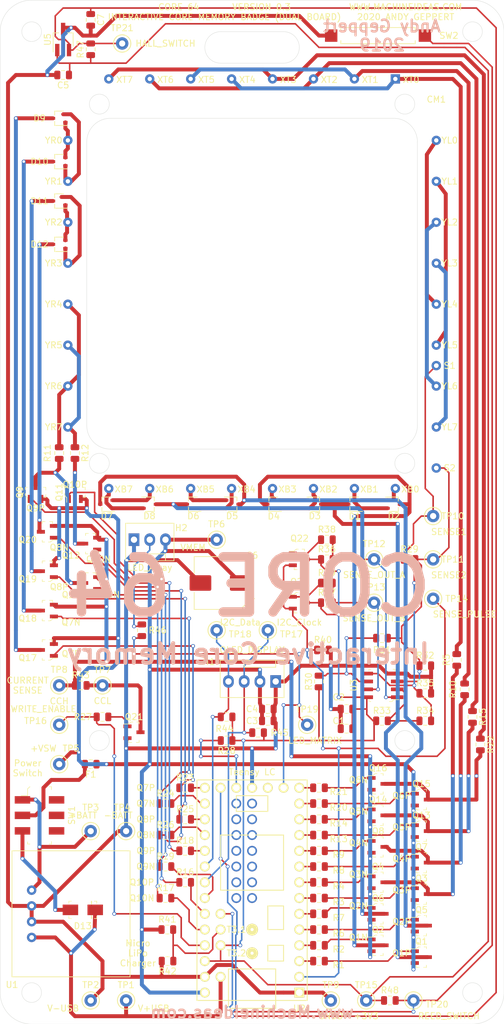
<source format=kicad_pcb>
(kicad_pcb (version 20171130) (host pcbnew "(5.1.2-1)-1")
  (title_block (title "Core 64") (date 2019-07-09) (rev 0.1) (company "Andy Geppert"))
  (layers (0 F.Cu signal) (31 B.Cu signal) (34 B.Paste user hide) (35 F.Paste user hide) (36 B.SilkS user hide) (37 F.SilkS user) (38 B.Mask user) (39 F.Mask user) (44 Edge.Cuts user))
  (net 0 "")
  (net 1 "Net-(D1-Pad3)")
  (net 2 "Net-(D2-Pad3)")
  (net 3 +BATT)
  (net 4 "Net-(Q1-Pad1)")
  (net 5 "Net-(Q2-Pad1)")
  (net 6 -BATT)
  (net 7 Q1P)
  (net 8 Q1N)
  (net 9 XB7)
  (net 10 XB4)
  (net 11 XB6)
  (net 12 XB5)
  (net 13 "Net-(CM1-Pad28)")
  (net 14 "Net-(CM1-Pad27)")
  (net 15 "Net-(CM1-Pad26)")
  (net 16 "Net-(CM1-Pad25)")
  (net 17 XB0)
  (net 18 XB1)
  (net 19 XB2)
  (net 20 XB3)
  (net 21 "Net-(F1-Pad2)")
  (net 22 +VSW)
  (net 23 +3V3)
  (net 24 V+USB)
  (net 25 "Net-(Q3-Pad1)")
  (net 26 WRITE_ENABLE)
  (net 27 I2C_DATA)
  (net 28 I2C_CLOCK)
  (net 29 GNDPWR)
  (net 30 "Net-(Q4-Pad1)")
  (net 31 "Net-(Q5-Pad1)")
  (net 32 Q2P)
  (net 33 Q2N)
  (net 34 XT3-7)
  (net 35 XT2-6)
  (net 36 XT1-5)
  (net 37 XT0-4)
  (net 38 "Net-(Q6-Pad1)")
  (net 39 "Net-(Q7-Pad1)")
  (net 40 "Net-(Q8-Pad1)")
  (net 41 "Net-(Q9-Pad1)")
  (net 42 "Net-(Q10-Pad1)")
  (net 43 "Net-(Q10-Pad3)")
  (net 44 "Net-(Q11-Pad1)")
  (net 45 "Net-(Q12-Pad1)")
  (net 46 "Net-(Q13-Pad1)")
  (net 47 Q3P)
  (net 48 Q3N)
  (net 49 Q4P)
  (net 50 Q4N)
  (net 51 Q5P)
  (net 52 Q5N)
  (net 53 Q6P)
  (net 54 Q6N)
  (net 55 YL5)
  (net 56 YL4)
  (net 57 YL3)
  (net 58 YL2)
  (net 59 YL1)
  (net 60 YL0)
  (net 61 SENSE1)
  (net 62 SENSE2)
  (net 63 "Net-(D5-Pad3)")
  (net 64 "Net-(D6-Pad3)")
  (net 65 "Net-(Q14-Pad1)")
  (net 66 "Net-(Q15-Pad1)")
  (net 67 "Net-(Q16-Pad1)")
  (net 68 "Net-(Q17-Pad1)")
  (net 69 "Net-(Q18-Pad1)")
  (net 70 "Net-(Q19-Pad1)")
  (net 71 "Net-(Q20-Pad1)")
  (net 72 "Net-(Q21-Pad1)")
  (net 73 Q10P)
  (net 74 Q10N)
  (net 75 Q9P)
  (net 76 Q9N)
  (net 77 Q7P)
  (net 78 Q7N)
  (net 79 Q8P)
  (net 80 Q8N)
  (net 81 SENSE_PULSE)
  (net 82 REED_SWITCH)
  (net 83 "Net-(Q3-Pad3)")
  (net 84 "Net-(Q7-Pad3)")
  (net 85 "Net-(Q11-Pad3)")
  (net 86 "Net-(Q13-Pad3)")
  (net 87 "Net-(Q15-Pad3)")
  (net 88 "Net-(U2-Pad39)")
  (net 89 "Net-(U2-Pad38)")
  (net 90 "Net-(U2-Pad16)")
  (net 91 LED_MATRIX)
  (net 92 HALL_SWITCH)
  (net 93 "Net-(R28-Pad2)")
  (net 94 "Net-(R30-Pad2)")
  (net 95 "Net-(R33-Pad2)")
  (net 96 "Net-(R37-Pad2)")
  (net 97 "Net-(Q21-Pad3)")
  (net 98 "Net-(D9-Pad3)")
  (net 99 "Net-(D10-Pad3)")
  (net 100 "Net-(D11-Pad3)")
  (net 101 "Net-(D12-Pad3)")
  (net 102 "Net-(H2-Pad2)")
  (net 103 "Net-(Q22-Pad1)")
  (net 104 "Net-(Q23-Pad1)")
  (net 105 "Net-(R36-Pad2)")
  (net 106 "Net-(R41-Pad2)")
  (net 107 "Net-(D13-Pad1)")
  (module Digikey:DO-214AC (layer F.Cu) (at 67.31 175.26 180)
    (fp_text reference D13 (at 0 -2.6) (layer F.SilkS))
    (fp_text value S1M-13-F)
    (pad 1 smd rect (at 2 0 180) (size 2.5 1.7) (layers F.Cu F.Paste F.Mask) (net 107 "Net-(D13-Pad1)"))
    (pad 2 smd rect (at -2 0 180) (size 2.5 1.7) (layers F.Cu F.Paste F.Mask) (net 24 V+USB))
  )
  (module Core_Memory_8x8_Array:OLED_Header_4PIN (layer F.Cu) (at 98.425 138.43 180)
    (fp_text reference H1 (at 10.795 3.175) (layer F.SilkS))
    (fp_text value OLED_DISPLAY (at 3.81 5.08) (layer F.SilkS))
    (pad 4 thru_hole oval (at 7.62 0 270) (size 2.03 1.73) (drill 1.02) (layers *.Cu *.Mask) (net 27 I2C_DATA))
    (pad 3 thru_hole oval (at 5.08 0 270) (size 2.03 1.73) (drill 1.02) (layers *.Cu *.Mask) (net 28 I2C_CLOCK))
    (pad 2 thru_hole oval (at 2.54 0 270) (size 2.03 1.73) (drill 1.02) (layers *.Cu *.Mask) (net 22 +VSW))
    (pad 1 thru_hole rect (at 0 0 270) (size 2.03 1.73) (drill 1.02) (layers *.Cu *.Mask) (net 6 -BATT))
  )
  (module Core_Memory_8x8_Array:core_64 (layer F.Cu) (at 94.615 74.295)
    (fp_text reference CM1 (at 29.718 -29.718) (layer F.SilkS))
    (fp_text value Core_Memory_8x8_Array)
    (fp_text user YR7 (at -32.004 23.114) (layer F.SilkS))
    (fp_text user YR6 (at -32.004 16.51) (layer F.SilkS))
    (fp_text user YR0 (at -32.004 -23.114) (layer F.SilkS))
    (fp_text user YR4 (at -32.004 3.302) (layer F.SilkS))
    (fp_text user YR2 (at -32.004 -9.906) (layer F.SilkS))
    (fp_text user YR1 (at -32.004 -16.51) (layer F.SilkS))
    (fp_text user YR3 (at -32.004 -3.302) (layer F.SilkS))
    (fp_text user YR5 (at -32.004 9.906) (layer F.SilkS))
    (fp_text user XB7 (at -20.701 33.147) (layer F.SilkS))
    (fp_text user XB1 (at 18.923 33.147) (layer F.SilkS))
    (fp_text user XB2 (at 12.319 33.147) (layer F.SilkS))
    (fp_text user XB0 (at 25.527 33.147) (layer F.SilkS))
    (fp_text user XB4 (at -0.889 33.147) (layer F.SilkS))
    (fp_text user XB3 (at 5.715 33.147) (layer F.SilkS))
    (fp_text user XB6 (at -14.097 33.147) (layer F.SilkS))
    (fp_text user XB5 (at -7.493 33.147) (layer F.SilkS))
    (fp_text user XT7 (at -20.574 -32.893) (layer F.SilkS))
    (fp_text user XT6 (at -13.97 -32.893) (layer F.SilkS))
    (fp_text user XT5 (at -7.366 -32.893) (layer F.SilkS))
    (fp_text user XT4 (at -0.762 -32.893) (layer F.SilkS))
    (fp_text user XT3 (at 5.842 -32.893) (layer F.SilkS))
    (fp_text user XT2 (at 12.446 -32.893) (layer F.SilkS))
    (fp_text user XT1 (at 19.05 -32.893) (layer F.SilkS))
    (fp_text user XT0 (at 25.654 -32.893) (layer F.SilkS))
    (fp_text user YL0 (at 31.877 -23.114) (layer F.SilkS))
    (fp_text user YL1 (at 31.877 -16.51) (layer F.SilkS))
    (fp_text user YL2 (at 31.877 -9.906) (layer F.SilkS))
    (fp_text user YL3 (at 31.877 -3.302) (layer F.SilkS))
    (fp_text user YL4 (at 31.877 3.302) (layer F.SilkS))
    (fp_text user YL5 (at 31.877 9.906) (layer F.SilkS))
    (fp_text user S2 (at 31.877 29.718) (layer F.SilkS))
    (fp_text user S1 (at 31.877 13.208) (layer F.SilkS))
    (fp_text user YL6 (at 31.877 16.51) (layer F.SilkS))
    (fp_text user YL7 (at 31.877 23.114) (layer F.SilkS))
    (pad 34 thru_hole circle (at 29.718 29.718) (size 1.524 1.524) (drill 0.762) (layers *.Cu *.Mask) (net 62 SENSE2))
    (pad 33 thru_hole circle (at 29.718 13.208) (size 1.524 1.524) (drill 0.762) (layers *.Cu *.Mask) (net 61 SENSE1))
    (pad 31 thru_hole circle (at 29.718 -16.51 180) (size 1.5 1.5) (drill 0.7) (layers *.Cu *.Mask) (net 14 "Net-(CM1-Pad27)"))
    (pad 30 thru_hole circle (at 29.718 -9.906 180) (size 1.5 1.5) (drill 0.7) (layers *.Cu *.Mask) (net 15 "Net-(CM1-Pad26)"))
    (pad 29 thru_hole circle (at 29.718 -3.302 180) (size 1.5 1.5) (drill 0.7) (layers *.Cu *.Mask) (net 16 "Net-(CM1-Pad25)"))
    (pad 28 thru_hole circle (at 29.718 3.302 180) (size 1.5 1.5) (drill 0.7) (layers *.Cu *.Mask) (net 13 "Net-(CM1-Pad28)"))
    (pad 27 thru_hole circle (at 29.718 9.906 180) (size 1.5 1.5) (drill 0.7) (layers *.Cu *.Mask) (net 14 "Net-(CM1-Pad27)"))
    (pad 26 thru_hole circle (at 29.718 16.51 180) (size 1.5 1.5) (drill 0.7) (layers *.Cu *.Mask) (net 15 "Net-(CM1-Pad26)"))
    (pad 25 thru_hole circle (at 29.718 23.114 180) (size 1.5 1.5) (drill 0.7) (layers *.Cu *.Mask) (net 16 "Net-(CM1-Pad25)"))
    (pad 24 thru_hole circle (at 23.114 33.02 180) (size 1.5 1.5) (drill 0.7) (layers *.Cu *.Mask) (net 17 XB0))
    (pad 23 thru_hole circle (at 16.51 33.02 180) (size 1.5 1.5) (drill 0.7) (layers *.Cu *.Mask) (net 18 XB1))
    (pad 22 thru_hole circle (at 9.906 33.02 180) (size 1.5 1.5) (drill 0.7) (layers *.Cu *.Mask) (net 19 XB2))
    (pad 21 thru_hole circle (at 3.302 33.02 180) (size 1.5 1.5) (drill 0.7) (layers *.Cu *.Mask) (net 20 XB3))
    (pad 20 thru_hole circle (at -3.302 33.02 180) (size 1.5 1.5) (drill 0.7) (layers *.Cu *.Mask) (net 10 XB4))
    (pad 19 thru_hole circle (at -9.906 33.02 180) (size 1.5 1.5) (drill 0.7) (layers *.Cu *.Mask) (net 12 XB5))
    (pad 18 thru_hole circle (at -16.51 33.02 180) (size 1.5 1.5) (drill 0.7) (layers *.Cu *.Mask) (net 11 XB6))
    (pad 17 thru_hole circle (at -23.114 33.02 180) (size 1.5 1.5) (drill 0.7) (layers *.Cu *.Mask) (net 9 XB7))
    (pad 16 thru_hole circle (at -29.718 23.114 180) (size 1.5 1.5) (drill 0.7) (layers *.Cu *.Mask) (net 55 YL5))
    (pad 15 thru_hole circle (at -29.718 16.51 180) (size 1.5 1.5) (drill 0.7) (layers *.Cu *.Mask) (net 56 YL4))
    (pad 32 thru_hole circle (at 29.718 -23.114 180) (size 1.5 1.5) (drill 0.7) (layers *.Cu *.Mask) (net 13 "Net-(CM1-Pad28)"))
    (pad 1 thru_hole rect (at 23.114 -33.02 180) (size 1.5 1.5) (drill 0.7) (layers *.Cu *.Mask) (net 37 XT0-4))
    (pad 2 thru_hole circle (at 16.51 -33.02 180) (size 1.5 1.5) (drill 0.7) (layers *.Cu *.Mask) (net 36 XT1-5))
    (pad 3 thru_hole circle (at 9.906 -33.02 180) (size 1.5 1.5) (drill 0.7) (layers *.Cu *.Mask) (net 35 XT2-6))
    (pad 4 thru_hole circle (at 3.302 -33.02 180) (size 1.5 1.5) (drill 0.7) (layers *.Cu *.Mask) (net 34 XT3-7))
    (pad 5 thru_hole circle (at -3.302 -33.02 180) (size 1.5 1.5) (drill 0.7) (layers *.Cu *.Mask) (net 37 XT0-4))
    (pad 6 thru_hole circle (at -9.906 -33.02 180) (size 1.5 1.5) (drill 0.7) (layers *.Cu *.Mask) (net 36 XT1-5))
    (pad 7 thru_hole circle (at -16.51 -33.02 180) (size 1.5 1.5) (drill 0.7) (layers *.Cu *.Mask) (net 35 XT2-6))
    (pad 8 thru_hole circle (at -23.114 -33.02 180) (size 1.5 1.5) (drill 0.7) (layers *.Cu *.Mask) (net 34 XT3-7))
    (pad 9 thru_hole circle (at -29.718 -23.114 180) (size 1.5 1.5) (drill 0.7) (layers *.Cu *.Mask) (net 60 YL0))
    (pad 10 thru_hole circle (at -29.718 -16.51 180) (size 1.5 1.5) (drill 0.7) (layers *.Cu *.Mask) (net 59 YL1))
    (pad 11 thru_hole circle (at -29.718 -9.906 180) (size 1.5 1.5) (drill 0.7) (layers *.Cu *.Mask) (net 58 YL2))
    (pad 12 thru_hole circle (at -29.718 -3.302 180) (size 1.5 1.5) (drill 0.7) (layers *.Cu *.Mask) (net 57 YL3))
    (pad 13 thru_hole circle (at -29.718 3.302 180) (size 1.5 1.5) (drill 0.7) (layers *.Cu *.Mask) (net 56 YL4))
    (pad 14 thru_hole circle (at -29.718 9.906 180) (size 1.5 1.5) (drill 0.7) (layers *.Cu *.Mask) (net 55 YL5))
  )
  (module TestPoint:TestPoint_Keystone_5000-5004_Miniature (layer F.Cu) (at 63.5 139.065)
    (fp_text reference TP8 (at 0 -2.54) (layer F.SilkS))
    (fp_text value CCH (at 0 2.54) (layer F.SilkS))
    (pad 1 thru_hole circle (at 0 0) (size 2 2) (drill 1) (layers *.Cu *.Mask) (net 29 GNDPWR))
  )
  (module TestPoint:TestPoint_Keystone_5000-5004_Miniature (layer F.Cu) (at 74.295 189.865)
    (fp_text reference TP1 (at 0 -2.5) (layer F.SilkS))
    (fp_text value V+USB (at 4.445 1.27) (layer F.SilkS))
    (pad 1 thru_hole circle (at 0 0) (size 2 2) (drill 1) (layers *.Cu *.Mask) (net 24 V+USB))
  )
  (module TestPoint:TestPoint_Keystone_5000-5004_Miniature (layer F.Cu) (at 68.58 162.56)
    (fp_text reference TP3 (at 0 -3.81) (layer F.SilkS))
    (fp_text value +BATT (at -1.27 -2.54) (layer F.SilkS))
    (pad 1 thru_hole circle (at 0 0) (size 2 2) (drill 1) (layers *.Cu *.Mask) (net 3 +BATT))
  )
  (module TestPoint:TestPoint_Keystone_5000-5004_Miniature (layer F.Cu) (at 74.295 162.56)
    (fp_text reference TP4 (at -0.635 -3.81) (layer F.SilkS))
    (fp_text value -BATT (at -1.27 -2.54) (layer F.SilkS))
    (pad 1 thru_hole circle (at 0 0) (size 2 2) (drill 1) (layers *.Cu *.Mask) (net 6 -BATT))
  )
  (module TestPoint:TestPoint_Keystone_5000-5004_Miniature (layer F.Cu) (at 63.5 151.765)
    (fp_text reference TP5 (at 1.905 -2.54) (layer F.SilkS))
    (fp_text value +VSW (at -2.54 -2.54) (layer F.SilkS))
    (pad 1 thru_hole circle (at 0 0) (size 2 2) (drill 1) (layers *.Cu *.Mask) (net 22 +VSW))
  )
  (module TestPoint:TestPoint_Keystone_5000-5004_Miniature (layer F.Cu) (at 88.9 115.57)
    (fp_text reference TP6 (at 0 -2.5) (layer F.SilkS))
    (fp_text value VMEM (at -3.81 1.27) (layer F.SilkS))
    (pad 1 thru_hole circle (at 0 0) (size 2 2) (drill 1) (layers *.Cu *.Mask) (net 22 +VSW))
  )
  (module TestPoint:TestPoint_Keystone_5000-5004_Miniature (layer F.Cu) (at 123.825 111.76)
    (fp_text reference TP10 (at 3.175 0) (layer F.SilkS))
    (fp_text value SENSE1 (at 2.54 2.54) (layer F.SilkS))
    (pad 1 thru_hole circle (at 0 0) (size 2 2) (drill 1) (layers *.Cu *.Mask) (net 61 SENSE1))
  )
  (module TestPoint:TestPoint_Keystone_5000-5004_Miniature (layer F.Cu) (at 123.825 118.745)
    (fp_text reference TP11 (at 3.175 0) (layer F.SilkS))
    (fp_text value SENSE2 (at 2.54 2.54) (layer F.SilkS))
    (pad 1 thru_hole circle (at 0 0) (size 2 2) (drill 1) (layers *.Cu *.Mask) (net 62 SENSE2))
  )
  (module TestPoint:TestPoint_Keystone_5000-5004_Miniature (layer F.Cu) (at 123.825 125.095)
    (fp_text reference TP14 (at 3.81 0) (layer F.SilkS))
    (fp_text value SENSE_PULSE (at 5.08 2.5) (layer F.SilkS))
    (pad 1 thru_hole circle (at 0 0) (size 2 2) (drill 1) (layers *.Cu *.Mask) (net 81 SENSE_PULSE))
  )
  (module TestPoint:TestPoint_Keystone_5000-5004_Miniature (layer F.Cu) (at 103.505 145.415)
    (fp_text reference TP19 (at 0 -2.5) (layer F.SilkS))
    (fp_text value LED_MATRIX (at 1.27 2.54) (layer F.SilkS))
    (pad 1 thru_hole circle (at 0 0) (size 2 2) (drill 1) (layers *.Cu *.Mask) (net 91 LED_MATRIX))
  )
  (module TestPoint:TestPoint_Keystone_5000-5004_Miniature (layer F.Cu) (at 113.03 189.865)
    (fp_text reference TP15 (at 0 -2.5) (layer F.SilkS))
    (fp_text value +3V3 (at 0 2.5) (layer F.SilkS))
    (pad 1 thru_hole circle (at 0 0) (size 2 2) (drill 1) (layers *.Cu *.Mask) (net 23 +3V3))
  )
  (module TestPoint:TestPoint_Keystone_5000-5004_Miniature (layer F.Cu) (at 63.5 145.415)
    (fp_text reference TP16 (at -3.81 -0.635) (layer F.SilkS))
    (fp_text value WRITE_ENABLE (at -2.54 -2.54) (layer F.SilkS))
    (pad 1 thru_hole circle (at 0 0) (size 2 2) (drill 1) (layers *.Cu *.Mask) (net 26 WRITE_ENABLE))
  )
  (module TestPoint:TestPoint_Keystone_5000-5004_Miniature (layer F.Cu) (at 97.155 130.175)
    (fp_text reference TP17 (at 3.81 0.635) (layer F.SilkS))
    (fp_text value I2C_Clock (at 5.08 -1.27) (layer F.SilkS))
    (pad 1 thru_hole circle (at 0 0) (size 2 2) (drill 1) (layers *.Cu *.Mask) (net 28 I2C_CLOCK))
  )
  (module TestPoint:TestPoint_Keystone_5000-5004_Miniature (layer F.Cu) (at 88.9 130.175)
    (fp_text reference TP18 (at 3.81 0.635) (layer F.SilkS))
    (fp_text value I2C_Data (at 3.81 -1.27) (layer F.SilkS))
    (pad 1 thru_hole circle (at 0 0) (size 2 2) (drill 1) (layers *.Cu *.Mask) (net 27 I2C_DATA))
  )
  (module TestPoint:TestPoint_Keystone_5000-5004_Miniature (layer F.Cu) (at 120.65 189.865)
    (fp_text reference TP20 (at 3.81 0.635) (layer F.SilkS))
    (fp_text value REED_SWITCH (at 5.715 2.5) (layer F.SilkS))
    (pad 1 thru_hole circle (at 0 0) (size 2 2) (drill 1) (layers *.Cu *.Mask) (net 82 REED_SWITCH))
  )
  (module TestPoint:TestPoint_Keystone_5000-5004_Miniature (layer F.Cu) (at 73.66 35.56)
    (fp_text reference TP21 (at 0 -2.5) (layer F.SilkS))
    (fp_text value HALL_SWITCH (at 6.985 0) (layer F.SilkS))
    (pad 1 thru_hole circle (at 0 0) (size 2 2) (drill 1) (layers *.Cu *.Mask) (net 92 HALL_SWITCH))
  )
  (module TestPoint:TestPoint_Keystone_5000-5004_Miniature (layer F.Cu) (at 107.315 189.865)
    (fp_text reference TP9 (at 0 -2.5) (layer F.SilkS))
    (fp_text value GNDD (at 0 2.5) (layer F.SilkS))
    (pad 1 thru_hole circle (at 0 0) (size 2 2) (drill 1) (layers *.Cu *.Mask) (net 6 -BATT))
  )
  (module TestPoint:TestPoint_Keystone_5000-5004_Miniature (layer F.Cu) (at 68.58 189.865)
    (fp_text reference TP2 (at 0 -2.5) (layer F.SilkS))
    (fp_text value V-USB (at -4.445 1.27) (layer F.SilkS))
    (pad 1 thru_hole circle (at 0 0) (size 2 2) (drill 1) (layers *.Cu *.Mask) (net 6 -BATT))
  )
  (module TestPoint:TestPoint_Keystone_5000-5004_Miniature (layer F.Cu) (at 70.485 139.065)
    (fp_text reference TP7 (at 0 -2.5) (layer F.SilkS))
    (fp_text value CCL (at 0 2.5) (layer F.SilkS))
    (pad 1 thru_hole circle (at 0 0) (size 2 2) (drill 1) (layers *.Cu *.Mask) (net 97 "Net-(Q21-Pad3)"))
  )
  (module Package_TO_SOT_SMD:SOT-23W_Handsoldering (layer F.Cu) (at 64.135 34.925 90)
    (fp_text reference U5 (at 0 -2.5 90) (layer F.SilkS))
    (fp_text value A3214ELHLT-T)
    (pad 3 smd rect (at 1.7 0 90) (size 2 0.7) (layers F.Cu F.Paste F.Mask) (net 6 -BATT))
    (pad 2 smd rect (at -1.7 0.95 90) (size 2 0.7) (layers F.Cu F.Paste F.Mask) (net 92 HALL_SWITCH))
    (pad 1 smd rect (at -1.7 -0.95 90) (size 2 0.7) (layers F.Cu F.Paste F.Mask) (net 23 +3V3))
  )
  (module Resistor_SMD:R_0805_2012Metric (layer F.Cu) (at 68.58 36.4975 90)
    (fp_text reference R47 (at 0 -1.65 90) (layer F.SilkS))
    (fp_text value 4K7)
    (pad 2 smd roundrect (at 0.9375 0 90) (size 0.975 1.4) (layers F.Cu F.Paste F.Mask) (net 92 HALL_SWITCH))
    (pad 1 smd roundrect (at -0.9375 0 90) (size 0.975 1.4) (layers F.Cu F.Paste F.Mask) (net 23 +3V3))
  )
  (module Capacitor_SMD:C_0805_2012Metric (layer F.Cu) (at 68.58 31.75 270)
    (fp_text reference C7 (at 0 -1.65 90) (layer F.SilkS))
    (fp_text value 10pF)
    (pad 2 smd roundrect (at 0.9375 0 270) (size 0.975 1.4) (layers F.Cu F.Paste F.Mask) (net 6 -BATT))
    (pad 1 smd roundrect (at -0.9375 0 270) (size 0.975 1.4) (layers F.Cu F.Paste F.Mask) (net 92 HALL_SWITCH))
  )
  (module Capacitor_SMD:C_0805_2012Metric (layer F.Cu) (at 64.135 40.64 180)
    (fp_text reference C5 (at 0 -1.65) (layer F.SilkS))
    (fp_text value 0.1uF)
    (pad 2 smd roundrect (at 0.9375 0 180) (size 0.975 1.4) (layers F.Cu F.Paste F.Mask) (net 6 -BATT))
    (pad 1 smd roundrect (at -0.9375 0 180) (size 0.975 1.4) (layers F.Cu F.Paste F.Mask) (net 23 +3V3))
  )
  (module Resistor_SMD:R_0805_2012Metric (layer F.Cu) (at 70.485 144.145 180)
    (fp_text reference R27 (at 3.175 0) (layer F.SilkS))
    (fp_text value 470)
    (pad 2 smd roundrect (at 0.9375 0 180) (size 0.975 1.4) (layers F.Cu F.Paste F.Mask) (net 26 WRITE_ENABLE))
    (pad 1 smd roundrect (at -0.9375 0 180) (size 0.975 1.4) (layers F.Cu F.Paste F.Mask) (net 72 "Net-(Q21-Pad1)"))
  )
  (module Digikey:SOT-23-3 (layer F.Cu) (at 75.565 146.619)
    (fp_text reference Q21 (at 0 -2.474) (layer F.SilkS))
    (fp_text value MMBT4401LT1G)
    (pad 1 smd rect (at -1.05 -0.95) (size 1.3 0.6) (layers F.Cu F.Paste F.Mask) (net 72 "Net-(Q21-Pad1)"))
    (pad 2 smd rect (at -1.05 0.95) (size 1.3 0.6) (layers F.Cu F.Paste F.Mask) (net 6 -BATT))
    (pad 3 smd rect (at 1.05 0) (size 1.3 0.6) (layers F.Cu F.Paste F.Mask) (net 97 "Net-(Q21-Pad3)"))
  )
  (module Resistor_SMD:R_0805_2012Metric (layer F.Cu) (at 95.5825 146.685 180)
    (fp_text reference R45 (at -3.4775 0) (layer F.SilkS))
    (fp_text value 4K7)
    (pad 2 smd roundrect (at 0.9375 0 180) (size 0.975 1.4) (layers F.Cu F.Paste F.Mask) (net 28 I2C_CLOCK))
    (pad 1 smd roundrect (at -0.9375 0 180) (size 0.975 1.4) (layers F.Cu F.Paste F.Mask) (net 23 +3V3))
  )
  (module Resistor_SMD:R_0805_2012Metric (layer F.Cu) (at 90.5025 144.145 180)
    (fp_text reference R44 (at 0.3325 -1.905) (layer F.SilkS))
    (fp_text value 4K7)
    (pad 2 smd roundrect (at 0.9375 0 180) (size 0.975 1.4) (layers F.Cu F.Paste F.Mask) (net 27 I2C_DATA))
    (pad 1 smd roundrect (at -0.9375 0 180) (size 0.975 1.4) (layers F.Cu F.Paste F.Mask) (net 23 +3V3))
  )
  (module Core_Memory_8x8_Array:Micro_LiPo_Charger (layer F.Cu) (at 65.405 175.895 90)
    (fp_text reference U1 (at -11.43 -9.525 180) (layer F.SilkS))
    (fp_text value Micro_LiPo_Charger)
    (pad 1 thru_hole circle (at -3.81 -6.35 90) (size 1.524 1.524) (drill 0.762) (layers *.Cu *.Mask) (net 24 V+USB))
    (pad 2 thru_hole circle (at -1.27 -6.35 90) (size 1.524 1.524) (drill 0.762) (layers *.Cu *.Mask) (net 6 -BATT))
    (pad 4 thru_hole circle (at 3.81 -6.35 90) (size 1.524 1.524) (drill 0.762) (layers *.Cu *.Mask) (net 3 +BATT))
    (pad 3 thru_hole circle (at 1.27 -6.35 90) (size 1.524 1.524) (drill 0.762) (layers *.Cu *.Mask) (net 6 -BATT))
  )
  (module Resistor_SMD:R_0805_2012Metric (layer F.Cu) (at 80.9775 183.515 180)
    (fp_text reference R42 (at 0 -1.65) (layer F.SilkS))
    (fp_text value 10k)
    (pad 2 smd roundrect (at 0.9375 0 180) (size 0.975 1.4) (layers F.Cu F.Paste F.Mask) (net 6 -BATT))
    (pad 1 smd roundrect (at -0.9375 0 180) (size 0.975 1.4) (layers F.Cu F.Paste F.Mask) (net 106 "Net-(R41-Pad2)"))
  )
  (module Resistor_SMD:R_0805_2012Metric (layer F.Cu) (at 80.9475 178.435)
    (fp_text reference R41 (at 0 -1.65) (layer F.SilkS))
    (fp_text value 10k)
    (pad 2 smd roundrect (at 0.9375 0) (size 0.975 1.4) (layers F.Cu F.Paste F.Mask) (net 106 "Net-(R41-Pad2)"))
    (pad 1 smd roundrect (at -0.9375 0) (size 0.975 1.4) (layers F.Cu F.Paste F.Mask) (net 22 +VSW))
  )
  (module Teensy:Teensy30_31_32_LC (layer F.Cu) (at 94.615 172.085 90)
    (fp_text reference U2 (at -19.05 7.62 180) (layer F.SilkS))
    (fp_text value Teensy-LC)
    (fp_text user T3.1 (at -6.35 -2.54) (layer F.SilkS))
    (fp_text user T3.2 (at -10.16 -2.54) (layer F.SilkS))
    (pad 52 thru_hole circle (at -10.16 0 90) (size 1.9 1.9) (drill 0.5) (layers *.Cu *.Mask F.SilkS))
    (pad 52 thru_hole circle (at -6.35 0 90) (size 1.9 1.9) (drill 0.5) (layers *.Cu *.Mask F.SilkS))
    (pad 51 thru_hole circle (at -1.27 -2.54 90) (size 1.6 1.6) (drill 1.1) (layers *.Cu *.Mask))
    (pad 50 thru_hole circle (at 1.27 -2.54 90) (size 1.6 1.6) (drill 1.1) (layers *.Cu *.Mask))
    (pad 49 thru_hole circle (at 3.81 -2.54 90) (size 1.6 1.6) (drill 1.1) (layers *.Cu *.Mask))
    (pad 48 thru_hole circle (at 6.35 -2.54 90) (size 1.6 1.6) (drill 1.1) (layers *.Cu *.Mask))
    (pad 47 thru_hole circle (at 8.89 -2.54 90) (size 1.6 1.6) (drill 1.1) (layers *.Cu *.Mask))
    (pad 46 thru_hole circle (at 11.43 -2.54 90) (size 1.6 1.6) (drill 1.1) (layers *.Cu *.Mask))
    (pad 45 thru_hole circle (at 13.97 -2.54 90) (size 1.6 1.6) (drill 1.1) (layers *.Cu *.Mask))
    (pad 44 thru_hole circle (at 13.97 0 90) (size 1.6 1.6) (drill 1.1) (layers *.Cu *.Mask))
    (pad 43 thru_hole circle (at 11.43 0 90) (size 1.6 1.6) (drill 1.1) (layers *.Cu *.Mask))
    (pad 42 thru_hole circle (at 8.89 0 90) (size 1.6 1.6) (drill 1.1) (layers *.Cu *.Mask))
    (pad 41 thru_hole circle (at 6.35 0 90) (size 1.6 1.6) (drill 1.1) (layers *.Cu *.Mask))
    (pad 40 thru_hole circle (at 3.81 0 90) (size 1.6 1.6) (drill 1.1) (layers *.Cu *.Mask))
    (pad 39 thru_hole circle (at 1.27 0 90) (size 1.6 1.6) (drill 1.1) (layers *.Cu *.Mask) (net 88 "Net-(U2-Pad39)"))
    (pad 38 thru_hole circle (at -1.27 0 90) (size 1.6 1.6) (drill 1.1) (layers *.Cu *.Mask) (net 89 "Net-(U2-Pad38)"))
    (pad 1 thru_hole rect (at -16.51 7.62 90) (size 1.6 1.6) (drill 1.1) (layers *.Cu *.Mask F.SilkS) (net 6 -BATT))
    (pad 2 thru_hole circle (at -13.97 7.62 90) (size 1.6 1.6) (drill 1.1) (layers *.Cu *.Mask F.SilkS) (net 81 SENSE_PULSE))
    (pad 3 thru_hole circle (at -11.43 7.62 90) (size 1.6 1.6) (drill 1.1) (layers *.Cu *.Mask F.SilkS) (net 7 Q1P))
    (pad 4 thru_hole circle (at -8.89 7.62 90) (size 1.6 1.6) (drill 1.1) (layers *.Cu *.Mask F.SilkS) (net 8 Q1N))
    (pad 5 thru_hole circle (at -6.35 7.62 90) (size 1.6 1.6) (drill 1.1) (layers *.Cu *.Mask F.SilkS) (net 32 Q2P))
    (pad 6 thru_hole circle (at -3.81 7.62 90) (size 1.6 1.6) (drill 1.1) (layers *.Cu *.Mask F.SilkS) (net 33 Q2N))
    (pad 7 thru_hole circle (at -1.27 7.62 90) (size 1.6 1.6) (drill 1.1) (layers *.Cu *.Mask F.SilkS) (net 47 Q3P))
    (pad 8 thru_hole circle (at 1.27 7.62 90) (size 1.6 1.6) (drill 1.1) (layers *.Cu *.Mask F.SilkS) (net 48 Q3N))
    (pad 9 thru_hole circle (at 3.81 7.62 90) (size 1.6 1.6) (drill 1.1) (layers *.Cu *.Mask F.SilkS) (net 49 Q4P))
    (pad 10 thru_hole circle (at 6.35 7.62 90) (size 1.6 1.6) (drill 1.1) (layers *.Cu *.Mask F.SilkS) (net 50 Q4N))
    (pad 11 thru_hole circle (at 8.89 7.62 90) (size 1.6 1.6) (drill 1.1) (layers *.Cu *.Mask F.SilkS) (net 51 Q5P))
    (pad 12 thru_hole circle (at 11.43 7.62 90) (size 1.6 1.6) (drill 1.1) (layers *.Cu *.Mask F.SilkS) (net 52 Q5N))
    (pad 13 thru_hole circle (at 13.97 7.62 90) (size 1.6 1.6) (drill 1.1) (layers *.Cu *.Mask F.SilkS) (net 53 Q6P))
    (pad 37 thru_hole circle (at -3.81 -5.08 90) (size 1.6 1.6) (drill 1.1) (layers *.Cu *.Mask F.SilkS) (net 82 REED_SWITCH))
    (pad 36 thru_hole circle (at -6.35 -5.08 90) (size 1.6 1.6) (drill 1.1) (layers *.Cu *.Mask F.SilkS) (net 106 "Net-(R41-Pad2)"))
    (pad 35 thru_hole circle (at -8.89 -5.08 90) (size 1.6 1.6) (drill 1.1) (layers *.Cu *.Mask F.SilkS) (net 23 +3V3))
    (pad 34 thru_hole circle (at -13.97 -5.08 90) (size 1.6 1.6) (drill 1.1) (layers *.Cu *.Mask F.SilkS) (net 24 V+USB))
    (pad 33 thru_hole circle (at -16.51 -7.62 90) (size 1.6 1.6) (drill 1.1) (layers *.Cu *.Mask F.SilkS) (net 22 +VSW))
    (pad 32 thru_hole circle (at -13.97 -7.62 90) (size 1.6 1.6) (drill 1.1) (layers *.Cu *.Mask F.SilkS) (net 6 -BATT))
    (pad 31 thru_hole circle (at -11.43 -7.62 90) (size 1.6 1.6) (drill 1.1) (layers *.Cu *.Mask F.SilkS) (net 23 +3V3))
    (pad 30 thru_hole circle (at -8.89 -7.62 90) (size 1.6 1.6) (drill 1.1) (layers *.Cu *.Mask F.SilkS) (net 26 WRITE_ENABLE))
    (pad 29 thru_hole circle (at -6.35 -7.62 90) (size 1.6 1.6) (drill 1.1) (layers *.Cu *.Mask F.SilkS) (net 74 Q10N))
    (pad 28 thru_hole circle (at -3.81 -7.62 90) (size 1.6 1.6) (drill 1.1) (layers *.Cu *.Mask F.SilkS) (net 73 Q10P))
    (pad 27 thru_hole circle (at -1.27 -7.62 90) (size 1.6 1.6) (drill 1.1) (layers *.Cu *.Mask F.SilkS) (net 76 Q9N))
    (pad 26 thru_hole circle (at 1.27 -7.62 90) (size 1.6 1.6) (drill 1.1) (layers *.Cu *.Mask F.SilkS) (net 28 I2C_CLOCK))
    (pad 25 thru_hole circle (at 3.81 -7.62 90) (size 1.6 1.6) (drill 1.1) (layers *.Cu *.Mask F.SilkS) (net 27 I2C_DATA))
    (pad 24 thru_hole circle (at 6.35 -7.62 90) (size 1.6 1.6) (drill 1.1) (layers *.Cu *.Mask F.SilkS) (net 75 Q9P))
    (pad 23 thru_hole circle (at 8.89 -7.62 90) (size 1.6 1.6) (drill 1.1) (layers *.Cu *.Mask F.SilkS) (net 80 Q8N))
    (pad 22 thru_hole circle (at 11.43 -7.62 90) (size 1.6 1.6) (drill 1.1) (layers *.Cu *.Mask F.SilkS) (net 79 Q8P))
    (pad 21 thru_hole circle (at 13.97 -7.62 90) (size 1.6 1.6) (drill 1.1) (layers *.Cu *.Mask F.SilkS) (net 78 Q7N))
    (pad 14 thru_hole circle (at 16.51 7.62 90) (size 1.6 1.6) (drill 1.1) (layers *.Cu *.Mask F.SilkS) (net 54 Q6N))
    (pad 15 thru_hole circle (at 16.51 5.08 90) (size 1.6 1.6) (drill 1.1) (layers *.Cu *.Mask F.SilkS) (net 91 LED_MATRIX))
    (pad 16 thru_hole circle (at 16.51 2.54 90) (size 1.6 1.6) (drill 1.1) (layers *.Cu *.Mask F.SilkS) (net 90 "Net-(U2-Pad16)"))
    (pad 20 thru_hole circle (at 16.51 -7.62 90) (size 1.6 1.6) (drill 1.1) (layers *.Cu *.Mask F.SilkS) (net 77 Q7P))
    (pad 19 thru_hole circle (at 16.51 -5.08 90) (size 1.6 1.6) (drill 1.1) (layers *.Cu *.Mask F.SilkS) (net 92 HALL_SWITCH))
    (pad 18 thru_hole circle (at 16.51 -2.54 90) (size 1.6 1.6) (drill 1.1) (layers *.Cu *.Mask F.SilkS) (net 93 "Net-(R28-Pad2)"))
    (pad 17 thru_hole circle (at 16.51 0 90) (size 1.6 1.6) (drill 1.1) (layers *.Cu *.Mask F.SilkS) (net 6 -BATT))
  )
  (module Digikey:SOT-23-3 (layer F.Cu) (at 121.92 172.72)
    (fp_text reference Q3 (at 0.025 -2.54) (layer F.SilkS))
    (fp_text value MMBT4403LT1G)
    (pad 1 smd rect (at -1.05 -0.95) (size 1.3 0.6) (layers F.Cu F.Paste F.Mask) (net 25 "Net-(Q3-Pad1)"))
    (pad 2 smd rect (at -1.05 0.95) (size 1.3 0.6) (layers F.Cu F.Paste F.Mask) (net 22 +VSW))
    (pad 3 smd rect (at 1.05 0) (size 1.3 0.6) (layers F.Cu F.Paste F.Mask) (net 83 "Net-(Q3-Pad3)"))
  )
  (module Digikey:SOT-23-3 (layer F.Cu) (at 114.935 170.815)
    (fp_text reference Q4 (at 0 -2.54) (layer F.SilkS))
    (fp_text value MMBT4401LT1G)
    (pad 1 smd rect (at -1.05 -0.95) (size 1.3 0.6) (layers F.Cu F.Paste F.Mask) (net 30 "Net-(Q4-Pad1)"))
    (pad 2 smd rect (at -1.05 0.95) (size 1.3 0.6) (layers F.Cu F.Paste F.Mask) (net 29 GNDPWR))
    (pad 3 smd rect (at 1.05 0) (size 1.3 0.6) (layers F.Cu F.Paste F.Mask) (net 83 "Net-(Q3-Pad3)"))
  )
  (module Digikey:SOT-23-3 (layer F.Cu) (at 121.92 177.8)
    (fp_text reference Q5 (at 0.025 -2.54) (layer F.SilkS))
    (fp_text value MMBT4403LT1G)
    (pad 1 smd rect (at -1.05 -0.95) (size 1.3 0.6) (layers F.Cu F.Paste F.Mask) (net 31 "Net-(Q5-Pad1)"))
    (pad 2 smd rect (at -1.05 0.95) (size 1.3 0.6) (layers F.Cu F.Paste F.Mask) (net 22 +VSW))
    (pad 3 smd rect (at 1.05 0) (size 1.3 0.6) (layers F.Cu F.Paste F.Mask) (net 63 "Net-(D5-Pad3)"))
  )
  (module Digikey:SOT-23-3 (layer F.Cu) (at 114.935 175.895)
    (fp_text reference Q6 (at 0.025 -2.54) (layer F.SilkS))
    (fp_text value MMBT4401LT1G)
    (pad 1 smd rect (at -1.05 -0.95) (size 1.3 0.6) (layers F.Cu F.Paste F.Mask) (net 38 "Net-(Q6-Pad1)"))
    (pad 2 smd rect (at -1.05 0.95) (size 1.3 0.6) (layers F.Cu F.Paste F.Mask) (net 29 GNDPWR))
    (pad 3 smd rect (at 1.05 0) (size 1.3 0.6) (layers F.Cu F.Paste F.Mask) (net 64 "Net-(D6-Pad3)"))
  )
  (module Digikey:SOT-23-3 (layer F.Cu) (at 121.92 167.64)
    (fp_text reference Q7 (at 0.025 -2.54) (layer F.SilkS))
    (fp_text value MMBT4403LT1G)
    (pad 1 smd rect (at -1.05 -0.95) (size 1.3 0.6) (layers F.Cu F.Paste F.Mask) (net 39 "Net-(Q7-Pad1)"))
    (pad 2 smd rect (at -1.05 0.95) (size 1.3 0.6) (layers F.Cu F.Paste F.Mask) (net 22 +VSW))
    (pad 3 smd rect (at 1.05 0) (size 1.3 0.6) (layers F.Cu F.Paste F.Mask) (net 84 "Net-(Q7-Pad3)"))
  )
  (module Digikey:SOT-23-3 (layer F.Cu) (at 114.935 165.1)
    (fp_text reference Q8 (at 0.025 -2.54) (layer F.SilkS))
    (fp_text value MMBT4401LT1G)
    (pad 1 smd rect (at -1.05 -0.95) (size 1.3 0.6) (layers F.Cu F.Paste F.Mask) (net 40 "Net-(Q8-Pad1)"))
    (pad 2 smd rect (at -1.05 0.95) (size 1.3 0.6) (layers F.Cu F.Paste F.Mask) (net 29 GNDPWR))
    (pad 3 smd rect (at 1.05 0) (size 1.3 0.6) (layers F.Cu F.Paste F.Mask) (net 84 "Net-(Q7-Pad3)"))
  )
  (module Digikey:SOT-23-3 (layer F.Cu) (at 121.92 162.56)
    (fp_text reference Q13 (at 0.025 -2.54) (layer F.SilkS))
    (fp_text value MMBT4403LT1G)
    (pad 1 smd rect (at -1.05 -0.95) (size 1.3 0.6) (layers F.Cu F.Paste F.Mask) (net 46 "Net-(Q13-Pad1)"))
    (pad 2 smd rect (at -1.05 0.95) (size 1.3 0.6) (layers F.Cu F.Paste F.Mask) (net 22 +VSW))
    (pad 3 smd rect (at 1.05 0) (size 1.3 0.6) (layers F.Cu F.Paste F.Mask) (net 86 "Net-(Q13-Pad3)"))
  )
  (module Digikey:SOT-23-3 (layer F.Cu) (at 114.935 160.02)
    (fp_text reference Q14 (at 0.025 -2.54) (layer F.SilkS))
    (fp_text value MMBT4401LT1G)
    (pad 1 smd rect (at -1.05 -0.95) (size 1.3 0.6) (layers F.Cu F.Paste F.Mask) (net 65 "Net-(Q14-Pad1)"))
    (pad 2 smd rect (at -1.05 0.95) (size 1.3 0.6) (layers F.Cu F.Paste F.Mask) (net 29 GNDPWR))
    (pad 3 smd rect (at 1.05 0) (size 1.3 0.6) (layers F.Cu F.Paste F.Mask) (net 86 "Net-(Q13-Pad3)"))
  )
  (module Digikey:SOT-23-3 (layer F.Cu) (at 121.92 157.48)
    (fp_text reference Q15 (at 0.025 -2.54) (layer F.SilkS))
    (fp_text value MMBT4403LT1G)
    (pad 1 smd rect (at -1.05 -0.95) (size 1.3 0.6) (layers F.Cu F.Paste F.Mask) (net 66 "Net-(Q15-Pad1)"))
    (pad 2 smd rect (at -1.05 0.95) (size 1.3 0.6) (layers F.Cu F.Paste F.Mask) (net 22 +VSW))
    (pad 3 smd rect (at 1.05 0) (size 1.3 0.6) (layers F.Cu F.Paste F.Mask) (net 87 "Net-(Q15-Pad3)"))
  )
  (module Digikey:SOT-23-3 (layer F.Cu) (at 114.935 154.94)
    (fp_text reference Q16 (at 0.025 -2.54) (layer F.SilkS))
    (fp_text value MMBT4401LT1G)
    (pad 1 smd rect (at -1.05 -0.95) (size 1.3 0.6) (layers F.Cu F.Paste F.Mask) (net 67 "Net-(Q16-Pad1)"))
    (pad 2 smd rect (at -1.05 0.95) (size 1.3 0.6) (layers F.Cu F.Paste F.Mask) (net 29 GNDPWR))
    (pad 3 smd rect (at 1.05 0) (size 1.3 0.6) (layers F.Cu F.Paste F.Mask) (net 87 "Net-(Q15-Pad3)"))
  )
  (module Resistor_SMD:R_0805_2012Metric (layer F.Cu) (at 127.635 134.9525 90)
    (fp_text reference R5 (at 0 -1.65 90) (layer F.SilkS))
    (fp_text value 6R8)
    (pad 2 smd roundrect (at 0.9375 0 90) (size 0.975 1.4) (layers F.Cu F.Paste F.Mask) (net 37 XT0-4))
    (pad 1 smd roundrect (at -0.9375 0 90) (size 0.975 1.4) (layers F.Cu F.Paste F.Mask) (net 83 "Net-(Q3-Pad3)"))
  )
  (module Resistor_SMD:R_0805_2012Metric (layer F.Cu) (at 105.41 178.435 180)
    (fp_text reference R6 (at -3.175 -0.635) (layer F.SilkS))
    (fp_text value 470)
    (pad 2 smd roundrect (at 0.9375 0 180) (size 0.975 1.4) (layers F.Cu F.Paste F.Mask) (net 32 Q2P))
    (pad 1 smd roundrect (at -0.9375 0 180) (size 0.975 1.4) (layers F.Cu F.Paste F.Mask) (net 31 "Net-(Q5-Pad1)"))
  )
  (module Resistor_SMD:R_0805_2012Metric (layer F.Cu) (at 105.41 175.895 180)
    (fp_text reference R7 (at -3.175 -0.635) (layer F.SilkS))
    (fp_text value 470)
    (pad 2 smd roundrect (at 0.9375 0 180) (size 0.975 1.4) (layers F.Cu F.Paste F.Mask) (net 33 Q2N))
    (pad 1 smd roundrect (at -0.9375 0 180) (size 0.975 1.4) (layers F.Cu F.Paste F.Mask) (net 38 "Net-(Q6-Pad1)"))
  )
  (module Resistor_SMD:R_0805_2012Metric (layer F.Cu) (at 105.41 173.355 180)
    (fp_text reference R3 (at -3.175 -0.635) (layer F.SilkS))
    (fp_text value 470)
    (pad 2 smd roundrect (at 0.9375 0 180) (size 0.975 1.4) (layers F.Cu F.Paste F.Mask) (net 47 Q3P))
    (pad 1 smd roundrect (at -0.9375 0 180) (size 0.975 1.4) (layers F.Cu F.Paste F.Mask) (net 25 "Net-(Q3-Pad1)"))
  )
  (module Resistor_SMD:R_0805_2012Metric (layer F.Cu) (at 105.41 170.815 180)
    (fp_text reference R4 (at -3.175 -0.635) (layer F.SilkS))
    (fp_text value 470)
    (pad 2 smd roundrect (at 0.9375 0 180) (size 0.975 1.4) (layers F.Cu F.Paste F.Mask) (net 48 Q3N))
    (pad 1 smd roundrect (at -0.9375 0 180) (size 0.975 1.4) (layers F.Cu F.Paste F.Mask) (net 30 "Net-(Q4-Pad1)"))
  )
  (module Resistor_SMD:R_0805_2012Metric (layer F.Cu) (at 128.905 139.7 270)
    (fp_text reference R10 (at 0 1.905 90) (layer F.SilkS))
    (fp_text value 6R8)
    (pad 2 smd roundrect (at 0.9375 0 270) (size 0.975 1.4) (layers F.Cu F.Paste F.Mask) (net 84 "Net-(Q7-Pad3)"))
    (pad 1 smd roundrect (at -0.9375 0 270) (size 0.975 1.4) (layers F.Cu F.Paste F.Mask) (net 36 XT1-5))
  )
  (module Resistor_SMD:R_0805_2012Metric (layer F.Cu) (at 105.41 168.275 180)
    (fp_text reference R8 (at -3.175 -0.635) (layer F.SilkS))
    (fp_text value 470)
    (pad 2 smd roundrect (at 0.9375 0 180) (size 0.975 1.4) (layers F.Cu F.Paste F.Mask) (net 49 Q4P))
    (pad 1 smd roundrect (at -0.9375 0 180) (size 0.975 1.4) (layers F.Cu F.Paste F.Mask) (net 39 "Net-(Q7-Pad1)"))
  )
  (module Resistor_SMD:R_0805_2012Metric (layer F.Cu) (at 105.41 165.735 180)
    (fp_text reference R9 (at -3.175 -0.635) (layer F.SilkS))
    (fp_text value 470)
    (pad 2 smd roundrect (at 0.9375 0 180) (size 0.975 1.4) (layers F.Cu F.Paste F.Mask) (net 50 Q4N))
    (pad 1 smd roundrect (at -0.9375 0 180) (size 0.975 1.4) (layers F.Cu F.Paste F.Mask) (net 40 "Net-(Q8-Pad1)"))
  )
  (module Resistor_SMD:R_0805_2012Metric (layer F.Cu) (at 130.175 144.145 270)
    (fp_text reference R15 (at 0 -1.65 90) (layer F.SilkS))
    (fp_text value 6R8)
    (pad 2 smd roundrect (at 0.9375 0 270) (size 0.975 1.4) (layers F.Cu F.Paste F.Mask) (net 86 "Net-(Q13-Pad3)"))
    (pad 1 smd roundrect (at -0.9375 0 270) (size 0.975 1.4) (layers F.Cu F.Paste F.Mask) (net 35 XT2-6))
  )
  (module Resistor_SMD:R_0805_2012Metric (layer F.Cu) (at 105.41 163.195 180)
    (fp_text reference R13 (at -3.175 -0.635) (layer F.SilkS))
    (fp_text value 470)
    (pad 2 smd roundrect (at 0.9375 0 180) (size 0.975 1.4) (layers F.Cu F.Paste F.Mask) (net 51 Q5P))
    (pad 1 smd roundrect (at -0.9375 0 180) (size 0.975 1.4) (layers F.Cu F.Paste F.Mask) (net 46 "Net-(Q13-Pad1)"))
  )
  (module Resistor_SMD:R_0805_2012Metric (layer F.Cu) (at 105.41 160.655 180)
    (fp_text reference R14 (at -3.175 -0.635) (layer F.SilkS))
    (fp_text value 470)
    (pad 2 smd roundrect (at 0.9375 0 180) (size 0.975 1.4) (layers F.Cu F.Paste F.Mask) (net 52 Q5N))
    (pad 1 smd roundrect (at -0.9375 0 180) (size 0.975 1.4) (layers F.Cu F.Paste F.Mask) (net 65 "Net-(Q14-Pad1)"))
  )
  (module Resistor_SMD:R_0805_2012Metric (layer F.Cu) (at 131.445 148.59 270)
    (fp_text reference R22 (at 0 -1.65 90) (layer F.SilkS))
    (fp_text value 6R8)
    (pad 2 smd roundrect (at 0.9375 0 270) (size 0.975 1.4) (layers F.Cu F.Paste F.Mask) (net 87 "Net-(Q15-Pad3)"))
    (pad 1 smd roundrect (at -0.9375 0 270) (size 0.975 1.4) (layers F.Cu F.Paste F.Mask) (net 34 XT3-7))
  )
  (module Resistor_SMD:R_0805_2012Metric (layer F.Cu) (at 105.41 158.115 180)
    (fp_text reference R20 (at -3.175 -0.635) (layer F.SilkS))
    (fp_text value 470)
    (pad 2 smd roundrect (at 0.9375 0 180) (size 0.975 1.4) (layers F.Cu F.Paste F.Mask) (net 53 Q6P))
    (pad 1 smd roundrect (at -0.9375 0 180) (size 0.975 1.4) (layers F.Cu F.Paste F.Mask) (net 66 "Net-(Q15-Pad1)"))
  )
  (module Resistor_SMD:R_0805_2012Metric (layer F.Cu) (at 105.41 155.575 180)
    (fp_text reference R21 (at -3.175 -0.635) (layer F.SilkS))
    (fp_text value 470)
    (pad 2 smd roundrect (at 0.9375 0 180) (size 0.975 1.4) (layers F.Cu F.Paste F.Mask) (net 54 Q6N))
    (pad 1 smd roundrect (at -0.9375 0 180) (size 0.975 1.4) (layers F.Cu F.Paste F.Mask) (net 67 "Net-(Q16-Pad1)"))
  )
  (module Digikey:SOT-23-3 (layer F.Cu) (at 59.69 107.95 90)
    (fp_text reference Q9 (at 0.025 -2.54 90) (layer F.SilkS))
    (fp_text value MMBT4403LT1G)
    (pad 1 smd rect (at -1.05 -0.95 90) (size 1.3 0.6) (layers F.Cu F.Paste F.Mask) (net 41 "Net-(Q9-Pad1)"))
    (pad 2 smd rect (at -1.05 0.95 90) (size 1.3 0.6) (layers F.Cu F.Paste F.Mask) (net 22 +VSW))
    (pad 3 smd rect (at 1.05 0 90) (size 1.3 0.6) (layers F.Cu F.Paste F.Mask) (net 43 "Net-(Q10-Pad3)"))
  )
  (module Digikey:SOT-23-3 (layer F.Cu) (at 68.58 122.555 180)
    (fp_text reference Q10 (at 3.175 -1.905) (layer F.SilkS))
    (fp_text value MMBT4401LT1G)
    (pad 1 smd rect (at -1.05 -0.95 180) (size 1.3 0.6) (layers F.Cu F.Paste F.Mask) (net 42 "Net-(Q10-Pad1)"))
    (pad 2 smd rect (at -1.05 0.95 180) (size 1.3 0.6) (layers F.Cu F.Paste F.Mask) (net 29 GNDPWR))
    (pad 3 smd rect (at 1.05 0 180) (size 1.3 0.6) (layers F.Cu F.Paste F.Mask) (net 43 "Net-(Q10-Pad3)"))
  )
  (module Digikey:SOT-23-3 (layer F.Cu) (at 66.04 107.95 90)
    (fp_text reference Q11 (at 0.025 -2.54 90) (layer F.SilkS))
    (fp_text value MMBT4403LT1G)
    (pad 1 smd rect (at -1.05 -0.95 90) (size 1.3 0.6) (layers F.Cu F.Paste F.Mask) (net 44 "Net-(Q11-Pad1)"))
    (pad 2 smd rect (at -1.05 0.95 90) (size 1.3 0.6) (layers F.Cu F.Paste F.Mask) (net 22 +VSW))
    (pad 3 smd rect (at 1.05 0 90) (size 1.3 0.6) (layers F.Cu F.Paste F.Mask) (net 85 "Net-(Q11-Pad3)"))
  )
  (module Digikey:SOT-23-3 (layer F.Cu) (at 68.58 116.205 180)
    (fp_text reference Q12 (at 3.175 -1.905) (layer F.SilkS))
    (fp_text value MMBT4401LT1G)
    (pad 1 smd rect (at -1.05 -0.95 180) (size 1.3 0.6) (layers F.Cu F.Paste F.Mask) (net 45 "Net-(Q12-Pad1)"))
    (pad 2 smd rect (at -1.05 0.95 180) (size 1.3 0.6) (layers F.Cu F.Paste F.Mask) (net 29 GNDPWR))
    (pad 3 smd rect (at 1.05 0 180) (size 1.3 0.6) (layers F.Cu F.Paste F.Mask) (net 85 "Net-(Q11-Pad3)"))
  )
  (module Digikey:SOT-23-3 (layer F.Cu) (at 61.595 133.35 180)
    (fp_text reference Q17 (at 3.175 -1.27) (layer F.SilkS))
    (fp_text value MMBT4403LT1G)
    (pad 1 smd rect (at -1.05 -0.95 180) (size 1.3 0.6) (layers F.Cu F.Paste F.Mask) (net 68 "Net-(Q17-Pad1)"))
    (pad 2 smd rect (at -1.05 0.95 180) (size 1.3 0.6) (layers F.Cu F.Paste F.Mask) (net 22 +VSW))
    (pad 3 smd rect (at 1.05 0 180) (size 1.3 0.6) (layers F.Cu F.Paste F.Mask) (net 98 "Net-(D9-Pad3)"))
  )
  (module Digikey:SOT-23-3 (layer F.Cu) (at 61.595 127 180)
    (fp_text reference Q18 (at 3.175 -1.27) (layer F.SilkS))
    (fp_text value MMBT4401LT1G)
    (pad 1 smd rect (at -1.05 -0.95 180) (size 1.3 0.6) (layers F.Cu F.Paste F.Mask) (net 69 "Net-(Q18-Pad1)"))
    (pad 2 smd rect (at -1.05 0.95 180) (size 1.3 0.6) (layers F.Cu F.Paste F.Mask) (net 29 GNDPWR))
    (pad 3 smd rect (at 1.05 0 180) (size 1.3 0.6) (layers F.Cu F.Paste F.Mask) (net 99 "Net-(D10-Pad3)"))
  )
  (module Digikey:SOT-23-3 (layer F.Cu) (at 61.595 120.65 180)
    (fp_text reference Q19 (at 3.175 -1.27) (layer F.SilkS))
    (fp_text value MMBT4403LT1G)
    (pad 1 smd rect (at -1.05 -0.95 180) (size 1.3 0.6) (layers F.Cu F.Paste F.Mask) (net 70 "Net-(Q19-Pad1)"))
    (pad 2 smd rect (at -1.05 0.95 180) (size 1.3 0.6) (layers F.Cu F.Paste F.Mask) (net 22 +VSW))
    (pad 3 smd rect (at 1.05 0 180) (size 1.3 0.6) (layers F.Cu F.Paste F.Mask) (net 100 "Net-(D11-Pad3)"))
  )
  (module Digikey:SOT-23-3 (layer F.Cu) (at 61.595 114.3 180)
    (fp_text reference Q20 (at 3.175 -1.27) (layer F.SilkS))
    (fp_text value MMBT4401LT1G)
    (pad 1 smd rect (at -1.05 -0.95 180) (size 1.3 0.6) (layers F.Cu F.Paste F.Mask) (net 71 "Net-(Q20-Pad1)"))
    (pad 2 smd rect (at -1.05 0.95 180) (size 1.3 0.6) (layers F.Cu F.Paste F.Mask) (net 29 GNDPWR))
    (pad 3 smd rect (at 1.05 0 180) (size 1.3 0.6) (layers F.Cu F.Paste F.Mask) (net 101 "Net-(D12-Pad3)"))
  )
  (module Resistor_SMD:R_0805_2012Metric (layer F.Cu) (at 63.5 101.6 270)
    (fp_text reference R11 (at 0 1.905 90) (layer F.SilkS))
    (fp_text value 6R8)
    (pad 2 smd roundrect (at 0.9375 0 270) (size 0.975 1.4) (layers F.Cu F.Paste F.Mask) (net 43 "Net-(Q10-Pad3)"))
    (pad 1 smd roundrect (at -0.9375 0 270) (size 0.975 1.4) (layers F.Cu F.Paste F.Mask) (net 56 YL4))
  )
  (module Resistor_SMD:R_0805_2012Metric (layer F.Cu) (at 66.04 101.6 270)
    (fp_text reference R12 (at 0 -1.65 90) (layer F.SilkS))
    (fp_text value 6R8)
    (pad 2 smd roundrect (at 0.9375 0 270) (size 0.975 1.4) (layers F.Cu F.Paste F.Mask) (net 85 "Net-(Q11-Pad3)"))
    (pad 1 smd roundrect (at -0.9375 0 270) (size 0.975 1.4) (layers F.Cu F.Paste F.Mask) (net 55 YL5))
  )
  (module Resistor_SMD:R_0805_2012Metric (layer F.Cu) (at 83.82 170.815)
    (fp_text reference R16 (at 0 -1.65) (layer F.SilkS))
    (fp_text value 470)
    (pad 2 smd roundrect (at 0.9375 0) (size 0.975 1.4) (layers F.Cu F.Paste F.Mask) (net 73 Q10P))
    (pad 1 smd roundrect (at -0.9375 0) (size 0.975 1.4) (layers F.Cu F.Paste F.Mask) (net 44 "Net-(Q11-Pad1)"))
  )
  (module Resistor_SMD:R_0805_2012Metric (layer F.Cu) (at 80.645 173.355)
    (fp_text reference R17 (at 0 -1.65) (layer F.SilkS))
    (fp_text value 470)
    (pad 2 smd roundrect (at 0.9375 0) (size 0.975 1.4) (layers F.Cu F.Paste F.Mask) (net 74 Q10N))
    (pad 1 smd roundrect (at -0.9375 0) (size 0.975 1.4) (layers F.Cu F.Paste F.Mask) (net 45 "Net-(Q12-Pad1)"))
  )
  (module Resistor_SMD:R_0805_2012Metric (layer F.Cu) (at 83.82 165.735)
    (fp_text reference R18 (at 0 -1.65) (layer F.SilkS))
    (fp_text value 470)
    (pad 2 smd roundrect (at 0.9375 0) (size 0.975 1.4) (layers F.Cu F.Paste F.Mask) (net 75 Q9P))
    (pad 1 smd roundrect (at -0.9375 0) (size 0.975 1.4) (layers F.Cu F.Paste F.Mask) (net 41 "Net-(Q9-Pad1)"))
  )
  (module Resistor_SMD:R_0805_2012Metric (layer F.Cu) (at 80.645 168.275)
    (fp_text reference R19 (at 0 -1.65) (layer F.SilkS))
    (fp_text value 470)
    (pad 2 smd roundrect (at 0.9375 0) (size 0.975 1.4) (layers F.Cu F.Paste F.Mask) (net 76 Q9N))
    (pad 1 smd roundrect (at -0.9375 0) (size 0.975 1.4) (layers F.Cu F.Paste F.Mask) (net 42 "Net-(Q10-Pad1)"))
  )
  (module Resistor_SMD:R_0805_2012Metric (layer F.Cu) (at 83.82 155.575)
    (fp_text reference R23 (at 0 -1.65) (layer F.SilkS))
    (fp_text value 470)
    (pad 2 smd roundrect (at 0.9375 0) (size 0.975 1.4) (layers F.Cu F.Paste F.Mask) (net 77 Q7P))
    (pad 1 smd roundrect (at -0.9375 0) (size 0.975 1.4) (layers F.Cu F.Paste F.Mask) (net 68 "Net-(Q17-Pad1)"))
  )
  (module Resistor_SMD:R_0805_2012Metric (layer F.Cu) (at 80.645 158.115)
    (fp_text reference R24 (at 0 -1.65) (layer F.SilkS))
    (fp_text value 470)
    (pad 2 smd roundrect (at 0.9375 0) (size 0.975 1.4) (layers F.Cu F.Paste F.Mask) (net 78 Q7N))
    (pad 1 smd roundrect (at -0.9375 0) (size 0.975 1.4) (layers F.Cu F.Paste F.Mask) (net 69 "Net-(Q18-Pad1)"))
  )
  (module Resistor_SMD:R_0805_2012Metric (layer F.Cu) (at 83.82 160.655)
    (fp_text reference R25 (at 0 -1.65) (layer F.SilkS))
    (fp_text value 470)
    (pad 2 smd roundrect (at 0.9375 0) (size 0.975 1.4) (layers F.Cu F.Paste F.Mask) (net 79 Q8P))
    (pad 1 smd roundrect (at -0.9375 0) (size 0.975 1.4) (layers F.Cu F.Paste F.Mask) (net 70 "Net-(Q19-Pad1)"))
  )
  (module Resistor_SMD:R_0805_2012Metric (layer F.Cu) (at 80.645 163.195)
    (fp_text reference R26 (at 0 -1.65) (layer F.SilkS))
    (fp_text value 470)
    (pad 2 smd roundrect (at 0.9375 0) (size 0.975 1.4) (layers F.Cu F.Paste F.Mask) (net 80 Q8N))
    (pad 1 smd roundrect (at -0.9375 0) (size 0.975 1.4) (layers F.Cu F.Paste F.Mask) (net 71 "Net-(Q20-Pad1)"))
  )
  (module Resistor_SMD:R_0805_2012Metric (layer F.Cu) (at 105.41 138.43 90)
    (fp_text reference R30 (at 0 -1.65 90) (layer F.SilkS))
    (fp_text value 1K8)
    (pad 2 smd roundrect (at 0.9375 0 90) (size 0.975 1.4) (layers F.Cu F.Paste F.Mask) (net 94 "Net-(R30-Pad2)"))
    (pad 1 smd roundrect (at -0.9375 0 90) (size 0.975 1.4) (layers F.Cu F.Paste F.Mask) (net 23 +3V3))
  )
  (module Resistor_SMD:R_0805_2012Metric (layer F.Cu) (at 115.57 131.445)
    (fp_text reference R31 (at 0 1.905) (layer F.SilkS))
    (fp_text value 11)
    (pad 2 smd roundrect (at 0.9375 0) (size 0.975 1.4) (layers F.Cu F.Paste F.Mask) (net 62 SENSE2))
    (pad 1 smd roundrect (at -0.9375 0) (size 0.975 1.4) (layers F.Cu F.Paste F.Mask) (net 94 "Net-(R30-Pad2)"))
  )
  (module Resistor_SMD:R_0805_2012Metric (layer F.Cu) (at 122.555 135.89)
    (fp_text reference R32 (at 0 -1.65) (layer F.SilkS))
    (fp_text value 1K5)
    (pad 2 smd roundrect (at 0.9375 0) (size 0.975 1.4) (layers F.Cu F.Paste F.Mask) (net 6 -BATT))
    (pad 1 smd roundrect (at -0.9375 0) (size 0.975 1.4) (layers F.Cu F.Paste F.Mask) (net 62 SENSE2))
  )
  (module Resistor_SMD:R_0805_2012Metric (layer F.Cu) (at 115.57 144.78)
    (fp_text reference R33 (at 0 -1.65) (layer F.SilkS))
    (fp_text value 1K8)
    (pad 2 smd roundrect (at 0.9375 0) (size 0.975 1.4) (layers F.Cu F.Paste F.Mask) (net 95 "Net-(R33-Pad2)"))
    (pad 1 smd roundrect (at -0.9375 0) (size 0.975 1.4) (layers F.Cu F.Paste F.Mask) (net 23 +3V3))
  )
  (module Resistor_SMD:R_0805_2012Metric (layer F.Cu) (at 122.555 144.78)
    (fp_text reference R34 (at 0 -1.65) (layer F.SilkS))
    (fp_text value 11)
    (pad 2 smd roundrect (at 0.9375 0) (size 0.975 1.4) (layers F.Cu F.Paste F.Mask) (net 61 SENSE1))
    (pad 1 smd roundrect (at -0.9375 0) (size 0.975 1.4) (layers F.Cu F.Paste F.Mask) (net 95 "Net-(R33-Pad2)"))
  )
  (module Resistor_SMD:R_0805_2012Metric (layer F.Cu) (at 122.555 140.335)
    (fp_text reference R35 (at 0 -1.65) (layer F.SilkS))
    (fp_text value 1K5)
    (pad 2 smd roundrect (at 0.9375 0) (size 0.975 1.4) (layers F.Cu F.Paste F.Mask) (net 6 -BATT))
    (pad 1 smd roundrect (at -0.9375 0) (size 0.975 1.4) (layers F.Cu F.Paste F.Mask) (net 61 SENSE1))
  )
  (module Resistor_SMD:R_0805_2012Metric (layer F.Cu) (at 106.68 118.745)
    (fp_text reference R36 (at 0 -1.65) (layer F.SilkS))
    (fp_text value 10k)
    (pad 2 smd roundrect (at 0.9375 0) (size 0.975 1.4) (layers F.Cu F.Paste F.Mask) (net 105 "Net-(R36-Pad2)"))
    (pad 1 smd roundrect (at -0.9375 0) (size 0.975 1.4) (layers F.Cu F.Paste F.Mask) (net 23 +3V3))
  )
  (module Resistor_SMD:R_0805_2012Metric (layer F.Cu) (at 120.015 118.745)
    (fp_text reference R29 (at 0 -1.65) (layer F.SilkS))
    (fp_text value 1K5)
    (pad 1 smd roundrect (at -0.9375 0) (size 0.975 1.4) (layers F.Cu F.Paste F.Mask) (net 61 SENSE1))
    (pad 2 smd roundrect (at 0.9375 0) (size 0.975 1.4) (layers F.Cu F.Paste F.Mask) (net 62 SENSE2))
  )
  (module Digikey:SOIC-8_W3.9mm (layer F.Cu) (at 115.57 139.065 90)
    (fp_text reference U3 (at 0.01778 -4.56946 90) (layer F.SilkS))
    (fp_text value LM393)
    (pad 1 smd rect (at -1.905 2.45 90) (size 0.6 2) (layers F.Cu F.Paste F.Mask) (net 105 "Net-(R36-Pad2)"))
    (pad 2 smd rect (at -0.635 2.45 90) (size 0.6 2) (layers F.Cu F.Paste F.Mask) (net 95 "Net-(R33-Pad2)"))
    (pad 4 smd rect (at 1.905 2.45 90) (size 0.6 2) (layers F.Cu F.Paste F.Mask) (net 6 -BATT))
    (pad 5 smd rect (at 1.905 -2.45 90) (size 0.6 2) (layers F.Cu F.Paste F.Mask) (net 61 SENSE1))
    (pad 6 smd rect (at 0.635 -2.45 90) (size 0.6 2) (layers F.Cu F.Paste F.Mask) (net 94 "Net-(R30-Pad2)"))
    (pad 7 smd rect (at -0.635 -2.45 90) (size 0.6 2) (layers F.Cu F.Paste F.Mask) (net 96 "Net-(R37-Pad2)"))
    (pad 8 smd rect (at -1.905 -2.45 90) (size 0.6 2) (layers F.Cu F.Paste F.Mask) (net 23 +3V3))
    (pad 3 smd rect (at 0.635 2.45 90) (size 0.6 2) (layers F.Cu F.Paste F.Mask) (net 62 SENSE2))
  )
  (module Fuse:Fuse_0805_2012Metric (layer F.Cu) (at 68.58 151.765 180)
    (fp_text reference F1 (at 0 -1.65) (layer F.SilkS))
    (fp_text value Polyfuse)
    (pad 1 smd roundrect (at -0.9375 0 180) (size 0.975 1.4) (layers F.Cu F.Paste F.Mask) (net 22 +VSW))
    (pad 2 smd roundrect (at 0.9375 0 180) (size 0.975 1.4) (layers F.Cu F.Paste F.Mask) (net 21 "Net-(F1-Pad2)"))
  )
  (module Resistor_SMD:R_0805_2012Metric (layer F.Cu) (at 116.84 189.865)
    (fp_text reference R48 (at 0 -1.65) (layer F.SilkS))
    (fp_text value 4K7)
    (pad 1 smd roundrect (at -0.9375 0) (size 0.975 1.4) (layers F.Cu F.Paste F.Mask) (net 23 +3V3))
    (pad 2 smd roundrect (at 0.9375 0) (size 0.975 1.4) (layers F.Cu F.Paste F.Mask) (net 82 REED_SWITCH))
  )
  (module Button_Switch_SMD:SW_SPST_REED_CT10-XXXX-G1 (layer F.Cu) (at 114.935 34.29)
    (fp_text reference SW2 (at 11.43 0) (layer F.SilkS))
    (fp_text value SW_Reed)
    (pad 1 smd rect (at -7.56 0) (size 2 2) (layers F.Cu F.Paste F.Mask) (net 6 -BATT))
    (pad 2 smd rect (at 7.56 0) (size 2 2) (layers F.Cu F.Paste F.Mask) (net 82 REED_SWITCH))
  )
  (module Resistor_SMD:R_0805_2012Metric (layer F.Cu) (at 105.41 183.515 180)
    (fp_text reference R1 (at -3.175 -0.635) (layer F.SilkS))
    (fp_text value 470)
    (pad 1 smd roundrect (at -0.9375 0 180) (size 0.975 1.4) (layers F.Cu F.Paste F.Mask) (net 4 "Net-(Q1-Pad1)"))
    (pad 2 smd roundrect (at 0.9375 0 180) (size 0.975 1.4) (layers F.Cu F.Paste F.Mask) (net 7 Q1P))
  )
  (module Resistor_SMD:R_0805_2012Metric (layer F.Cu) (at 105.41 180.975 180)
    (fp_text reference R2 (at -3.175 -0.635) (layer F.SilkS))
    (fp_text value 470)
    (pad 2 smd roundrect (at 0.9375 0 180) (size 0.975 1.4) (layers F.Cu F.Paste F.Mask) (net 8 Q1N))
    (pad 1 smd roundrect (at -0.9375 0 180) (size 0.975 1.4) (layers F.Cu F.Paste F.Mask) (net 5 "Net-(Q2-Pad1)"))
  )
  (module Digikey:SOT-23-3 (layer F.Cu) (at 121.92 182.88)
    (fp_text reference Q1 (at 0 -2.54) (layer F.SilkS))
    (fp_text value MMBT4403LT1G)
    (pad 1 smd rect (at -1.05 -0.95) (size 1.3 0.6) (layers F.Cu F.Paste F.Mask) (net 4 "Net-(Q1-Pad1)"))
    (pad 2 smd rect (at -1.05 0.95) (size 1.3 0.6) (layers F.Cu F.Paste F.Mask) (net 22 +VSW))
    (pad 3 smd rect (at 1.05 0) (size 1.3 0.6) (layers F.Cu F.Paste F.Mask) (net 1 "Net-(D1-Pad3)"))
  )
  (module Digikey:SOT-23-3 (layer F.Cu) (at 114.935 180.975)
    (fp_text reference Q2 (at 0.025 -2.54) (layer F.SilkS))
    (fp_text value MMBT4401LT1G)
    (pad 3 smd rect (at 1.05 0) (size 1.3 0.6) (layers F.Cu F.Paste F.Mask) (net 2 "Net-(D2-Pad3)"))
    (pad 2 smd rect (at -1.05 0.95) (size 1.3 0.6) (layers F.Cu F.Paste F.Mask) (net 29 GNDPWR))
    (pad 1 smd rect (at -1.05 -0.95) (size 1.3 0.6) (layers F.Cu F.Paste F.Mask) (net 5 "Net-(Q2-Pad1)"))
  )
  (module Resistor_SMD:R_0805_2012Metric (layer F.Cu) (at 90.5025 147.955 180)
    (fp_text reference R28 (at 0 -1.65) (layer F.SilkS))
    (fp_text value 4K7)
    (pad 1 smd roundrect (at -0.9375 0 180) (size 0.975 1.4) (layers F.Cu F.Paste F.Mask) (net 23 +3V3))
    (pad 2 smd roundrect (at 0.9375 0 180) (size 0.975 1.4) (layers F.Cu F.Paste F.Mask) (net 93 "Net-(R28-Pad2)"))
  )
  (module Resistor_SMD:R_0805_2012Metric (layer F.Cu) (at 66.9775 139.065)
    (fp_text reference R43 (at 0 -1.65) (layer F.SilkS))
    (fp_text value 0.01)
    (pad 1 smd roundrect (at -0.9375 0) (size 0.975 1.4) (layers F.Cu F.Paste F.Mask) (net 29 GNDPWR))
    (pad 2 smd roundrect (at 0.9375 0) (size 0.975 1.4) (layers F.Cu F.Paste F.Mask) (net 97 "Net-(Q21-Pad3)"))
  )
  (module Package_TO_SOT_SMD:SOT-323_SC-70 (layer F.Cu) (at 111.125 109.855 180)
    (fp_text reference D1 (at -0.05 -1.95) (layer F.SilkS))
    (fp_text value BAT54AW)
    (pad 1 smd rect (at -1 -0.65 90) (size 0.45 0.7) (layers F.Cu F.Paste F.Mask) (net 18 XB1))
    (pad 2 smd rect (at -1 0.65 90) (size 0.45 0.7) (layers F.Cu F.Paste F.Mask) (net 17 XB0))
    (pad 3 smd rect (at 1 0 90) (size 0.45 0.7) (layers F.Cu F.Paste F.Mask) (net 1 "Net-(D1-Pad3)"))
  )
  (module Package_TO_SOT_SMD:SOT-323_SC-70 (layer F.Cu) (at 117.475 109.855)
    (fp_text reference D2 (at 0 1.905) (layer F.SilkS))
    (fp_text value BAT54CW)
    (pad 3 smd rect (at 1 0 270) (size 0.45 0.7) (layers F.Cu F.Paste F.Mask) (net 2 "Net-(D2-Pad3)"))
    (pad 2 smd rect (at -1 0.65 270) (size 0.45 0.7) (layers F.Cu F.Paste F.Mask) (net 18 XB1))
    (pad 1 smd rect (at -1 -0.65 270) (size 0.45 0.7) (layers F.Cu F.Paste F.Mask) (net 17 XB0))
  )
  (module Package_TO_SOT_SMD:SOT-323_SC-70 (layer F.Cu) (at 104.775 109.855)
    (fp_text reference D3 (at -0.05 1.905) (layer F.SilkS))
    (fp_text value BAT54AW)
    (pad 1 smd rect (at -1 -0.65 270) (size 0.45 0.7) (layers F.Cu F.Paste F.Mask) (net 20 XB3))
    (pad 2 smd rect (at -1 0.65 270) (size 0.45 0.7) (layers F.Cu F.Paste F.Mask) (net 19 XB2))
    (pad 3 smd rect (at 1 0 270) (size 0.45 0.7) (layers F.Cu F.Paste F.Mask) (net 1 "Net-(D1-Pad3)"))
  )
  (module Package_TO_SOT_SMD:SOT-323_SC-70 (layer F.Cu) (at 98.06 109.855 180)
    (fp_text reference D4 (at -0.05 -1.95) (layer F.SilkS))
    (fp_text value BAT54CW)
    (pad 3 smd rect (at 1 0 90) (size 0.45 0.7) (layers F.Cu F.Paste F.Mask) (net 2 "Net-(D2-Pad3)"))
    (pad 2 smd rect (at -1 0.65 90) (size 0.45 0.7) (layers F.Cu F.Paste F.Mask) (net 20 XB3))
    (pad 1 smd rect (at -1 -0.65 90) (size 0.45 0.7) (layers F.Cu F.Paste F.Mask) (net 19 XB2))
  )
  (module Package_TO_SOT_SMD:SOT-323_SC-70 (layer F.Cu) (at 91.44 109.855)
    (fp_text reference D5 (at -0.05 1.905) (layer F.SilkS))
    (fp_text value BAT54AW)
    (pad 1 smd rect (at -1 -0.65 270) (size 0.45 0.7) (layers F.Cu F.Paste F.Mask) (net 12 XB5))
    (pad 2 smd rect (at -1 0.65 270) (size 0.45 0.7) (layers F.Cu F.Paste F.Mask) (net 10 XB4))
    (pad 3 smd rect (at 1 0 270) (size 0.45 0.7) (layers F.Cu F.Paste F.Mask) (net 63 "Net-(D5-Pad3)"))
  )
  (module Package_TO_SOT_SMD:SOT-323_SC-70 (layer F.Cu) (at 85.09 109.855 180)
    (fp_text reference D6 (at -0.05 -1.905) (layer F.SilkS))
    (fp_text value BAT54CW)
    (pad 3 smd rect (at 1 0 90) (size 0.45 0.7) (layers F.Cu F.Paste F.Mask) (net 64 "Net-(D6-Pad3)"))
    (pad 2 smd rect (at -1 0.65 90) (size 0.45 0.7) (layers F.Cu F.Paste F.Mask) (net 12 XB5))
    (pad 1 smd rect (at -1 -0.65 90) (size 0.45 0.7) (layers F.Cu F.Paste F.Mask) (net 10 XB4))
  )
  (module Package_TO_SOT_SMD:SOT-323_SC-70 (layer F.Cu) (at 71.12 109.855 180)
    (fp_text reference D7 (at -0.05 -1.95) (layer F.SilkS))
    (fp_text value BAT54AW)
    (pad 3 smd rect (at 1 0 90) (size 0.45 0.7) (layers F.Cu F.Paste F.Mask) (net 63 "Net-(D5-Pad3)"))
    (pad 2 smd rect (at -1 0.65 90) (size 0.45 0.7) (layers F.Cu F.Paste F.Mask) (net 11 XB6))
    (pad 1 smd rect (at -1 -0.65 90) (size 0.45 0.7) (layers F.Cu F.Paste F.Mask) (net 9 XB7))
  )
  (module Package_TO_SOT_SMD:SOT-323_SC-70 (layer F.Cu) (at 78.105 109.855)
    (fp_text reference D8 (at -0.05 1.905) (layer F.SilkS))
    (fp_text value BAT54CW)
    (pad 1 smd rect (at -1 -0.65 270) (size 0.45 0.7) (layers F.Cu F.Paste F.Mask) (net 11 XB6))
    (pad 2 smd rect (at -1 0.65 270) (size 0.45 0.7) (layers F.Cu F.Paste F.Mask) (net 9 XB7))
    (pad 3 smd rect (at 1 0 270) (size 0.45 0.7) (layers F.Cu F.Paste F.Mask) (net 64 "Net-(D6-Pad3)"))
  )
  (module Package_TO_SOT_SMD:SOT-323_SC-70 (layer F.Cu) (at 63.5 47.625 180)
    (fp_text reference D9 (at 3.175 0) (layer F.SilkS))
    (fp_text value BAT54AW)
    (pad 1 smd rect (at -1 -0.65 90) (size 0.45 0.7) (layers F.Cu F.Paste F.Mask) (net 60 YL0))
    (pad 2 smd rect (at -1 0.65 90) (size 0.45 0.7) (layers F.Cu F.Paste F.Mask) (net 59 YL1))
    (pad 3 smd rect (at 1 0 90) (size 0.45 0.7) (layers F.Cu F.Paste F.Mask) (net 98 "Net-(D9-Pad3)"))
  )
  (module Package_TO_SOT_SMD:SOT-323_SC-70 (layer F.Cu) (at 63.5 54.61 180)
    (fp_text reference D10 (at 3.175 0) (layer F.SilkS))
    (fp_text value BAT54CW)
    (pad 3 smd rect (at 1 0 90) (size 0.45 0.7) (layers F.Cu F.Paste F.Mask) (net 99 "Net-(D10-Pad3)"))
    (pad 2 smd rect (at -1 0.65 90) (size 0.45 0.7) (layers F.Cu F.Paste F.Mask) (net 60 YL0))
    (pad 1 smd rect (at -1 -0.65 90) (size 0.45 0.7) (layers F.Cu F.Paste F.Mask) (net 59 YL1))
  )
  (module Package_TO_SOT_SMD:SOT-323_SC-70 (layer F.Cu) (at 63.5 60.96 180)
    (fp_text reference D11 (at 3.175 0) (layer F.SilkS))
    (fp_text value BAT54AW)
    (pad 1 smd rect (at -1 -0.65 90) (size 0.45 0.7) (layers F.Cu F.Paste F.Mask) (net 58 YL2))
    (pad 2 smd rect (at -1 0.65 90) (size 0.45 0.7) (layers F.Cu F.Paste F.Mask) (net 57 YL3))
    (pad 3 smd rect (at 1 0 90) (size 0.45 0.7) (layers F.Cu F.Paste F.Mask) (net 100 "Net-(D11-Pad3)"))
  )
  (module Package_TO_SOT_SMD:SOT-323_SC-70 (layer F.Cu) (at 63.5 67.945 180)
    (fp_text reference D12 (at 3.175 0) (layer F.SilkS))
    (fp_text value BAT54CW)
    (pad 3 smd rect (at 1 0 90) (size 0.45 0.7) (layers F.Cu F.Paste F.Mask) (net 101 "Net-(D12-Pad3)"))
    (pad 2 smd rect (at -1 0.65 90) (size 0.45 0.7) (layers F.Cu F.Paste F.Mask) (net 58 YL2))
    (pad 1 smd rect (at -1 -0.65 90) (size 0.45 0.7) (layers F.Cu F.Paste F.Mask) (net 57 YL3))
  )
  (module Core_Memory_8x8_Array:LED_Matrix_Header_3pin (layer F.Cu) (at 75.565 115.57)
    (fp_text reference H2 (at 7.62 -1.905) (layer F.SilkS))
    (fp_text value LED_Array (at 2.55 4.5) (layer F.SilkS))
    (pad 1 thru_hole rect (at 0 0 90) (size 2.03 1.73) (drill 1.02) (layers *.Cu *.Mask) (net 6 -BATT))
    (pad 2 thru_hole oval (at 2.54 0 90) (size 2.03 1.73) (drill 1.02) (layers *.Cu *.Mask) (net 102 "Net-(H2-Pad2)"))
    (pad 3 thru_hole oval (at 5.08 0 90) (size 2.03 1.73) (drill 1.02) (layers *.Cu *.Mask) (net 22 +VSW))
  )
  (module Capacitor_SMD:C_0805_2012Metric (layer F.Cu) (at 109.855 146.05 180)
    (fp_text reference C1 (at 1.27 1.27) (layer F.SilkS))
    (fp_text value 0.1uF)
    (pad 1 smd roundrect (at -0.9375 0 180) (size 0.975 1.4) (layers F.Cu F.Paste F.Mask) (net 23 +3V3))
    (pad 2 smd roundrect (at 0.9375 0 180) (size 0.975 1.4) (layers F.Cu F.Paste F.Mask) (net 6 -BATT))
  )
  (module Capacitor_SMD:C_0805_2012Metric (layer F.Cu) (at 109.855 142.875 180)
    (fp_text reference C2 (at 1.27 1.905) (layer F.SilkS))
    (fp_text value 10uF)
    (pad 2 smd roundrect (at 0.9375 0 180) (size 0.975 1.4) (layers F.Cu F.Paste F.Mask) (net 6 -BATT))
    (pad 1 smd roundrect (at -0.9375 0 180) (size 0.975 1.4) (layers F.Cu F.Paste F.Mask) (net 23 +3V3))
  )
  (module Capacitor_SMD:C_0805_2012Metric (layer F.Cu) (at 97.155 144.78)
    (fp_text reference C3 (at -2.54 0) (layer F.SilkS))
    (fp_text value 0.1uF)
    (pad 2 smd roundrect (at 0.9375 0) (size 0.975 1.4) (layers F.Cu F.Paste F.Mask) (net 6 -BATT))
    (pad 1 smd roundrect (at -0.9375 0) (size 0.975 1.4) (layers F.Cu F.Paste F.Mask) (net 22 +VSW))
  )
  (module Capacitor_SMD:C_0805_2012Metric (layer F.Cu) (at 97.155 142.875)
    (fp_text reference C4 (at -2.54 0) (layer F.SilkS))
    (fp_text value 10uF)
    (pad 1 smd roundrect (at -0.9375 0) (size 0.975 1.4) (layers F.Cu F.Paste F.Mask) (net 22 +VSW))
    (pad 2 smd roundrect (at 0.9375 0) (size 0.975 1.4) (layers F.Cu F.Paste F.Mask) (net 6 -BATT))
  )
  (module Capacitor_SMD:CP_Elec_8x10 (layer F.Cu) (at 89.535 122.555 180)
    (fp_text reference C6 (at -5.08 4.445) (layer F.SilkS))
    (fp_text value 1000uF)
    (pad 1 smd roundrect (at -3.25 0 180) (size 3.5 2.5) (layers F.Cu F.Paste F.Mask) (roundrect_rratio 0.1) (net 22 +VSW))
    (pad 2 smd roundrect (at 3.25 0 180) (size 3.5 2.5) (layers F.Cu F.Paste F.Mask) (roundrect_rratio 0.1) (net 6 -BATT))
  )
  (module Digikey:SOT-23-3 (layer F.Cu) (at 102.235 118.745)
    (fp_text reference Q22 (at 0.025 -3.375) (layer F.SilkS))
    (fp_text value MMBT4401LT1G)
    (pad 1 smd rect (at -1.05 -0.95) (size 1.3 0.6) (layers F.Cu F.Paste F.Mask) (net 103 "Net-(Q22-Pad1)"))
    (pad 2 smd rect (at -1.05 0.95) (size 1.3 0.6) (layers F.Cu F.Paste F.Mask) (net 81 SENSE_PULSE))
    (pad 3 smd rect (at 1.05 0) (size 1.3 0.6) (layers F.Cu F.Paste F.Mask) (net 23 +3V3))
  )
  (module Digikey:SOT-23-3 (layer F.Cu) (at 102.235 125.73)
    (fp_text reference Q23 (at 0.025 -3.375) (layer F.SilkS))
    (fp_text value MMBT4401LT1G)
    (pad 3 smd rect (at 1.05 0) (size 1.3 0.6) (layers F.Cu F.Paste F.Mask) (net 23 +3V3))
    (pad 2 smd rect (at -1.05 0.95) (size 1.3 0.6) (layers F.Cu F.Paste F.Mask) (net 81 SENSE_PULSE))
    (pad 1 smd rect (at -1.05 -0.95) (size 1.3 0.6) (layers F.Cu F.Paste F.Mask) (net 104 "Net-(Q23-Pad1)"))
  )
  (module Resistor_SMD:R_0805_2012Metric (layer F.Cu) (at 106.68 125.73)
    (fp_text reference R37 (at 0 -1.65) (layer F.SilkS))
    (fp_text value 10k)
    (pad 2 smd roundrect (at 0.9375 0) (size 0.975 1.4) (layers F.Cu F.Paste F.Mask) (net 96 "Net-(R37-Pad2)"))
    (pad 1 smd roundrect (at -0.9375 0) (size 0.975 1.4) (layers F.Cu F.Paste F.Mask) (net 23 +3V3))
  )
  (module Resistor_SMD:R_0805_2012Metric (layer F.Cu) (at 106.68 115.57)
    (fp_text reference R38 (at 0 -1.65) (layer F.SilkS))
    (fp_text value 10k)
    (pad 1 smd roundrect (at -0.9375 0) (size 0.975 1.4) (layers F.Cu F.Paste F.Mask) (net 103 "Net-(Q22-Pad1)"))
    (pad 2 smd roundrect (at 0.9375 0) (size 0.975 1.4) (layers F.Cu F.Paste F.Mask) (net 105 "Net-(R36-Pad2)"))
  )
  (module Resistor_SMD:R_0805_2012Metric (layer F.Cu) (at 106.68 122.555)
    (fp_text reference R39 (at 0 -1.65) (layer F.SilkS))
    (fp_text value 10k)
    (pad 2 smd roundrect (at 0.9375 0) (size 0.975 1.4) (layers F.Cu F.Paste F.Mask) (net 96 "Net-(R37-Pad2)"))
    (pad 1 smd roundrect (at -0.9375 0) (size 0.975 1.4) (layers F.Cu F.Paste F.Mask) (net 104 "Net-(Q23-Pad1)"))
  )
  (module Resistor_SMD:R_0805_2012Metric (layer F.Cu) (at 106.045 133.35)
    (fp_text reference R40 (at 0 -1.65) (layer F.SilkS))
    (fp_text value 10k)
    (pad 1 smd roundrect (at -0.9375 0) (size 0.975 1.4) (layers F.Cu F.Paste F.Mask) (net 81 SENSE_PULSE))
    (pad 2 smd roundrect (at 0.9375 0) (size 0.975 1.4) (layers F.Cu F.Paste F.Mask) (net 6 -BATT))
  )
  (module Resistor_SMD:R_0805_2012Metric (layer F.Cu) (at 76.835 130.175 90)
    (fp_text reference R46 (at 0 2.54 180) (layer F.SilkS))
    (fp_text value 300)
    (pad 1 smd roundrect (at -0.9375 0 90) (size 0.975 1.4) (layers F.Cu F.Paste F.Mask) (net 91 LED_MATRIX))
    (pad 2 smd roundrect (at 0.9375 0 90) (size 0.975 1.4) (layers F.Cu F.Paste F.Mask) (net 102 "Net-(H2-Pad2)"))
  )
  (module TestPoint:TestPoint_Keystone_5000-5004_Miniature (layer F.Cu) (at 114.3 118.745)
    (fp_text reference TP12 (at 0 -2.5) (layer F.SilkS))
    (fp_text value SENSE_OUT_A (at 0 2.5) (layer F.SilkS))
    (pad 1 thru_hole circle (at 0 0) (size 2 2) (drill 1) (layers *.Cu *.Mask) (net 105 "Net-(R36-Pad2)"))
  )
  (module TestPoint:TestPoint_Keystone_5000-5004_Miniature (layer F.Cu) (at 114.3 125.73)
    (fp_text reference TP13 (at 0 -2.5) (layer F.SilkS))
    (fp_text value SENSE_OUT_B (at 0 2.5) (layer F.SilkS))
    (pad 1 thru_hole circle (at 0 0) (size 2 2) (drill 1) (layers *.Cu *.Mask) (net 96 "Net-(R37-Pad2)"))
  )
  (module Digikey:Switch_Slide_JS202011SCQN (layer F.Cu) (at 60.325 160.02 270)
    (fp_text reference SW1 (at 0 -5.2 90) (layer F.SilkS))
    (fp_text value SW_DPDT_x2)
    (pad 3 smd rect (at 2.5 2.75 270) (size 1.2 2.5) (layers F.Cu F.Paste F.Mask) (net 107 "Net-(D13-Pad1)"))
    (pad 2 smd rect (at 0 2.75 270) (size 1.2 2.5) (layers F.Cu F.Paste F.Mask) (net 21 "Net-(F1-Pad2)"))
    (pad 1 smd rect (at -2.5 2.75 270) (size 1.2 2.5) (layers F.Cu F.Paste F.Mask) (net 3 +BATT))
    (pad 4 smd rect (at -2.5 -2.75 270) (size 1.2 2.5) (layers F.Cu F.Paste F.Mask))
    (pad 5 smd rect (at 0 -2.75 270) (size 1.2 2.5) (layers F.Cu F.Paste F.Mask))
    (pad 6 smd rect (at 2.5 -2.75 270) (size 1.2 2.5) (layers F.Cu F.Paste F.Mask))
  )
  (gr_text "CURRENT\nSENSE" (at 58.42 139.065) (layer F.SilkS) (effects (font (size 1 1))))
  (gr_text "Power\nSwitch" (at 58.42 152.4) (layer F.SilkS) (effects (font (size 1 1))))
  (gr_text "Teensy LC" (at 94.615 153.035) (layer F.SilkS) (effects (font (size 1 1))))
  (gr_text "Micro\nLiPo\nCharger" (at 76.2 182.245) (layer F.SilkS) (effects (font (size 1 1))))
  (gr_text Q7P (at 65.405 133.985) (layer F.SilkS) (effects (font (size 1 1))))
  (gr_text Q7N (at 65.405 128.905) (layer F.SilkS) (effects (font (size 1 1))))
  (gr_text Q8N (at 63.5 116.84) (layer F.SilkS) (effects (font (size 1 1))))
  (gr_text Q8P (at 63.5 123.19) (layer F.SilkS) (effects (font (size 1 1))))
  (gr_text Q9P (at 59.69 110.49) (layer F.SilkS) (effects (font (size 1 1))))
  (gr_text Q9N (at 71.755 124.46) (layer F.SilkS) (effects (font (size 1 1))))
  (gr_text Q10P (at 66.04 106.68) (layer F.SilkS) (effects (font (size 1 1))))
  (gr_text Q10N (at 69.85 118.745) (layer F.SilkS) (effects (font (size 1 1))))
  (gr_text Q7P (at 77.47 155.575) (layer F.SilkS) (effects (font (size 1 1))))
  (gr_text Q7N (at 77.47 158.115) (layer F.SilkS) (effects (font (size 1 1))))
  (gr_text Q8N (at 77.47 163.195) (layer F.SilkS) (effects (font (size 1 1))))
  (gr_text Q8P (at 77.47 160.655) (layer F.SilkS) (effects (font (size 1 1))))
  (gr_text Q9P (at 77.47 165.735) (layer F.SilkS) (effects (font (size 1 1))))
  (gr_text Q9N (at 77.47 168.275) (layer F.SilkS) (effects (font (size 1 1))))
  (gr_text Q10P (at 76.835 170.815) (layer F.SilkS) (effects (font (size 1 1))))
  (gr_text Q10N (at 76.835 173.355) (layer F.SilkS) (effects (font (size 1 1))))
  (gr_text Q5P (at 118.745 161.925) (layer F.SilkS) (effects (font (size 1 1))))
  (gr_text Q5N (at 111.76 159.385) (layer F.SilkS) (effects (font (size 1 1))))
  (gr_text Q6P (at 118.745 156.845) (layer F.SilkS) (effects (font (size 1 1))))
  (gr_text Q6N (at 111.76 154.305) (layer F.SilkS) (effects (font (size 1 1))))
  (gr_text Q3P (at 118.745 172.085) (layer F.SilkS) (effects (font (size 1 1))))
  (gr_text Q3N (at 111.76 169.545) (layer F.SilkS) (effects (font (size 1 1))))
  (gr_text Q4P (at 118.745 167.005) (layer F.SilkS) (effects (font (size 1 1))))
  (gr_text Q4N (at 111.76 164.465) (layer F.SilkS) (effects (font (size 1 1))))
  (gr_text Q2P (at 118.745 177.165) (layer F.SilkS) (effects (font (size 1 1))))
  (gr_text Q2N (at 111.76 174.625) (layer F.SilkS) (effects (font (size 1 1))))
  (gr_text www.MachineIdeas.com (at 94.615 191.77) (layer B.SilkS) (effects (font (size 1.905 1.905) (thickness 0.381)) (justify mirror)))
  (gr_text "Andy Geppert\n2019" (at 115.57 34.29) (layer B.SilkS) (effects (font (size 1.905 1.905) (thickness 0.381)) (justify mirror)))
  (gr_text "CORE 64" (at 93.98 123.19) (layer B.SilkS) (effects (font (size 8.89 8.89) (thickness 1.524)) (justify mirror)))
  (gr_text "Interactive Core Memory" (at 93.98 133.985) (layer B.SilkS) (effects (font (size 3.175 3.175) (thickness 0.635)) (justify mirror)))
  (gr_arc (start 130.175 33.655) (end 135.255 33.655) (angle -90) (layer Edge.Cuts) (width 0.05))
  (gr_arc (start 130.175 188.595) (end 130.175 193.675) (angle -90) (layer Edge.Cuts) (width 0.05))
  (gr_arc (start 59.055 33.655) (end 59.055 28.575) (angle -90) (layer Edge.Cuts) (width 0.05))
  (gr_circle (center 130.175 33.655) (end 131.7625 33.655) (layer Edge.Cuts) (width 0.05))
  (gr_circle (center 130.175 188.595) (end 131.7625 188.595) (layer Edge.Cuts) (width 0.05))
  (gr_circle (center 59.055 188.595) (end 60.6425 188.595) (layer Edge.Cuts) (width 0.05))
  (gr_circle (center 59.055 33.655) (end 60.6425 33.655) (layer Edge.Cuts) (width 0.05))
  (gr_circle (center 69.977 147.955) (end 71.583437 147.955) (layer Edge.Cuts) (width 0.05))
  (gr_circle (center 119.253 103.251) (end 120.859437 103.251) (layer Edge.Cuts) (width 0.05))
  (gr_text Q1N (at 111.76 179.705) (layer F.SilkS) (effects (font (size 1 1))))
  (gr_text Q1P (at 118.745 182.245) (layer F.SilkS) (effects (font (size 1 1))))
  (gr_line (start 135.255 33.655) (end 135.255 188.595) (layer Edge.Cuts) (width 0.05))
  (gr_text "WWW.MACHINEIDEAS.COM\n2020 ANDY GEPPERT" (at 119.38 30.48) (layer F.SilkS) (effects (font (size 1 1))))
  (gr_text "CORE 64       VERSION 0.3\nINTERACTIVE CORE MEMORY BADGE (DUAL BOARD)" (at 90.17 30.48) (layer F.SilkS) (effects (font (size 1 1))))
  (gr_circle (center 119.253 147.955) (end 120.777 148.463) (layer Edge.Cuts) (width 0.05))
  (gr_circle (center 69.977 103.251) (end 71.501 103.759) (layer Edge.Cuts) (width 0.05))
  (gr_circle (center 69.977 45.339) (end 71.501 45.847) (layer Edge.Cuts) (width 0.05))
  (gr_circle (center 119.253 45.339) (end 120.777 45.847) (layer Edge.Cuts) (width 0.05))
  (gr_line (start 89.535 38.735) (end 99.695 38.735) (layer Edge.Cuts) (width 0.05))
  (gr_line (start 89.535 33.655) (end 99.695 33.655) (layer Edge.Cuts) (width 0.05))
  (gr_arc (start 99.695 36.195) (end 99.695 38.735) (angle -180) (layer Edge.Cuts) (width 0.05))
  (gr_arc (start 89.535 36.195) (end 89.535 33.655) (angle -180) (layer Edge.Cuts) (width 0.05))
  (gr_line (start 67.945 51.435) (end 67.945 97.155) (layer Edge.Cuts) (width 0.05))
  (gr_line (start 117.475 47.625) (end 71.755 47.625) (layer Edge.Cuts) (width 0.05))
  (gr_line (start 121.285 97.155) (end 121.285 51.435) (layer Edge.Cuts) (width 0.05))
  (gr_line (start 71.755 100.965) (end 117.475 100.965) (layer Edge.Cuts) (width 0.05))
  (gr_arc (start 71.755 97.155) (end 67.945 97.155) (angle -90) (layer Edge.Cuts) (width 0.05))
  (gr_arc (start 117.475 97.155) (end 117.475 100.965) (angle -90) (layer Edge.Cuts) (width 0.05))
  (gr_arc (start 117.475 51.435) (end 121.285 51.435) (angle -90) (layer Edge.Cuts) (width 0.05))
  (gr_arc (start 71.755 51.435) (end 71.755 47.625) (angle -90) (layer Edge.Cuts) (width 0.05))
  (gr_line (start 53.975 188.595) (end 53.975 33.655) (layer Edge.Cuts) (width 0.05))
  (gr_line (start 59.055 193.675) (end 130.175 193.675) (layer Edge.Cuts) (width 0.05))
  (gr_arc (start 59.055 188.595) (end 53.975 188.595) (angle -90) (layer Edge.Cuts) (width 0.05))
  (gr_line (start 59.055 28.575) (end 130.175 28.575) (layer Edge.Cuts) (width 0.05))
  (segment (start 118.11 182.88) (end 122.97 182.88) (width 0.635) (layer F.Cu) (net 1))
  (via (at 118.11 182.88) (size 0.635) (drill 0.4) (layers F.Cu B.Cu) (net 1))
  (segment (start 105.775 109.855) (end 107.95 109.855) (width 0.635) (layer F.Cu) (net 1))
  (segment (start 107.95 109.855) (end 110.125 109.855) (width 0.635) (layer F.Cu) (net 1))
  (segment (start 118.11 113.03) (end 118.11 113.03) (width 0.635) (layer B.Cu) (net 1))
  (via (at 118.11 113.03) (size 0.635) (drill 0.4) (layers F.Cu B.Cu) (net 1))
  (segment (start 107.95 111.76) (end 107.95 109.855) (width 0.635) (layer F.Cu) (net 1))
  (segment (start 109.22 113.03) (end 107.95 111.76) (width 0.635) (layer F.Cu) (net 1))
  (segment (start 118.11 113.03) (end 109.22 113.03) (width 0.635) (layer F.Cu) (net 1))
  (segment (start 118.11 144.78) (end 118.11 113.03) (width 0.635) (layer B.Cu) (net 1))
  (segment (start 116.205 146.685) (end 118.11 144.78) (width 0.635) (layer B.Cu) (net 1))
  (segment (start 116.205 149.225) (end 116.205 146.685) (width 0.635) (layer B.Cu) (net 1))
  (segment (start 118.11 151.13) (end 116.205 149.225) (width 0.635) (layer B.Cu) (net 1))
  (segment (start 118.11 182.88) (end 118.11 151.13) (width 0.635) (layer B.Cu) (net 1))
  (via (at 111.125 180.975) (size 0.635) (drill 0.4) (layers F.Cu B.Cu) (net 2))
  (segment (start 115.985 180.975) (end 111.125 180.975) (width 0.635) (layer F.Cu) (net 2))
  (segment (start 118.745 109.855) (end 118.475 109.855) (width 0.635) (layer F.Cu) (net 2))
  (segment (start 120.015 109.855) (end 118.745 109.855) (width 0.635) (layer F.Cu) (net 2))
  (segment (start 96.52 109.855) (end 97.06 109.855) (width 0.635) (layer F.Cu) (net 2))
  (segment (start 95.885 109.22) (end 96.52 109.855) (width 0.635) (layer F.Cu) (net 2))
  (segment (start 97.155 105.41) (end 95.885 106.68) (width 0.635) (layer F.Cu) (net 2))
  (segment (start 95.885 106.68) (end 95.885 109.22) (width 0.635) (layer F.Cu) (net 2))
  (segment (start 118.11 105.41) (end 97.155 105.41) (width 0.635) (layer F.Cu) (net 2))
  (segment (start 120.015 107.315) (end 118.11 105.41) (width 0.635) (layer F.Cu) (net 2))
  (segment (start 120.015 109.855) (end 120.015 107.315) (width 0.635) (layer F.Cu) (net 2))
  (segment (start 111.125 111.76) (end 111.125 111.76) (width 0.635) (layer B.Cu) (net 2))
  (segment (start 111.125 111.76) (end 111.125 180.975) (width 0.635) (layer B.Cu) (net 2))
  (via (at 111.125 111.76) (size 0.635) (drill 0.4) (layers F.Cu B.Cu) (net 2))
  (segment (start 120.015 111.125) (end 120.015 109.855) (width 0.635) (layer F.Cu) (net 2))
  (segment (start 119.38 111.76) (end 120.015 111.125) (width 0.635) (layer F.Cu) (net 2))
  (segment (start 111.125 111.76) (end 119.38 111.76) (width 0.635) (layer F.Cu) (net 2))
  (segment (start 60.325 170.815) (end 59.055 172.085) (width 0.635) (layer F.Cu) (net 3))
  (segment (start 60.325 165.1) (end 60.325 165.1) (width 0.635) (layer F.Cu) (net 3))
  (segment (start 66.04 165.1) (end 60.325 165.1) (width 0.635) (layer F.Cu) (net 3))
  (segment (start 68.58 162.56) (end 66.04 165.1) (width 0.635) (layer F.Cu) (net 3))
  (segment (start 60.325 165.1) (end 60.325 170.815) (width 0.635) (layer F.Cu) (net 3))
  (via (at 60.325 165.1) (size 0.635) (drill 0.4) (layers F.Cu B.Cu) (net 3))
  (segment (start 60.325 165.1) (end 60.325 158.115) (width 0.635) (layer B.Cu) (net 3))
  (segment (start 60.325 158.115) (end 59.69 157.48) (width 0.635) (layer B.Cu) (net 3))
  (segment (start 59.69 157.48) (end 59.69 157.48) (width 0.635) (layer B.Cu) (net 3))
  (via (at 59.69 157.48) (size 0.635) (drill 0.4) (layers F.Cu B.Cu) (net 3))
  (segment (start 57.615 157.48) (end 57.575 157.52) (width 0.635) (layer F.Cu) (net 3))
  (segment (start 59.69 157.48) (end 57.615 157.48) (width 0.635) (layer F.Cu) (net 3))
  (segment (start 118.1075 181.93) (end 120.87 181.93) (width 0.25) (layer F.Cu) (net 4))
  (segment (start 116.5225 183.515) (end 118.1075 181.93) (width 0.25) (layer F.Cu) (net 4))
  (segment (start 106.3475 183.515) (end 116.5225 183.515) (width 0.25) (layer F.Cu) (net 4))
  (segment (start 107.2975 180.025) (end 113.885 180.025) (width 0.25) (layer F.Cu) (net 5))
  (segment (start 106.3475 180.975) (end 107.2975 180.025) (width 0.25) (layer F.Cu) (net 5))
  (segment (start 59.055 177.165) (end 59.055 174.625) (width 0.635) (layer F.Cu) (net 6))
  (segment (start 86.995 186.055) (end 71.755 186.055) (width 0.635) (layer F.Cu) (net 6))
  (segment (start 71.755 186.055) (end 70.485 186.055) (width 0.635) (layer F.Cu) (net 6))
  (segment (start 70.485 187.96) (end 70.485 186.055) (width 0.635) (layer F.Cu) (net 6))
  (segment (start 68.58 189.865) (end 70.485 187.96) (width 0.635) (layer F.Cu) (net 6))
  (segment (start 80.01 186.055) (end 80.04 183.515) (width 0.635) (layer F.Cu) (net 6))
  (segment (start 77.47 186.055) (end 80.01 186.055) (width 0.635) (layer F.Cu) (net 6))
  (segment (start 106.045 188.595) (end 107.315 189.865) (width 0.635) (layer F.Cu) (net 6))
  (segment (start 102.235 188.595) (end 106.045 188.595) (width 0.635) (layer F.Cu) (net 6))
  (segment (start 99.695 188.595) (end 102.235 188.595) (width 0.635) (layer F.Cu) (net 6))
  (segment (start 95.885 188.595) (end 99.695 188.595) (width 0.635) (layer F.Cu) (net 6))
  (segment (start 91.44 184.15) (end 95.885 188.595) (width 0.635) (layer F.Cu) (net 6))
  (segment (start 88.9 184.15) (end 91.44 184.15) (width 0.635) (layer F.Cu) (net 6))
  (segment (start 86.995 186.055) (end 88.9 184.15) (width 0.635) (layer F.Cu) (net 6))
  (segment (start 74.295 147.855) (end 74.515 147.635) (width 0.635) (layer F.Cu) (net 6))
  (segment (start 74.295 149.225) (end 74.295 147.855) (width 0.635) (layer F.Cu) (net 6))
  (segment (start 74.295 162.56) (end 74.295 149.225) (width 0.635) (layer B.Cu) (net 6))
  (via (at 74.295 149.225) (size 0.635) (drill 0.4) (layers F.Cu B.Cu) (net 6))
  (segment (start 74.295 149.225) (end 94.615 149.225) (width 0.635) (layer F.Cu) (net 6))
  (via (at 94.615 149.225) (size 0.635) (drill 0.4) (layers F.Cu B.Cu) (net 6))
  (segment (start 94.615 155.575) (end 94.615 149.225) (width 0.635) (layer B.Cu) (net 6))
  (segment (start 94.615 149.225) (end 98.425 149.225) (width 0.635) (layer F.Cu) (net 6))
  (via (at 98.425 149.225) (size 0.635) (drill 0.4) (layers F.Cu B.Cu) (net 6))
  (segment (start 64.34 33.02) (end 64.135 33.225) (width 0.635) (layer F.Cu) (net 6))
  (segment (start 65.405 33.02) (end 64.34 33.02) (width 0.635) (layer F.Cu) (net 6))
  (segment (start 68.58 32.6875) (end 68.58 34.29) (width 0.635) (layer F.Cu) (net 6))
  (segment (start 66.04 33.02) (end 65.405 33.02) (width 0.635) (layer F.Cu) (net 6))
  (segment (start 67.31 34.29) (end 66.04 33.02) (width 0.635) (layer F.Cu) (net 6))
  (segment (start 68.58 34.29) (end 67.31 34.29) (width 0.635) (layer F.Cu) (net 6))
  (segment (start 115.115 135.89) (end 116.385 137.16) (width 0.635) (layer F.Cu) (net 6))
  (segment (start 116.385 137.16) (end 118.02 137.16) (width 0.635) (layer F.Cu) (net 6))
  (segment (start 102.465 135.89) (end 107.315 135.89) (width 0.635) (layer F.Cu) (net 6))
  (segment (start 99.925 138.43) (end 102.465 135.89) (width 0.635) (layer F.Cu) (net 6))
  (segment (start 98.425 138.43) (end 99.925 138.43) (width 0.635) (layer F.Cu) (net 6))
  (segment (start 123.317001 137.667999) (end 123.4925 137.4925) (width 0.635) (layer F.Cu) (net 6))
  (segment (start 120.162999 137.667999) (end 123.317001 137.667999) (width 0.635) (layer F.Cu) (net 6))
  (segment (start 119.655 137.16) (end 120.162999 137.667999) (width 0.635) (layer F.Cu) (net 6))
  (segment (start 123.4925 137.4925) (end 123.4925 135.89) (width 0.635) (layer F.Cu) (net 6))
  (segment (start 118.02 137.16) (end 119.655 137.16) (width 0.635) (layer F.Cu) (net 6))
  (segment (start 123.4925 140.335) (end 123.4925 137.4925) (width 0.635) (layer F.Cu) (net 6))
  (segment (start 56.515 40.64) (end 61.595 40.64) (width 0.635) (layer F.Cu) (net 6))
  (segment (start 55.245 41.91) (end 56.515 40.64) (width 0.635) (layer F.Cu) (net 6))
  (segment (start 55.245 173.99) (end 55.245 41.91) (width 0.635) (layer F.Cu) (net 6))
  (segment (start 55.88 174.625) (end 55.245 173.99) (width 0.635) (layer F.Cu) (net 6))
  (segment (start 59.055 174.625) (end 55.88 174.625) (width 0.635) (layer F.Cu) (net 6))
  (segment (start 61.595 40.64) (end 63.1975 40.64) (width 0.635) (layer F.Cu) (net 6))
  (via (at 61.595 40.64) (size 0.635) (drill 0.4) (layers F.Cu B.Cu) (net 6))
  (via (at 65.405 33.02) (size 0.635) (drill 0.4) (layers F.Cu B.Cu) (net 6))
  (segment (start 64.135 34.29) (end 65.405 33.02) (width 0.635) (layer B.Cu) (net 6))
  (segment (start 64.135 37.465) (end 64.135 34.29) (width 0.635) (layer B.Cu) (net 6))
  (segment (start 61.595 40.005) (end 64.135 37.465) (width 0.635) (layer B.Cu) (net 6))
  (segment (start 61.595 40.64) (end 61.595 40.005) (width 0.635) (layer B.Cu) (net 6))
  (segment (start 64.135 177.165) (end 59.055 177.165) (width 0.635) (layer F.Cu) (net 6))
  (segment (start 70.485 183.515) (end 64.135 177.165) (width 0.635) (layer F.Cu) (net 6))
  (segment (start 70.485 186.055) (end 70.485 183.515) (width 0.635) (layer F.Cu) (net 6))
  (segment (start 105.41 34.29) (end 107.375 34.29) (width 0.635) (layer F.Cu) (net 6))
  (segment (start 102.235 31.115) (end 105.41 34.29) (width 0.635) (layer F.Cu) (net 6))
  (segment (start 72.742778 31.115) (end 102.235 31.115) (width 0.635) (layer F.Cu) (net 6))
  (segment (start 69.567778 34.29) (end 72.742778 31.115) (width 0.635) (layer F.Cu) (net 6))
  (segment (start 68.58 34.29) (end 69.567778 34.29) (width 0.635) (layer F.Cu) (net 6))
  (segment (start 75.565 117.22) (end 75.565 115.57) (width 0.635) (layer B.Cu) (net 6))
  (segment (start 74.295 118.999) (end 74.422 118.872) (width 0.635) (layer B.Cu) (net 6))
  (segment (start 75.565 117.729) (end 75.565 117.22) (width 0.635) (layer B.Cu) (net 6))
  (segment (start 74.295 149.225) (end 74.295 118.999) (width 0.635) (layer B.Cu) (net 6))
  (segment (start 74.422 118.872) (end 75.565 117.729) (width 0.635) (layer B.Cu) (net 6))
  (via (at 74.422 118.872) (size 0.635) (drill 0.4) (layers F.Cu B.Cu) (net 6))
  (segment (start 82.602 118.872) (end 86.285 122.555) (width 0.635) (layer F.Cu) (net 6))
  (segment (start 74.422 118.872) (end 82.602 118.872) (width 0.635) (layer F.Cu) (net 6))
  (segment (start 107.315 135.89) (end 115.115 135.89) (width 0.635) (layer F.Cu) (net 6))
  (via (at 107.315 135.89) (size 0.635) (drill 0.4) (layers F.Cu B.Cu) (net 6))
  (segment (start 107.315 135.89) (end 107.315 142.875) (width 0.635) (layer B.Cu) (net 6))
  (via (at 107.315 142.875) (size 0.635) (drill 0.4) (layers F.Cu B.Cu) (net 6))
  (segment (start 107.315 142.875) (end 108.9175 142.875) (width 0.635) (layer F.Cu) (net 6))
  (segment (start 108.9175 142.875) (end 108.9175 146.05) (width 0.635) (layer F.Cu) (net 6))
  (segment (start 98.425 141.9075) (end 98.0925 142.875) (width 0.635) (layer F.Cu) (net 6))
  (segment (start 98.425 138.43) (end 98.425 141.9075) (width 0.635) (layer F.Cu) (net 6))
  (segment (start 98.0925 142.875) (end 98.0925 144.78) (width 0.635) (layer F.Cu) (net 6))
  (segment (start 98.425 146.685) (end 98.425 149.225) (width 0.635) (layer B.Cu) (net 6))
  (via (at 98.425 146.685) (size 0.635) (drill 0.4) (layers F.Cu B.Cu) (net 6))
  (segment (start 98.425 145.1125) (end 98.0925 144.78) (width 0.635) (layer F.Cu) (net 6))
  (segment (start 98.425 146.685) (end 98.425 145.1125) (width 0.635) (layer F.Cu) (net 6))
  (segment (start 107.315 133.6525) (end 106.9825 133.35) (width 0.635) (layer F.Cu) (net 6))
  (segment (start 107.315 135.89) (end 107.315 133.6525) (width 0.635) (layer F.Cu) (net 6))
  (segment (start 60.96 174.625) (end 59.055 174.625) (width 0.635) (layer F.Cu) (net 6))
  (segment (start 73.025 162.56) (end 60.96 174.625) (width 0.635) (layer F.Cu) (net 6))
  (segment (start 74.295 162.56) (end 73.025 162.56) (width 0.635) (layer F.Cu) (net 6))
  (segment (start 102.235 183.515) (end 104.4725 183.515) (width 0.25) (layer F.Cu) (net 7))
  (segment (start 102.235 180.975) (end 104.4725 180.975) (width 0.25) (layer F.Cu) (net 8))
  (segment (start 77.105 110.505) (end 72.12 110.505) (width 0.635) (layer F.Cu) (net 9))
  (segment (start 71.12 108.75666) (end 71.501 108.37566) (width 0.635) (layer F.Cu) (net 9))
  (segment (start 71.501 108.37566) (end 71.501 107.315) (width 0.635) (layer F.Cu) (net 9))
  (segment (start 71.12 109.63) (end 71.12 108.75666) (width 0.635) (layer F.Cu) (net 9))
  (segment (start 71.995 110.505) (end 71.12 109.63) (width 0.635) (layer F.Cu) (net 9))
  (segment (start 72.12 110.505) (end 71.995 110.505) (width 0.635) (layer F.Cu) (net 9))
  (segment (start 86.09 110.505) (end 90.44 110.505) (width 0.635) (layer F.Cu) (net 10))
  (segment (start 91.313 109.632) (end 91.313 107.315) (width 0.635) (layer F.Cu) (net 10))
  (segment (start 90.44 110.505) (end 91.313 109.632) (width 0.635) (layer F.Cu) (net 10))
  (segment (start 72.12 109.205) (end 77.105 109.205) (width 0.635) (layer F.Cu) (net 11))
  (segment (start 77.6125 109.205) (end 77.105 109.205) (width 0.635) (layer F.Cu) (net 11))
  (segment (start 78.105 108.7125) (end 77.6125 109.205) (width 0.635) (layer F.Cu) (net 11))
  (segment (start 78.105 107.315) (end 78.105 108.7125) (width 0.635) (layer F.Cu) (net 11))
  (segment (start 86.09 109.205) (end 90.44 109.205) (width 0.635) (layer F.Cu) (net 12))
  (segment (start 84.709 108.839) (end 84.709 107.315) (width 0.635) (layer F.Cu) (net 12))
  (segment (start 85.075 109.205) (end 84.709 108.839) (width 0.635) (layer F.Cu) (net 12))
  (segment (start 86.09 109.205) (end 85.075 109.205) (width 0.635) (layer F.Cu) (net 12))
  (segment (start 123.583001 76.847001) (end 124.333 77.597) (width 0.635) (layer F.Cu) (net 13))
  (segment (start 122.811822 76.070178) (end 123.583001 76.847001) (width 0.635) (layer F.Cu) (net 13))
  (segment (start 122.809 53.467) (end 122.811822 76.070178) (width 0.635) (layer F.Cu) (net 13))
  (segment (start 124.333 51.181) (end 122.809 53.467) (width 0.635) (layer F.Cu) (net 13))
  (segment (start 125.857 81.915) (end 124.333 84.201) (width 0.635) (layer F.Cu) (net 14))
  (segment (start 125.857 59.817) (end 125.857 81.915) (width 0.635) (layer F.Cu) (net 14))
  (segment (start 124.333 57.785) (end 125.857 59.817) (width 0.635) (layer F.Cu) (net 14))
  (segment (start 122.809 89.281) (end 124.333 90.805) (width 0.635) (layer B.Cu) (net 15))
  (segment (start 122.809 65.659) (end 122.809 89.281) (width 0.635) (layer B.Cu) (net 15))
  (segment (start 124.333 64.389) (end 122.809 65.659) (width 0.635) (layer B.Cu) (net 15))
  (segment (start 125.857 95.885) (end 124.333 97.409) (width 0.635) (layer B.Cu) (net 16))
  (segment (start 125.857 72.517) (end 125.857 95.885) (width 0.635) (layer B.Cu) (net 16))
  (segment (start 124.333 70.993) (end 125.857 72.517) (width 0.635) (layer B.Cu) (net 16))
  (segment (start 112.125 109.205) (end 116.475 109.205) (width 0.635) (layer F.Cu) (net 17))
  (segment (start 117.475 107.569) (end 117.729 107.315) (width 0.635) (layer F.Cu) (net 17))
  (segment (start 117.475 109.22) (end 117.475 107.569) (width 0.635) (layer F.Cu) (net 17))
  (segment (start 117.46 109.205) (end 117.475 109.22) (width 0.635) (layer F.Cu) (net 17))
  (segment (start 116.475 109.205) (end 117.46 109.205) (width 0.635) (layer F.Cu) (net 17))
  (segment (start 112.125 110.505) (end 116.475 110.505) (width 0.635) (layer F.Cu) (net 18))
  (segment (start 111.125 109.505) (end 111.125 107.315) (width 0.635) (layer F.Cu) (net 18))
  (segment (start 112.125 110.505) (end 111.125 109.505) (width 0.635) (layer F.Cu) (net 18))
  (segment (start 104.76 108.61466) (end 104.521 108.37566) (width 0.635) (layer F.Cu) (net 19))
  (segment (start 104.76 109.645) (end 104.76 108.61466) (width 0.635) (layer F.Cu) (net 19))
  (segment (start 103.9 110.505) (end 104.76 109.645) (width 0.635) (layer F.Cu) (net 19))
  (segment (start 104.521 108.37566) (end 104.521 107.315) (width 0.635) (layer F.Cu) (net 19))
  (segment (start 103.775 110.505) (end 103.9 110.505) (width 0.635) (layer F.Cu) (net 19))
  (segment (start 103.775 110.505) (end 99.06 110.505) (width 0.635) (layer F.Cu) (net 19))
  (segment (start 103.775 109.205) (end 99.06 109.205) (width 0.635) (layer F.Cu) (net 20))
  (segment (start 97.79 107.442) (end 97.917 107.315) (width 0.635) (layer F.Cu) (net 20))
  (segment (start 97.79 108.585) (end 97.79 107.442) (width 0.635) (layer F.Cu) (net 20))
  (segment (start 98.41 109.205) (end 97.79 108.585) (width 0.635) (layer F.Cu) (net 20))
  (segment (start 99.06 109.205) (end 98.41 109.205) (width 0.635) (layer F.Cu) (net 20))
  (segment (start 60.96 155.575) (end 60.96 158.75) (width 0.635) (layer F.Cu) (net 21))
  (segment (start 59.69 160.02) (end 57.575 160.02) (width 0.635) (layer F.Cu) (net 21))
  (segment (start 60.96 158.75) (end 59.69 160.02) (width 0.635) (layer F.Cu) (net 21))
  (segment (start 66.705 154.305) (end 62.23 154.305) (width 0.635) (layer F.Cu) (net 21))
  (segment (start 67.6425 153.3675) (end 66.705 154.305) (width 0.635) (layer F.Cu) (net 21))
  (segment (start 62.23 154.305) (end 60.96 155.575) (width 0.635) (layer F.Cu) (net 21))
  (segment (start 67.6425 151.765) (end 67.6425 153.3675) (width 0.635) (layer F.Cu) (net 21))
  (via (at 95.885 136.525) (size 0.635) (drill 0.4) (layers F.Cu B.Cu) (net 22))
  (via (at 78.105 136.525) (size 0.635) (drill 0.4) (layers F.Cu B.Cu) (net 22))
  (segment (start 95.885 138.43) (end 95.885 136.525) (width 0.635) (layer B.Cu) (net 22))
  (segment (start 95.885 136.525) (end 78.105 136.525) (width 0.635) (layer F.Cu) (net 22))
  (via (at 78.105 151.765) (size 0.635) (drill 0.4) (layers F.Cu B.Cu) (net 22))
  (segment (start 78.105 151.765) (end 71.12 151.765) (width 0.635) (layer F.Cu) (net 22))
  (segment (start 76.835 178.435) (end 80.01 178.435) (width 0.635) (layer F.Cu) (net 22))
  (segment (start 76.835 153.035) (end 78.105 151.765) (width 0.635) (layer B.Cu) (net 22))
  (segment (start 76.835 178.435) (end 76.835 153.035) (width 0.635) (layer B.Cu) (net 22))
  (via (at 76.835 178.435) (size 0.635) (drill 0.4) (layers F.Cu B.Cu) (net 22))
  (segment (start 78.105 188.595) (end 86.995 188.595) (width 0.635) (layer B.Cu) (net 22))
  (segment (start 76.835 187.325) (end 78.105 188.595) (width 0.635) (layer B.Cu) (net 22))
  (segment (start 76.835 178.435) (end 76.835 187.325) (width 0.635) (layer B.Cu) (net 22))
  (via (at 120.65 175.26) (size 0.635) (drill 0.4) (layers F.Cu B.Cu) (net 22))
  (segment (start 120.65 175.26) (end 120.65 170.05299) (width 0.635) (layer B.Cu) (net 22))
  (via (at 120.65 170.05299) (size 0.635) (drill 0.4) (layers F.Cu B.Cu) (net 22))
  (segment (start 120.65 164.465) (end 120.65 170.05299) (width 0.635) (layer B.Cu) (net 22))
  (via (at 120.65 164.465) (size 0.635) (drill 0.4) (layers F.Cu B.Cu) (net 22))
  (segment (start 120.65 164.465) (end 120.65 159.25799) (width 0.635) (layer B.Cu) (net 22))
  (via (at 120.65 159.25799) (size 0.635) (drill 0.4) (layers F.Cu B.Cu) (net 22))
  (segment (start 120.65 158.65) (end 120.87 158.43) (width 0.635) (layer F.Cu) (net 22))
  (segment (start 120.65 159.25799) (end 120.65 158.65) (width 0.635) (layer F.Cu) (net 22))
  (segment (start 120.65 163.73) (end 120.87 163.51) (width 0.635) (layer F.Cu) (net 22))
  (segment (start 120.65 164.465) (end 120.65 163.73) (width 0.635) (layer F.Cu) (net 22))
  (via (at 120.65 184.862182) (size 0.635) (drill 0.4) (layers F.Cu B.Cu) (net 22))
  (segment (start 120.65 184.05) (end 120.87 183.83) (width 0.635) (layer F.Cu) (net 22))
  (segment (start 120.65 184.862182) (end 120.65 184.05) (width 0.635) (layer F.Cu) (net 22))
  (segment (start 120.65 184.862182) (end 120.65 179.705) (width 0.635) (layer B.Cu) (net 22))
  (segment (start 120.65 179.705) (end 120.65 175.26) (width 0.635) (layer B.Cu) (net 22))
  (via (at 120.65 179.705) (size 0.635) (drill 0.4) (layers F.Cu B.Cu) (net 22))
  (segment (start 120.65 173.89) (end 120.87 173.67) (width 0.635) (layer F.Cu) (net 22))
  (segment (start 120.65 175.26) (end 120.65 173.89) (width 0.635) (layer F.Cu) (net 22))
  (segment (start 120.65 178.97) (end 120.87 178.75) (width 0.635) (layer F.Cu) (net 22))
  (segment (start 120.65 179.705) (end 120.65 178.97) (width 0.635) (layer F.Cu) (net 22))
  (segment (start 71.12 151.765) (end 69.5175 151.765) (width 0.635) (layer F.Cu) (net 22))
  (via (at 71.12 151.765) (size 0.635) (drill 0.4) (layers F.Cu B.Cu) (net 22))
  (via (at 67.945 110.49) (size 0.635) (drill 0.4) (layers F.Cu B.Cu) (net 22))
  (segment (start 67.725 109) (end 66.99 109) (width 0.635) (layer F.Cu) (net 22))
  (segment (start 67.945 109.22) (end 67.725 109) (width 0.635) (layer F.Cu) (net 22))
  (segment (start 67.945 110.49) (end 67.945 109.22) (width 0.635) (layer F.Cu) (net 22))
  (segment (start 67.945 111.125) (end 68.58 111.76) (width 0.635) (layer B.Cu) (net 22))
  (segment (start 68.58 111.76) (end 72.39 111.76) (width 0.635) (layer B.Cu) (net 22))
  (segment (start 73.025 112.395) (end 73.025 131.445) (width 0.635) (layer B.Cu) (net 22))
  (segment (start 67.945 110.49) (end 67.945 111.125) (width 0.635) (layer B.Cu) (net 22))
  (segment (start 72.39 111.76) (end 73.025 112.395) (width 0.635) (layer B.Cu) (net 22))
  (segment (start 61.375 109) (end 60.64 109) (width 0.635) (layer F.Cu) (net 22))
  (segment (start 61.595 109.22) (end 61.375 109) (width 0.635) (layer F.Cu) (net 22))
  (segment (start 62.23 110.49) (end 61.595 109.855) (width 0.635) (layer F.Cu) (net 22))
  (segment (start 61.595 109.855) (end 61.595 109.22) (width 0.635) (layer F.Cu) (net 22))
  (segment (start 67.945 110.49) (end 62.23 110.49) (width 0.635) (layer F.Cu) (net 22))
  (via (at 73.025 131.445) (size 0.635) (drill 0.4) (layers F.Cu B.Cu) (net 22))
  (segment (start 62.645 131.465) (end 62.645 132.4) (width 0.635) (layer F.Cu) (net 22))
  (segment (start 62.665 131.445) (end 62.645 131.465) (width 0.635) (layer F.Cu) (net 22))
  (segment (start 73.025 131.445) (end 62.665 131.445) (width 0.635) (layer F.Cu) (net 22))
  (via (at 63.5 110.49) (size 0.635) (drill 0.4) (layers F.Cu B.Cu) (net 22))
  (segment (start 63.08 118.53) (end 62.645 118.965) (width 0.635) (layer F.Cu) (net 22))
  (segment (start 63.5 118.53) (end 63.08 118.53) (width 0.635) (layer F.Cu) (net 22))
  (segment (start 62.645 118.965) (end 62.645 119.7) (width 0.635) (layer F.Cu) (net 22))
  (segment (start 63.5 110.49) (end 63.5 118.53) (width 0.635) (layer B.Cu) (net 22))
  (via (at 63.5 118.53) (size 0.635) (drill 0.4) (layers F.Cu B.Cu) (net 22))
  (segment (start 120.65 168.81) (end 120.87 168.59) (width 0.635) (layer F.Cu) (net 22))
  (segment (start 120.65 170.05299) (end 120.65 168.81) (width 0.635) (layer F.Cu) (net 22))
  (segment (start 66.675 151.13) (end 67.31 151.765) (width 0.635) (layer B.Cu) (net 22))
  (segment (start 66.675 137.795) (end 66.675 151.13) (width 0.635) (layer B.Cu) (net 22))
  (segment (start 68.227222 136.242778) (end 66.675 137.795) (width 0.635) (layer B.Cu) (net 22))
  (segment (start 72.037222 136.242778) (end 68.227222 136.242778) (width 0.635) (layer B.Cu) (net 22))
  (segment (start 73.025 135.255) (end 72.037222 136.242778) (width 0.635) (layer B.Cu) (net 22))
  (segment (start 67.31 151.765) (end 71.12 151.765) (width 0.635) (layer B.Cu) (net 22))
  (segment (start 73.025 131.445) (end 73.025 135.255) (width 0.635) (layer B.Cu) (net 22))
  (segment (start 65.405 149.86) (end 63.5 151.765) (width 0.635) (layer F.Cu) (net 22))
  (segment (start 66.675 149.86) (end 66.675 149.86) (width 0.635) (layer F.Cu) (net 22))
  (segment (start 66.675 149.86) (end 65.405 149.86) (width 0.635) (layer F.Cu) (net 22))
  (via (at 66.675 149.86) (size 0.635) (drill 0.4) (layers F.Cu B.Cu) (net 22))
  (segment (start 119.37999 151.765) (end 78.105 151.765) (width 0.635) (layer F.Cu) (net 22))
  (segment (start 120.65 153.035) (end 120.65 159.25799) (width 0.635) (layer B.Cu) (net 22))
  (segment (start 120.65 153.035) (end 119.37999 151.765) (width 0.635) (layer F.Cu) (net 22))
  (via (at 120.65 153.035) (size 0.635) (drill 0.4) (layers F.Cu B.Cu) (net 22))
  (segment (start 80.645 115.57) (end 88.9 115.57) (width 0.635) (layer F.Cu) (net 22))
  (segment (start 80.645 117.333889) (end 80.645 115.57) (width 0.635) (layer B.Cu) (net 22))
  (segment (start 78.105 119.873889) (end 80.574445 117.404445) (width 0.635) (layer B.Cu) (net 22))
  (segment (start 78.105 151.765) (end 78.105 119.873889) (width 0.635) (layer B.Cu) (net 22))
  (segment (start 80.574445 117.404445) (end 80.645 117.333889) (width 0.635) (layer B.Cu) (net 22))
  (via (at 80.574445 117.404445) (size 0.635) (drill 0.4) (layers F.Cu B.Cu) (net 22))
  (segment (start 87.634445 117.404445) (end 92.785 122.555) (width 0.635) (layer F.Cu) (net 22))
  (segment (start 80.574445 117.404445) (end 87.634445 117.404445) (width 0.635) (layer F.Cu) (net 22))
  (segment (start 96.2175 142.875) (end 96.2175 144.78) (width 0.635) (layer F.Cu) (net 22))
  (segment (start 95.885 141.9075) (end 96.2175 142.875) (width 0.635) (layer F.Cu) (net 22))
  (segment (start 95.885 138.43) (end 95.885 141.9075) (width 0.635) (layer F.Cu) (net 22))
  (segment (start 88.626354 183.515) (end 88.633864 183.50749) (width 0.25) (layer F.Cu) (net 23))
  (segment (start 86.995 183.515) (end 88.626354 183.515) (width 0.25) (layer F.Cu) (net 23))
  (segment (start 89.535 183.49998) (end 89.54251 183.50749) (width 0.25) (layer F.Cu) (net 23))
  (segment (start 89.535 180.975) (end 89.535 183.49998) (width 0.25) (layer F.Cu) (net 23))
  (segment (start 88.633864 183.50749) (end 89.54251 183.50749) (width 0.25) (layer F.Cu) (net 23))
  (segment (start 89.54251 183.50749) (end 93.345 183.50749) (width 0.25) (layer F.Cu) (net 23))
  (segment (start 97.155 187.325) (end 93.345 183.515) (width 0.25) (layer F.Cu) (net 23))
  (segment (start 110.49 187.325) (end 97.155 187.325) (width 0.25) (layer F.Cu) (net 23))
  (segment (start 113.03 189.865) (end 110.49 187.325) (width 0.25) (layer F.Cu) (net 23))
  (via (at 93.218 147.955) (size 0.635) (drill 0.4) (layers F.Cu B.Cu) (net 23))
  (segment (start 115.9025 189.865) (end 113.03 189.865) (width 0.25) (layer F.Cu) (net 23))
  (segment (start 91.44 147.955) (end 91.44 146.685) (width 0.25) (layer F.Cu) (net 23))
  (segment (start 95.885 147.955) (end 91.44 147.955) (width 0.25) (layer F.Cu) (net 23))
  (segment (start 91.44 147.32) (end 91.44 144.145) (width 0.25) (layer F.Cu) (net 23))
  (segment (start 91.44 147.955) (end 91.44 147.32) (width 0.25) (layer F.Cu) (net 23))
  (segment (start 63.185 37.275) (end 63.185 36.625) (width 0.25) (layer F.Cu) (net 23))
  (segment (start 68.58 38.735) (end 68.58 37.435) (width 0.25) (layer F.Cu) (net 23))
  (segment (start 113.12 140.97) (end 113.12 143.2675) (width 0.254) (layer F.Cu) (net 23))
  (segment (start 95.885 147.955) (end 106.3775 147.955) (width 0.254) (layer F.Cu) (net 23))
  (segment (start 106.3775 147.955) (end 113.665 147.955) (width 0.254) (layer F.Cu) (net 23))
  (segment (start 91.439986 180.975) (end 89.535 180.975) (width 0.25) (layer F.Cu) (net 23))
  (segment (start 92.71 180.975) (end 91.439986 180.975) (width 0.25) (layer F.Cu) (net 23))
  (via (at 92.71 180.975) (size 0.635) (drill 0.4) (layers F.Cu B.Cu) (net 23))
  (segment (start 93.216612 150.366612) (end 93.218 147.955) (width 0.25) (layer B.Cu) (net 23))
  (segment (start 92.71 180.34) (end 92.940049 180.109951) (width 0.25) (layer B.Cu) (net 23))
  (segment (start 93.216612 178.435) (end 93.216612 150.366612) (width 0.25) (layer B.Cu) (net 23))
  (segment (start 92.940049 178.711563) (end 93.216612 178.435) (width 0.25) (layer B.Cu) (net 23))
  (segment (start 92.940049 180.109951) (end 92.940049 178.711563) (width 0.25) (layer B.Cu) (net 23))
  (segment (start 92.71 180.975) (end 92.71 180.34) (width 0.25) (layer B.Cu) (net 23))
  (segment (start 114.3 145.1125) (end 114.6325 144.78) (width 0.254) (layer F.Cu) (net 23))
  (segment (start 114.3 147.955) (end 114.3 145.1125) (width 0.254) (layer F.Cu) (net 23))
  (segment (start 113.665 147.955) (end 114.3 147.955) (width 0.254) (layer F.Cu) (net 23))
  (segment (start 63.185 38.42) (end 63.185 36.64) (width 0.25) (layer F.Cu) (net 23))
  (segment (start 63.5 38.735) (end 63.185 38.42) (width 0.25) (layer F.Cu) (net 23))
  (segment (start 65.28 38.735) (end 63.5 38.735) (width 0.25) (layer F.Cu) (net 23))
  (segment (start 65.187099 40.525401) (end 65.0725 40.64) (width 0.254) (layer F.Cu) (net 23))
  (segment (start 65.187099 38.827901) (end 65.187099 40.525401) (width 0.254) (layer F.Cu) (net 23))
  (segment (start 65.28 38.735) (end 65.187099 38.827901) (width 0.254) (layer F.Cu) (net 23))
  (segment (start 127.635 36.195) (end 125.593734 36.195) (width 0.254) (layer F.Cu) (net 23))
  (segment (start 132.715 180.34) (end 132.715 39.9555) (width 0.254) (layer F.Cu) (net 23))
  (segment (start 128.9545 36.195) (end 127.635 36.195) (width 0.254) (layer F.Cu) (net 23))
  (segment (start 132.715 39.9555) (end 128.9545 36.195) (width 0.254) (layer F.Cu) (net 23))
  (segment (start 116.84 186.055) (end 127 186.055) (width 0.254) (layer F.Cu) (net 23))
  (segment (start 127 186.055) (end 132.715 180.34) (width 0.254) (layer F.Cu) (net 23))
  (segment (start 113.03 189.865) (end 116.84 186.055) (width 0.254) (layer F.Cu) (net 23))
  (segment (start 80.645 32.385) (end 74.295 38.735) (width 0.25) (layer F.Cu) (net 23))
  (segment (start 74.295 38.735) (end 65.28 38.735) (width 0.25) (layer F.Cu) (net 23))
  (segment (start 101.6 32.385) (end 80.645 32.385) (width 0.25) (layer F.Cu) (net 23))
  (segment (start 105.41 36.195) (end 101.6 32.385) (width 0.25) (layer F.Cu) (net 23))
  (segment (start 125.593734 36.195) (end 105.41 36.195) (width 0.25) (layer F.Cu) (net 23))
  (segment (start 96.52 147.955) (end 95.885 147.955) (width 0.25) (layer F.Cu) (net 23))
  (segment (start 96.52 146.685) (end 96.52 147.955) (width 0.25) (layer F.Cu) (net 23))
  (segment (start 105.41 146.9875) (end 105.41 147.955) (width 0.254) (layer F.Cu) (net 23))
  (segment (start 105.41 139.3675) (end 105.41 146.9875) (width 0.254) (layer F.Cu) (net 23))
  (segment (start 110.7925 146.05) (end 110.7925 142.875) (width 0.254) (layer F.Cu) (net 23))
  (segment (start 113.12 142.965) (end 113.03 142.875) (width 0.254) (layer F.Cu) (net 23))
  (segment (start 113.03 142.875) (end 110.7925 142.875) (width 0.254) (layer F.Cu) (net 23))
  (segment (start 113.12 143.2675) (end 113.12 142.965) (width 0.254) (layer F.Cu) (net 23))
  (segment (start 113.12 143.75125) (end 114.14875 144.78) (width 0.254) (layer F.Cu) (net 23))
  (segment (start 114.14875 144.78) (end 114.6325 144.78) (width 0.254) (layer F.Cu) (net 23))
  (segment (start 113.12 143.2675) (end 113.12 143.75125) (width 0.254) (layer F.Cu) (net 23))
  (segment (start 105.7425 125.73) (end 103.285 125.73) (width 0.254) (layer F.Cu) (net 23))
  (segment (start 105.7425 118.745) (end 103.285 118.745) (width 0.254) (layer F.Cu) (net 23))
  (segment (start 113.12 140.97) (end 108.585 140.97) (width 0.254) (layer F.Cu) (net 23))
  (segment (start 108.585 140.97) (end 108.585 140.97) (width 0.254) (layer F.Cu) (net 23))
  (via (at 108.585 140.97) (size 0.635) (drill 0.4) (layers F.Cu B.Cu) (net 23))
  (segment (start 108.585 131.445) (end 108.585 131.445) (width 0.254) (layer B.Cu) (net 23))
  (segment (start 106.68 120.65) (end 108.585 120.65) (width 0.254) (layer F.Cu) (net 23))
  (segment (start 105.7425 119.7125) (end 106.68 120.65) (width 0.254) (layer F.Cu) (net 23))
  (segment (start 105.7425 118.745) (end 105.7425 119.7125) (width 0.254) (layer F.Cu) (net 23))
  (segment (start 108.585 120.65) (end 108.585 120.65) (width 0.254) (layer B.Cu) (net 23))
  (via (at 108.585 120.65) (size 0.635) (drill 0.4) (layers F.Cu B.Cu) (net 23))
  (segment (start 108.585 120.65) (end 108.585 127.635) (width 0.254) (layer B.Cu) (net 23))
  (segment (start 108.585 140.97) (end 108.585 127.635) (width 0.254) (layer B.Cu) (net 23))
  (via (at 108.585 127.635) (size 0.635) (drill 0.4) (layers F.Cu B.Cu) (net 23))
  (segment (start 108.135988 127.635) (end 108.585 127.635) (width 0.254) (layer F.Cu) (net 23))
  (segment (start 106.68 127.635) (end 108.135988 127.635) (width 0.254) (layer F.Cu) (net 23))
  (segment (start 105.7425 126.6975) (end 106.68 127.635) (width 0.254) (layer F.Cu) (net 23))
  (segment (start 105.7425 125.73) (end 105.7425 126.6975) (width 0.254) (layer F.Cu) (net 23))
  (segment (start 74.295 189.865) (end 74.295 192.405) (width 0.635) (layer F.Cu) (net 24))
  (segment (start 62.865 179.705) (end 59.055 179.705) (width 0.635) (layer F.Cu) (net 24))
  (segment (start 89.535 191.77) (end 88.9 192.405) (width 0.635) (layer F.Cu) (net 24))
  (segment (start 88.9 192.405) (end 66.04 192.405) (width 0.635) (layer F.Cu) (net 24))
  (segment (start 65.405 191.77) (end 65.405 182.245) (width 0.635) (layer F.Cu) (net 24))
  (segment (start 65.405 182.245) (end 62.865 179.705) (width 0.635) (layer F.Cu) (net 24))
  (segment (start 66.04 192.405) (end 65.405 191.77) (width 0.635) (layer F.Cu) (net 24))
  (segment (start 89.535 186.055) (end 89.535 191.77) (width 0.635) (layer F.Cu) (net 24))
  (segment (start 65.405 182.245) (end 65.405 182.245) (width 0.635) (layer F.Cu) (net 24))
  (via (at 65.405 182.245) (size 0.635) (drill 0.4) (layers F.Cu B.Cu) (net 24))
  (segment (start 69.31 175.26) (end 69.215 178.435) (width 0.635) (layer F.Cu) (net 24))
  (segment (start 65.405 182.245) (end 69.215 178.435) (width 0.635) (layer B.Cu) (net 24))
  (via (at 69.215 178.435) (size 0.635) (drill 0.4) (layers F.Cu B.Cu) (net 24))
  (segment (start 118.425 171.77) (end 120.87 171.77) (width 0.25) (layer F.Cu) (net 25))
  (segment (start 116.84 173.355) (end 118.425 171.77) (width 0.25) (layer F.Cu) (net 25))
  (segment (start 106.3475 173.355) (end 116.84 173.355) (width 0.25) (layer F.Cu) (net 25))
  (via (at 72.39 150.495) (size 0.635) (drill 0.4) (layers F.Cu B.Cu) (net 26))
  (via (at 72.39 175.895) (size 0.635) (drill 0.4) (layers F.Cu B.Cu) (net 26))
  (segment (start 72.39 150.495) (end 72.39 175.895) (width 0.25) (layer B.Cu) (net 26))
  (segment (start 82.55 175.895) (end 72.955685 175.895) (width 0.25) (layer F.Cu) (net 26))
  (segment (start 83.185 176.53) (end 82.55 175.895) (width 0.25) (layer F.Cu) (net 26))
  (segment (start 83.185 179.705) (end 83.185 176.53) (width 0.25) (layer F.Cu) (net 26))
  (segment (start 84.455 180.975) (end 83.185 179.705) (width 0.25) (layer F.Cu) (net 26))
  (segment (start 72.955685 175.895) (end 72.39 175.895) (width 0.25) (layer F.Cu) (net 26))
  (segment (start 86.995 180.975) (end 84.455 180.975) (width 0.25) (layer F.Cu) (net 26))
  (segment (start 69.5475 145.1125) (end 69.5475 144.145) (width 0.25) (layer F.Cu) (net 26))
  (segment (start 69.85 145.415) (end 69.5475 145.1125) (width 0.25) (layer F.Cu) (net 26))
  (segment (start 72.39 146.05) (end 71.755 145.415) (width 0.25) (layer F.Cu) (net 26))
  (segment (start 71.755 145.415) (end 69.85 145.415) (width 0.25) (layer F.Cu) (net 26))
  (segment (start 72.39 150.495) (end 72.39 146.05) (width 0.25) (layer F.Cu) (net 26))
  (segment (start 64.77 144.145) (end 63.5 145.415) (width 0.25) (layer F.Cu) (net 26))
  (segment (start 69.5475 144.145) (end 64.77 144.145) (width 0.25) (layer F.Cu) (net 26))
  (segment (start 88.265 167.005) (end 88.265 144.145) (width 0.25) (layer B.Cu) (net 27))
  (segment (start 86.995 168.275) (end 88.265 167.005) (width 0.25) (layer B.Cu) (net 27))
  (via (at 88.265 144.145) (size 0.635) (drill 0.4) (layers F.Cu B.Cu) (net 27))
  (segment (start 90.805 142.875) (end 90.805 138.43) (width 0.25) (layer F.Cu) (net 27))
  (segment (start 89.535 144.145) (end 90.805 142.875) (width 0.25) (layer F.Cu) (net 27))
  (segment (start 88.265 144.145) (end 89.565 144.145) (width 0.25) (layer F.Cu) (net 27))
  (segment (start 90.805 133.985) (end 88.9 132.08) (width 0.25) (layer B.Cu) (net 27))
  (segment (start 88.9 132.08) (end 88.9 130.175) (width 0.25) (layer B.Cu) (net 27))
  (segment (start 90.805 138.43) (end 90.805 133.985) (width 0.25) (layer B.Cu) (net 27))
  (segment (start 97.155 132.08) (end 97.155 130.175) (width 0.25) (layer B.Cu) (net 28))
  (segment (start 93.345 135.89) (end 97.155 132.08) (width 0.25) (layer B.Cu) (net 28))
  (segment (start 93.345 138.43) (end 93.345 135.89) (width 0.25) (layer B.Cu) (net 28))
  (via (at 93.345 146.685) (size 0.635) (drill 0.4) (layers F.Cu B.Cu) (net 28))
  (segment (start 90.805 146.685) (end 93.345 146.685) (width 0.25) (layer B.Cu) (net 28))
  (segment (start 90.805 167.005) (end 90.805 146.685) (width 0.25) (layer B.Cu) (net 28))
  (segment (start 86.995 170.815) (end 90.805 167.005) (width 0.25) (layer B.Cu) (net 28))
  (segment (start 93.345 142.875) (end 93.345 138.43) (width 0.25) (layer F.Cu) (net 28))
  (segment (start 93.345 146.685) (end 93.345 142.875) (width 0.25) (layer F.Cu) (net 28))
  (segment (start 94.645 146.685) (end 93.345 146.685) (width 0.254) (layer F.Cu) (net 28))
  (segment (start 66.04 139.065) (end 63.5 139.065) (width 0.635) (layer F.Cu) (net 29))
  (segment (start 113.665 178.435) (end 113.665 178.435) (width 0.635) (layer B.Cu) (net 29))
  (segment (start 113.665 177.8) (end 113.665 172.72) (width 0.635) (layer B.Cu) (net 29))
  (segment (start 113.665 177.8) (end 113.665 177.065) (width 0.635) (layer F.Cu) (net 29))
  (segment (start 113.665 177.065) (end 113.885 176.845) (width 0.635) (layer F.Cu) (net 29))
  (via (at 113.665 177.8) (size 0.635) (drill 0.4) (layers F.Cu B.Cu) (net 29))
  (segment (start 113.665 179.705) (end 113.665 177.8) (width 0.635) (layer B.Cu) (net 29))
  (segment (start 113.665 182.88) (end 113.665 179.705) (width 0.635) (layer B.Cu) (net 29))
  (segment (start 113.665 182.145) (end 113.885 181.925) (width 0.635) (layer F.Cu) (net 29))
  (segment (start 113.665 182.88) (end 113.665 182.145) (width 0.635) (layer F.Cu) (net 29))
  (via (at 113.665 182.88) (size 0.635) (drill 0.4) (layers F.Cu B.Cu) (net 29))
  (segment (start 113.665 172.72) (end 113.665 167.005) (width 0.635) (layer B.Cu) (net 29))
  (via (at 113.665 172.72) (size 0.635) (drill 0.4) (layers F.Cu B.Cu) (net 29))
  (segment (start 113.665 167.005) (end 113.665 161.925) (width 0.635) (layer B.Cu) (net 29))
  (via (at 113.665 167.005) (size 0.635) (drill 0.4) (layers F.Cu B.Cu) (net 29))
  (via (at 113.665 161.925) (size 0.635) (drill 0.4) (layers F.Cu B.Cu) (net 29))
  (segment (start 113.665 161.19) (end 113.885 160.97) (width 0.635) (layer F.Cu) (net 29))
  (segment (start 113.665 161.925) (end 113.665 161.19) (width 0.635) (layer F.Cu) (net 29))
  (segment (start 113.665 166.27) (end 113.885 166.05) (width 0.635) (layer F.Cu) (net 29))
  (segment (start 113.665 167.005) (end 113.665 166.27) (width 0.635) (layer F.Cu) (net 29))
  (segment (start 113.665 171.985) (end 113.885 171.765) (width 0.635) (layer F.Cu) (net 29))
  (segment (start 113.665 172.72) (end 113.665 171.985) (width 0.635) (layer F.Cu) (net 29))
  (via (at 113.665 156.845) (size 0.635) (drill 0.4) (layers F.Cu B.Cu) (net 29))
  (segment (start 113.665 161.925) (end 113.665 156.845) (width 0.635) (layer B.Cu) (net 29))
  (segment (start 113.665 156.11) (end 113.885 155.89) (width 0.635) (layer F.Cu) (net 29))
  (segment (start 113.665 156.845) (end 113.665 156.11) (width 0.635) (layer F.Cu) (net 29))
  (via (at 113.665 150.495) (size 0.635) (drill 0.4) (layers F.Cu B.Cu) (net 29))
  (segment (start 113.665 150.495) (end 113.665 156.845) (width 0.635) (layer B.Cu) (net 29))
  (segment (start 113.665 182.88) (end 113.665 150.495) (width 0.635) (layer B.Cu) (net 29))
  (segment (start 113.665 150.495) (end 100.965 150.495) (width 0.635) (layer F.Cu) (net 29))
  (via (at 100.965 150.495) (size 0.635) (drill 0.4) (layers F.Cu B.Cu) (net 29))
  (via (at 100.965 135.255) (size 0.635) (drill 0.4) (layers F.Cu B.Cu) (net 29))
  (segment (start 100.965 150.495) (end 100.965 135.255) (width 0.635) (layer B.Cu) (net 29))
  (segment (start 66.04 135.255) (end 66.04 139.065) (width 0.635) (layer F.Cu) (net 29))
  (segment (start 69.85 135.255) (end 66.04 135.255) (width 0.635) (layer F.Cu) (net 29))
  (segment (start 100.965 135.255) (end 71.12 135.255) (width 0.635) (layer F.Cu) (net 29))
  (segment (start 71.12 135.255) (end 71.12 135.255) (width 0.635) (layer F.Cu) (net 29))
  (via (at 71.12 135.255) (size 0.635) (drill 0.4) (layers F.Cu B.Cu) (net 29))
  (segment (start 71.12 135.255) (end 69.85 135.255) (width 0.635) (layer F.Cu) (net 29))
  (via (at 71.12 135.255) (size 0.635) (drill 0.4) (layers F.Cu B.Cu) (net 29))
  (via (at 71.12 115.57) (size 0.635) (drill 0.4) (layers F.Cu B.Cu) (net 29))
  (segment (start 69.945 115.57) (end 69.63 115.255) (width 0.635) (layer F.Cu) (net 29))
  (segment (start 71.12 115.57) (end 69.945 115.57) (width 0.635) (layer F.Cu) (net 29))
  (segment (start 71.12 121.92) (end 71.12 115.57) (width 0.635) (layer B.Cu) (net 29))
  (segment (start 71.12 135.255) (end 71.12 126.365) (width 0.635) (layer B.Cu) (net 29))
  (via (at 71.12 121.92) (size 0.635) (drill 0.4) (layers F.Cu B.Cu) (net 29))
  (segment (start 69.945 121.92) (end 69.63 121.605) (width 0.635) (layer F.Cu) (net 29))
  (segment (start 71.12 121.92) (end 69.945 121.92) (width 0.635) (layer F.Cu) (net 29))
  (segment (start 71.12 126.365) (end 71.12 121.92) (width 0.635) (layer B.Cu) (net 29))
  (via (at 71.12 126.365) (size 0.635) (drill 0.4) (layers F.Cu B.Cu) (net 29))
  (segment (start 62.96 126.365) (end 62.645 126.05) (width 0.635) (layer F.Cu) (net 29))
  (segment (start 71.12 126.365) (end 62.96 126.365) (width 0.635) (layer F.Cu) (net 29))
  (segment (start 69.63 114.32) (end 69.63 115.255) (width 0.635) (layer F.Cu) (net 29))
  (segment (start 62.645 113.35) (end 63.815 113.35) (width 0.635) (layer F.Cu) (net 29))
  (segment (start 68.66 113.35) (end 69.63 114.32) (width 0.635) (layer F.Cu) (net 29))
  (segment (start 63.815 113.35) (end 68.66 113.35) (width 0.635) (layer F.Cu) (net 29))
  (segment (start 112.71 169.865) (end 113.885 169.865) (width 0.25) (layer F.Cu) (net 30))
  (segment (start 111.76 170.815) (end 112.71 169.865) (width 0.25) (layer F.Cu) (net 30))
  (segment (start 106.3475 170.815) (end 111.76 170.815) (width 0.25) (layer F.Cu) (net 30))
  (segment (start 118.425 176.85) (end 120.87 176.85) (width 0.25) (layer F.Cu) (net 31))
  (segment (start 116.84 178.435) (end 118.425 176.85) (width 0.25) (layer F.Cu) (net 31))
  (segment (start 106.3475 178.435) (end 116.84 178.435) (width 0.25) (layer F.Cu) (net 31))
  (segment (start 102.235 178.435) (end 104.4725 178.435) (width 0.25) (layer F.Cu) (net 32))
  (segment (start 102.235 175.895) (end 104.4725 175.895) (width 0.25) (layer F.Cu) (net 33))
  (segment (start 71.501 41.275) (end 73.025 39.751) (width 0.635) (layer F.Cu) (net 34))
  (segment (start 96.393 39.751) (end 97.917 41.275) (width 0.635) (layer F.Cu) (net 34))
  (segment (start 73.025 39.751) (end 96.393 39.751) (width 0.635) (layer F.Cu) (net 34))
  (segment (start 132.001237 146.128763) (end 131.445 146.685) (width 0.635) (layer F.Cu) (net 34))
  (segment (start 101.2825 41.275) (end 105.0925 37.465) (width 0.635) (layer F.Cu) (net 34))
  (segment (start 132.001237 40.561237) (end 132.001237 146.128763) (width 0.635) (layer F.Cu) (net 34))
  (segment (start 131.445 146.685) (end 131.445 147.6525) (width 0.635) (layer F.Cu) (net 34))
  (segment (start 128.905 37.465) (end 132.001237 40.561237) (width 0.635) (layer F.Cu) (net 34))
  (segment (start 105.0925 37.465) (end 128.905 37.465) (width 0.635) (layer F.Cu) (net 34))
  (segment (start 97.917 41.275) (end 101.2825 41.275) (width 0.635) (layer F.Cu) (net 34))
  (segment (start 103.771001 42.024999) (end 104.521 41.275) (width 0.635) (layer F.Cu) (net 35))
  (segment (start 102.997 42.799) (end 103.771001 42.024999) (width 0.635) (layer F.Cu) (net 35))
  (segment (start 79.629 42.799) (end 102.997 42.799) (width 0.635) (layer F.Cu) (net 35))
  (segment (start 78.105 41.275) (end 79.629 42.799) (width 0.635) (layer F.Cu) (net 35))
  (segment (start 130.175 142.24) (end 130.175 143.2075) (width 0.635) (layer F.Cu) (net 35))
  (segment (start 130.81 41.275) (end 130.81 141.605) (width 0.635) (layer F.Cu) (net 35))
  (segment (start 128.27 38.735) (end 130.81 41.275) (width 0.635) (layer F.Cu) (net 35))
  (segment (start 130.81 141.605) (end 130.175 142.24) (width 0.635) (layer F.Cu) (net 35))
  (segment (start 107.061 38.735) (end 128.27 38.735) (width 0.635) (layer F.Cu) (net 35))
  (segment (start 104.521 41.275) (end 107.061 38.735) (width 0.635) (layer F.Cu) (net 35))
  (segment (start 86.233 39.751) (end 109.601 39.751) (width 0.635) (layer B.Cu) (net 36))
  (segment (start 109.601 39.751) (end 111.125 41.275) (width 0.635) (layer B.Cu) (net 36))
  (segment (start 84.709 41.275) (end 86.233 39.751) (width 0.635) (layer B.Cu) (net 36))
  (segment (start 128.905 137.795) (end 128.905 138.7625) (width 0.635) (layer F.Cu) (net 36))
  (segment (start 129.54 137.16) (end 128.905 137.795) (width 0.635) (layer F.Cu) (net 36))
  (segment (start 129.54 41.91) (end 129.54 137.16) (width 0.635) (layer F.Cu) (net 36))
  (segment (start 127.635 40.005) (end 129.54 41.91) (width 0.635) (layer F.Cu) (net 36))
  (segment (start 112.395 40.005) (end 127.635 40.005) (width 0.635) (layer F.Cu) (net 36))
  (segment (start 111.125 41.275) (end 112.395 40.005) (width 0.635) (layer F.Cu) (net 36))
  (segment (start 116.459 42.799) (end 117.729 41.275) (width 0.635) (layer B.Cu) (net 37))
  (segment (start 92.837 42.799) (end 116.459 42.799) (width 0.635) (layer B.Cu) (net 37))
  (segment (start 91.313 41.275) (end 92.837 42.799) (width 0.635) (layer B.Cu) (net 37))
  (segment (start 127 41.275) (end 117.729 41.275) (width 0.635) (layer F.Cu) (net 37))
  (segment (start 128.27 42.545) (end 127 41.275) (width 0.635) (layer F.Cu) (net 37))
  (segment (start 128.27 132.08) (end 128.27 42.545) (width 0.635) (layer F.Cu) (net 37))
  (segment (start 127.635 132.715) (end 128.27 132.08) (width 0.635) (layer F.Cu) (net 37))
  (segment (start 127.635 134.015) (end 127.635 132.715) (width 0.635) (layer F.Cu) (net 37))
  (segment (start 107.2975 174.945) (end 113.885 174.945) (width 0.25) (layer F.Cu) (net 38))
  (segment (start 106.3475 175.895) (end 107.2975 174.945) (width 0.25) (layer F.Cu) (net 38))
  (segment (start 119.06 166.69) (end 120.87 166.69) (width 0.25) (layer F.Cu) (net 39))
  (segment (start 117.475 168.275) (end 119.06 166.69) (width 0.25) (layer F.Cu) (net 39))
  (segment (start 106.3475 168.275) (end 117.475 168.275) (width 0.25) (layer F.Cu) (net 39))
  (segment (start 112.71 164.15) (end 113.885 164.15) (width 0.25) (layer F.Cu) (net 40))
  (segment (start 111.125 165.735) (end 112.71 164.15) (width 0.25) (layer F.Cu) (net 40))
  (segment (start 106.3475 165.735) (end 111.125 165.735) (width 0.25) (layer F.Cu) (net 40))
  (via (at 81.28 165.1) (size 0.635) (drill 0.4) (layers F.Cu B.Cu) (net 41))
  (segment (start 81.915 165.735) (end 82.8825 165.735) (width 0.25) (layer F.Cu) (net 41))
  (segment (start 81.28 165.1) (end 81.915 165.735) (width 0.25) (layer F.Cu) (net 41))
  (segment (start 81.28 165.1) (end 81.28 122.555) (width 0.25) (layer B.Cu) (net 41))
  (via (at 81.28 122.555) (size 0.635) (drill 0.4) (layers F.Cu B.Cu) (net 41))
  (segment (start 59.0645 109) (end 58.74 109) (width 0.254) (layer F.Cu) (net 41))
  (segment (start 61.1895 111.125) (end 59.0645 109) (width 0.254) (layer F.Cu) (net 41))
  (segment (start 67.945 111.125) (end 61.1895 111.125) (width 0.254) (layer F.Cu) (net 41))
  (segment (start 75.565 122.555) (end 72.39 119.38) (width 0.254) (layer F.Cu) (net 41))
  (segment (start 72.39 119.38) (end 72.39 115.57) (width 0.254) (layer F.Cu) (net 41))
  (segment (start 72.39 115.57) (end 67.945 111.125) (width 0.254) (layer F.Cu) (net 41))
  (segment (start 81.28 122.555) (end 75.565 122.555) (width 0.254) (layer F.Cu) (net 41))
  (via (at 80.645 166.37) (size 0.635) (drill 0.4) (layers F.Cu B.Cu) (net 42))
  (segment (start 80.01 167.005) (end 80.645 166.37) (width 0.25) (layer F.Cu) (net 42))
  (segment (start 79.7075 167.3075) (end 80.01 167.005) (width 0.25) (layer F.Cu) (net 42))
  (segment (start 79.7075 168.275) (end 79.7075 167.3075) (width 0.25) (layer F.Cu) (net 42))
  (segment (start 80.645 125.73) (end 80.645 125.73) (width 0.25) (layer B.Cu) (net 42))
  (segment (start 80.645 166.37) (end 80.645 124.46) (width 0.25) (layer B.Cu) (net 42))
  (via (at 80.645 124.46) (size 0.635) (drill 0.4) (layers F.Cu B.Cu) (net 42))
  (segment (start 69.63 124.059) (end 69.63 123.505) (width 0.254) (layer F.Cu) (net 42))
  (segment (start 70.031 124.46) (end 69.63 124.059) (width 0.254) (layer F.Cu) (net 42))
  (segment (start 80.645 124.46) (end 70.031 124.46) (width 0.254) (layer F.Cu) (net 42))
  (segment (start 59.69 105.41) (end 59.69 106.9) (width 0.635) (layer F.Cu) (net 43))
  (segment (start 62.865 104.775) (end 60.325 104.775) (width 0.635) (layer F.Cu) (net 43))
  (segment (start 60.325 104.775) (end 59.69 105.41) (width 0.635) (layer F.Cu) (net 43))
  (segment (start 63.5 104.14) (end 62.865 104.775) (width 0.635) (layer F.Cu) (net 43))
  (segment (start 63.5 102.5375) (end 63.5 104.14) (width 0.635) (layer F.Cu) (net 43))
  (segment (start 67.53 122.555) (end 65.405 122.555) (width 0.635) (layer F.Cu) (net 43))
  (segment (start 65.405 122.555) (end 65.405 122.555) (width 0.635) (layer F.Cu) (net 43))
  (via (at 65.405 122.555) (size 0.635) (drill 0.4) (layers F.Cu B.Cu) (net 43))
  (segment (start 62.865 104.775) (end 62.865 104.775) (width 0.635) (layer B.Cu) (net 43))
  (via (at 62.865 104.775) (size 0.635) (drill 0.4) (layers F.Cu B.Cu) (net 43))
  (segment (start 64.77 106.68) (end 62.865 104.775) (width 0.635) (layer B.Cu) (net 43))
  (segment (start 64.77 121.92) (end 64.77 106.68) (width 0.635) (layer B.Cu) (net 43))
  (segment (start 65.405 122.555) (end 64.77 121.92) (width 0.635) (layer B.Cu) (net 43))
  (via (at 80.01 170.18) (size 0.635) (drill 0.4) (layers F.Cu B.Cu) (net 44))
  (segment (start 80.645 170.815) (end 82.8825 170.815) (width 0.25) (layer F.Cu) (net 44))
  (segment (start 80.01 170.18) (end 80.645 170.815) (width 0.25) (layer F.Cu) (net 44))
  (segment (start 80.01 170.18) (end 80.01 121.92) (width 0.25) (layer B.Cu) (net 44))
  (via (at 80.01 121.92) (size 0.635) (drill 0.4) (layers F.Cu B.Cu) (net 44))
  (segment (start 65.405 107.95) (end 65.09 108.265) (width 0.254) (layer F.Cu) (net 44))
  (segment (start 69.215 107.95) (end 65.405 107.95) (width 0.254) (layer F.Cu) (net 44))
  (segment (start 65.09 108.265) (end 65.09 109) (width 0.254) (layer F.Cu) (net 44))
  (segment (start 69.215 111.125) (end 69.215 107.95) (width 0.254) (layer F.Cu) (net 44))
  (segment (start 73.025 114.935) (end 69.215 111.125) (width 0.254) (layer F.Cu) (net 44))
  (segment (start 73.025 118.886111) (end 73.025 114.935) (width 0.254) (layer F.Cu) (net 44))
  (segment (start 76.058889 121.92) (end 73.025 118.886111) (width 0.254) (layer F.Cu) (net 44))
  (segment (start 80.01 121.92) (end 76.058889 121.92) (width 0.254) (layer F.Cu) (net 44))
  (via (at 79.375 171.45) (size 0.635) (drill 0.4) (layers F.Cu B.Cu) (net 45))
  (segment (start 79.375 173.0225) (end 79.7075 173.355) (width 0.25) (layer F.Cu) (net 45))
  (segment (start 79.375 171.45) (end 79.375 173.0225) (width 0.25) (layer F.Cu) (net 45))
  (segment (start 79.375 171.45) (end 79.375 123.19) (width 0.25) (layer B.Cu) (net 45))
  (via (at 79.375 123.19) (size 0.635) (drill 0.4) (layers F.Cu B.Cu) (net 45))
  (segment (start 75.111 123.19) (end 69.63 117.709) (width 0.254) (layer F.Cu) (net 45))
  (segment (start 69.63 117.709) (end 69.63 117.155) (width 0.254) (layer F.Cu) (net 45))
  (segment (start 79.375 123.19) (end 75.111 123.19) (width 0.254) (layer F.Cu) (net 45))
  (segment (start 116.84 163.195) (end 118.425 161.61) (width 0.25) (layer F.Cu) (net 46))
  (segment (start 118.425 161.61) (end 120.87 161.61) (width 0.25) (layer F.Cu) (net 46))
  (segment (start 106.3475 163.195) (end 116.84 163.195) (width 0.25) (layer F.Cu) (net 46))
  (segment (start 102.235 173.355) (end 104.4725 173.355) (width 0.25) (layer F.Cu) (net 47))
  (segment (start 102.235 170.815) (end 104.4725 170.815) (width 0.25) (layer F.Cu) (net 48))
  (segment (start 102.235 168.275) (end 104.4725 168.275) (width 0.25) (layer F.Cu) (net 49))
  (segment (start 102.235 165.735) (end 104.4725 165.735) (width 0.25) (layer F.Cu) (net 50))
  (segment (start 102.235 163.195) (end 104.4725 163.195) (width 0.25) (layer F.Cu) (net 51))
  (segment (start 102.235 160.655) (end 104.4725 160.655) (width 0.25) (layer F.Cu) (net 52))
  (segment (start 102.235 158.115) (end 104.4725 158.115) (width 0.25) (layer F.Cu) (net 53))
  (segment (start 102.235 155.575) (end 104.4725 155.575) (width 0.25) (layer F.Cu) (net 54))
  (segment (start 65.024 97.409) (end 66.04 98.425) (width 0.635) (layer F.Cu) (net 55))
  (segment (start 66.04 98.425) (end 66.04 100.6625) (width 0.635) (layer F.Cu) (net 55))
  (segment (start 64.897 97.409) (end 65.024 97.409) (width 0.635) (layer F.Cu) (net 55))
  (segment (start 65.151 97.409) (end 64.897 97.409) (width 0.635) (layer B.Cu) (net 55))
  (segment (start 66.675 95.885) (end 65.151 97.409) (width 0.635) (layer B.Cu) (net 55))
  (segment (start 66.675 85.979) (end 66.675 95.885) (width 0.635) (layer B.Cu) (net 55))
  (segment (start 64.897 84.201) (end 66.675 85.979) (width 0.635) (layer B.Cu) (net 55))
  (segment (start 65.646999 90.055001) (end 64.897 90.805) (width 0.635) (layer F.Cu) (net 56))
  (segment (start 66.675 79.375) (end 66.675 89.027) (width 0.635) (layer F.Cu) (net 56))
  (segment (start 66.675 89.027) (end 65.646999 90.055001) (width 0.635) (layer F.Cu) (net 56))
  (segment (start 64.897 77.597) (end 66.675 79.375) (width 0.635) (layer F.Cu) (net 56))
  (segment (start 63.5 92.202) (end 64.897 90.805) (width 0.635) (layer F.Cu) (net 56))
  (segment (start 63.5 100.6625) (end 63.5 92.202) (width 0.635) (layer F.Cu) (net 56))
  (segment (start 66.802008 69.722992) (end 65.532 70.993) (width 0.635) (layer F.Cu) (net 57))
  (segment (start 66.802008 61.722008) (end 66.802008 69.722992) (width 0.635) (layer F.Cu) (net 57))
  (segment (start 65.532 70.993) (end 64.897 70.993) (width 0.635) (layer F.Cu) (net 57))
  (segment (start 65.39 60.31) (end 66.802008 61.722008) (width 0.635) (layer F.Cu) (net 57))
  (segment (start 63.865 60.31) (end 65.39 60.31) (width 0.635) (layer F.Cu) (net 57))
  (segment (start 64.5 70.596) (end 64.5 68.595) (width 0.635) (layer F.Cu) (net 57))
  (segment (start 64.897 70.993) (end 64.5 70.596) (width 0.635) (layer F.Cu) (net 57))
  (segment (start 64.77 62.865) (end 64.77 64.262) (width 0.635) (layer F.Cu) (net 58))
  (segment (start 64.5 62.595) (end 64.77 62.865) (width 0.635) (layer F.Cu) (net 58))
  (segment (start 64.77 64.262) (end 64.897 64.389) (width 0.635) (layer F.Cu) (net 58))
  (segment (start 64.5 61.61) (end 64.5 62.595) (width 0.635) (layer F.Cu) (net 58))
  (segment (start 64.77 66.04) (end 64.77 64.516) (width 0.635) (layer F.Cu) (net 58))
  (segment (start 64.77 64.516) (end 64.897 64.389) (width 0.635) (layer F.Cu) (net 58))
  (segment (start 64.5 66.31) (end 64.77 66.04) (width 0.635) (layer F.Cu) (net 58))
  (segment (start 64.5 67.295) (end 64.5 66.31) (width 0.635) (layer F.Cu) (net 58))
  (segment (start 66.675 48.26) (end 65.39 46.975) (width 0.635) (layer F.Cu) (net 59))
  (segment (start 65.39 46.975) (end 64.15 46.975) (width 0.635) (layer F.Cu) (net 59))
  (segment (start 66.675 56.5785) (end 66.675 48.26) (width 0.635) (layer F.Cu) (net 59))
  (segment (start 65.4685 57.785) (end 66.675 56.5785) (width 0.635) (layer F.Cu) (net 59))
  (segment (start 64.897 57.785) (end 65.4685 57.785) (width 0.635) (layer F.Cu) (net 59))
  (segment (start 64.5 57.388) (end 64.897 57.785) (width 0.635) (layer F.Cu) (net 59))
  (segment (start 64.5 55.26) (end 64.5 57.388) (width 0.635) (layer F.Cu) (net 59))
  (segment (start 64.5 52.906966) (end 64.5 53.96) (width 0.635) (layer F.Cu) (net 60))
  (segment (start 64.897 52.509966) (end 64.5 52.906966) (width 0.635) (layer F.Cu) (net 60))
  (segment (start 64.897 51.181) (end 64.897 52.509966) (width 0.635) (layer F.Cu) (net 60))
  (segment (start 64.897 49.657) (end 64.897 51.181) (width 0.635) (layer F.Cu) (net 60))
  (segment (start 64.5 49.26) (end 64.897 49.657) (width 0.635) (layer F.Cu) (net 60))
  (segment (start 64.5 48.275) (end 64.5 49.26) (width 0.635) (layer F.Cu) (net 60))
  (segment (start 123.19 111.76) (end 123.825 111.76) (width 0.254) (layer F.Cu) (net 61))
  (segment (start 122.555 89.281) (end 122.555 107.315) (width 0.25) (layer F.Cu) (net 61))
  (segment (start 123.825 108.585) (end 123.825 111.76) (width 0.25) (layer F.Cu) (net 61))
  (segment (start 122.555 107.315) (end 123.825 108.585) (width 0.25) (layer F.Cu) (net 61))
  (segment (start 124.333 87.503) (end 122.555 89.281) (width 0.25) (layer F.Cu) (net 61))
  (segment (start 123.4925 142.21) (end 121.6175 140.335) (width 0.254) (layer F.Cu) (net 61))
  (segment (start 123.4925 144.78) (end 123.4925 142.21) (width 0.254) (layer F.Cu) (net 61))
  (segment (start 120.65 122.555) (end 120.65 122.555) (width 0.254) (layer B.Cu) (net 61))
  (segment (start 119.0775 117.7775) (end 119.0775 118.745) (width 0.254) (layer F.Cu) (net 61))
  (segment (start 120.65 113.03) (end 120.65 116.205) (width 0.254) (layer F.Cu) (net 61))
  (segment (start 121.92 111.76) (end 120.65 113.03) (width 0.254) (layer F.Cu) (net 61))
  (segment (start 120.65 116.205) (end 119.0775 117.7775) (width 0.254) (layer F.Cu) (net 61))
  (segment (start 123.825 111.76) (end 121.92 111.76) (width 0.254) (layer F.Cu) (net 61))
  (segment (start 120.77701 139.49451) (end 120.77701 139.065) (width 0.254) (layer F.Cu) (net 61))
  (segment (start 121.6175 140.335) (end 120.77701 139.49451) (width 0.254) (layer F.Cu) (net 61))
  (via (at 120.77701 122.555) (size 0.635) (drill 0.4) (layers F.Cu B.Cu) (net 61))
  (segment (start 120.77701 138.615988) (end 120.77701 122.555) (width 0.254) (layer B.Cu) (net 61))
  (segment (start 120.77701 139.065) (end 120.77701 138.615988) (width 0.254) (layer B.Cu) (net 61))
  (via (at 120.77701 139.065) (size 0.635) (drill 0.4) (layers F.Cu B.Cu) (net 61))
  (segment (start 119.0775 118.745) (end 120.77701 120.44451) (width 0.254) (layer F.Cu) (net 61))
  (segment (start 120.77701 122.105988) (end 120.77701 122.555) (width 0.254) (layer F.Cu) (net 61))
  (segment (start 120.77701 120.44451) (end 120.77701 122.105988) (width 0.254) (layer F.Cu) (net 61))
  (segment (start 120.327998 139.065) (end 120.77701 139.065) (width 0.254) (layer F.Cu) (net 61))
  (segment (start 114.935 137.16) (end 116.84 139.065) (width 0.254) (layer F.Cu) (net 61))
  (segment (start 116.84 139.065) (end 120.327998 139.065) (width 0.254) (layer F.Cu) (net 61))
  (segment (start 113.12 137.16) (end 114.935 137.16) (width 0.254) (layer F.Cu) (net 61))
  (segment (start 120.9525 118.745) (end 124.46 118.745) (width 0.254) (layer F.Cu) (net 62))
  (segment (start 126.365 104.775) (end 126.365 116.84) (width 0.25) (layer F.Cu) (net 62))
  (segment (start 125.603 104.013) (end 126.365 104.775) (width 0.25) (layer F.Cu) (net 62))
  (segment (start 126.365 116.84) (end 124.46 118.745) (width 0.25) (layer F.Cu) (net 62))
  (segment (start 124.333 104.013) (end 125.603 104.013) (width 0.25) (layer F.Cu) (net 62))
  (segment (start 121.6175 138.43) (end 118.02 138.43) (width 0.254) (layer F.Cu) (net 62))
  (segment (start 121.6175 135.89) (end 121.6175 136.8275) (width 0.254) (layer F.Cu) (net 62))
  (segment (start 121.6175 138.43) (end 121.6175 138.43) (width 0.254) (layer F.Cu) (net 62))
  (via (at 121.6175 138.43) (size 0.635) (drill 0.4) (layers F.Cu B.Cu) (net 62))
  (segment (start 121.6175 136.8275) (end 121.6175 138.43) (width 0.254) (layer B.Cu) (net 62))
  (via (at 121.6175 136.8275) (size 0.635) (drill 0.4) (layers F.Cu B.Cu) (net 62))
  (segment (start 118.745 131.445) (end 116.5075 131.445) (width 0.254) (layer F.Cu) (net 62))
  (segment (start 121.92 119.7125) (end 121.92 126.365) (width 0.254) (layer F.Cu) (net 62))
  (segment (start 118.745 129.54) (end 118.745 131.445) (width 0.254) (layer F.Cu) (net 62))
  (segment (start 121.92 126.365) (end 118.745 129.54) (width 0.254) (layer F.Cu) (net 62))
  (segment (start 120.9525 118.745) (end 121.92 119.7125) (width 0.254) (layer F.Cu) (net 62))
  (segment (start 121.6175 134.9525) (end 121.6175 135.89) (width 0.254) (layer F.Cu) (net 62))
  (segment (start 118.745 132.08) (end 121.6175 134.9525) (width 0.254) (layer F.Cu) (net 62))
  (segment (start 118.745 131.445) (end 118.745 132.08) (width 0.254) (layer F.Cu) (net 62))
  (segment (start 122.97 177.8) (end 119.38 177.8) (width 0.635) (layer F.Cu) (net 63))
  (segment (start 119.38 177.8) (end 119.38 177.8) (width 0.635) (layer F.Cu) (net 63))
  (via (at 119.38 177.8) (size 0.635) (drill 0.4) (layers F.Cu B.Cu) (net 63))
  (segment (start 92.866 109.855) (end 92.44 109.855) (width 0.635) (layer F.Cu) (net 63))
  (segment (start 93.345 109.376) (end 92.866 109.855) (width 0.635) (layer F.Cu) (net 63))
  (segment (start 93.345 106.68) (end 93.345 109.376) (width 0.635) (layer F.Cu) (net 63))
  (segment (start 92.075 105.41) (end 93.345 106.68) (width 0.635) (layer F.Cu) (net 63))
  (segment (start 71.06157 105.41) (end 92.075 105.41) (width 0.635) (layer F.Cu) (net 63))
  (segment (start 70.12 106.35157) (end 71.06157 105.41) (width 0.635) (layer F.Cu) (net 63))
  (segment (start 70.12 109.855) (end 70.12 106.35157) (width 0.635) (layer F.Cu) (net 63))
  (segment (start 93.345 109.22) (end 93.345 109.22) (width 0.635) (layer B.Cu) (net 63))
  (via (at 93.345 109.22) (size 0.635) (drill 0.4) (layers F.Cu B.Cu) (net 63))
  (segment (start 118.11 109.22) (end 93.345 109.22) (width 0.635) (layer B.Cu) (net 63))
  (segment (start 119.38 110.49) (end 118.11 109.22) (width 0.635) (layer B.Cu) (net 63))
  (segment (start 121.92 149.225) (end 121.92 146.685) (width 0.635) (layer B.Cu) (net 63))
  (segment (start 119.38 177.8) (end 119.38 151.765) (width 0.635) (layer B.Cu) (net 63))
  (segment (start 121.92 146.685) (end 119.38 144.145) (width 0.635) (layer B.Cu) (net 63))
  (segment (start 119.38 151.765) (end 121.92 149.225) (width 0.635) (layer B.Cu) (net 63))
  (segment (start 119.38 144.145) (end 119.38 110.49) (width 0.635) (layer B.Cu) (net 63))
  (via (at 112.395 175.895) (size 0.635) (drill 0.4) (layers F.Cu B.Cu) (net 64))
  (segment (start 115.985 175.895) (end 112.395 175.895) (width 0.635) (layer F.Cu) (net 64))
  (segment (start 79.105 109.855) (end 84.09 109.855) (width 0.635) (layer F.Cu) (net 64))
  (segment (start 81.915 109.855) (end 81.915 109.855) (width 0.635) (layer B.Cu) (net 64))
  (via (at 81.915 109.855) (size 0.635) (drill 0.4) (layers F.Cu B.Cu) (net 64))
  (segment (start 82.55 110.49) (end 81.915 109.855) (width 0.635) (layer B.Cu) (net 64))
  (segment (start 111.76 110.49) (end 112.395 111.125) (width 0.635) (layer B.Cu) (net 64))
  (segment (start 112.395 175.895) (end 112.395 111.125) (width 0.635) (layer B.Cu) (net 64))
  (segment (start 111.76 110.49) (end 82.55 110.49) (width 0.635) (layer B.Cu) (net 64))
  (segment (start 112.71 159.07) (end 113.885 159.07) (width 0.25) (layer F.Cu) (net 65))
  (segment (start 111.125 160.655) (end 112.71 159.07) (width 0.25) (layer F.Cu) (net 65))
  (segment (start 106.3475 160.655) (end 111.125 160.655) (width 0.25) (layer F.Cu) (net 65))
  (segment (start 118.425 156.53) (end 120.87 156.53) (width 0.25) (layer F.Cu) (net 66))
  (segment (start 116.84 158.115) (end 118.425 156.53) (width 0.25) (layer F.Cu) (net 66))
  (segment (start 106.3475 158.115) (end 116.84 158.115) (width 0.25) (layer F.Cu) (net 66))
  (segment (start 112.71 153.99) (end 113.885 153.99) (width 0.25) (layer F.Cu) (net 67))
  (segment (start 111.125 155.575) (end 112.71 153.99) (width 0.25) (layer F.Cu) (net 67))
  (segment (start 106.3475 155.575) (end 111.125 155.575) (width 0.25) (layer F.Cu) (net 67))
  (via (at 85.09 154.305) (size 0.635) (drill 0.4) (layers F.Cu B.Cu) (net 68))
  (segment (start 84.1525 154.305) (end 85.09 154.305) (width 0.25) (layer F.Cu) (net 68))
  (segment (start 82.8825 155.575) (end 84.1525 154.305) (width 0.25) (layer F.Cu) (net 68))
  (segment (start 85.09 154.305) (end 85.09 132.715) (width 0.25) (layer B.Cu) (net 68))
  (segment (start 85.09 132.715) (end 85.09 132.715) (width 0.25) (layer B.Cu) (net 68))
  (via (at 85.09 132.715) (size 0.635) (drill 0.4) (layers F.Cu B.Cu) (net 68))
  (segment (start 62.645 134.205) (end 62.645 134.3) (width 0.254) (layer F.Cu) (net 68))
  (segment (start 64.135 132.715) (end 62.645 134.205) (width 0.254) (layer F.Cu) (net 68))
  (segment (start 85.09 132.715) (end 64.135 132.715) (width 0.254) (layer F.Cu) (net 68))
  (via (at 84.455 153.035) (size 0.635) (drill 0.4) (layers F.Cu B.Cu) (net 69))
  (segment (start 83.185 153.035) (end 83.82 153.035) (width 0.25) (layer F.Cu) (net 69))
  (segment (start 83.82 153.035) (end 84.455 153.035) (width 0.25) (layer F.Cu) (net 69))
  (segment (start 80.01 156.21) (end 83.185 153.035) (width 0.25) (layer F.Cu) (net 69))
  (segment (start 80.01 157.8125) (end 80.01 156.21) (width 0.25) (layer F.Cu) (net 69))
  (segment (start 79.7075 158.115) (end 80.01 157.8125) (width 0.25) (layer F.Cu) (net 69))
  (segment (start 84.455 153.035) (end 84.455 128.27) (width 0.25) (layer B.Cu) (net 69))
  (via (at 84.455 128.27) (size 0.635) (drill 0.4) (layers F.Cu B.Cu) (net 69))
  (segment (start 63.815 127.95) (end 62.645 127.95) (width 0.254) (layer F.Cu) (net 69))
  (segment (start 64.135 128.27) (end 63.815 127.95) (width 0.254) (layer F.Cu) (net 69))
  (segment (start 84.455 128.27) (end 64.135 128.27) (width 0.254) (layer F.Cu) (net 69))
  (segment (start 82.8825 160.655) (end 82.8825 159.0525) (width 0.25) (layer F.Cu) (net 70))
  (segment (start 82.8825 159.0525) (end 83.82 158.115) (width 0.25) (layer F.Cu) (net 70))
  (via (at 83.82 158.115) (size 0.635) (drill 0.4) (layers F.Cu B.Cu) (net 70))
  (segment (start 63.549 121.6) (end 62.645 121.6) (width 0.254) (layer F.Cu) (net 70))
  (segment (start 67.044 125.095) (end 63.549 121.6) (width 0.254) (layer F.Cu) (net 70))
  (segment (start 83.82 125.095) (end 67.044 125.095) (width 0.254) (layer F.Cu) (net 70))
  (segment (start 83.82 158.115) (end 83.82 125.095) (width 0.25) (layer B.Cu) (net 70))
  (via (at 83.82 125.095) (size 0.635) (drill 0.4) (layers F.Cu B.Cu) (net 70))
  (segment (start 83.185 163.195) (end 83.185 163.195) (width 0.25) (layer F.Cu) (net 71))
  (via (at 83.185 163.195) (size 0.635) (drill 0.4) (layers F.Cu B.Cu) (net 71))
  (segment (start 82.79499 164.22001) (end 83.185 163.83) (width 0.25) (layer F.Cu) (net 71))
  (segment (start 83.185 163.83) (end 83.185 163.195) (width 0.25) (layer F.Cu) (net 71))
  (segment (start 80.679075 163.83) (end 81.069085 164.22001) (width 0.25) (layer F.Cu) (net 71))
  (segment (start 81.069085 164.22001) (end 82.79499 164.22001) (width 0.25) (layer F.Cu) (net 71))
  (segment (start 80.679075 163.380325) (end 80.679075 163.83) (width 0.25) (layer F.Cu) (net 71))
  (segment (start 80.49375 163.195) (end 80.679075 163.380325) (width 0.25) (layer F.Cu) (net 71))
  (segment (start 79.7075 163.195) (end 80.49375 163.195) (width 0.25) (layer F.Cu) (net 71))
  (segment (start 83.185 163.195) (end 83.185 123.825) (width 0.25) (layer B.Cu) (net 71))
  (via (at 83.185 123.825) (size 0.635) (drill 0.4) (layers F.Cu B.Cu) (net 71))
  (segment (start 67.679 119.38) (end 63.549 115.25) (width 0.254) (layer F.Cu) (net 71))
  (segment (start 70.485 119.38) (end 67.679 119.38) (width 0.254) (layer F.Cu) (net 71))
  (segment (start 74.93 123.825) (end 70.485 119.38) (width 0.254) (layer F.Cu) (net 71))
  (segment (start 63.549 115.25) (end 62.645 115.25) (width 0.254) (layer F.Cu) (net 71))
  (segment (start 83.185 123.825) (end 74.93 123.825) (width 0.254) (layer F.Cu) (net 71))
  (segment (start 74.515 145) (end 74.515 145.669) (width 0.25) (layer F.Cu) (net 72))
  (segment (start 73.66 144.145) (end 74.515 145) (width 0.25) (layer F.Cu) (net 72))
  (segment (start 71.4225 144.145) (end 73.66 144.145) (width 0.25) (layer F.Cu) (net 72))
  (segment (start 84.7575 173.6575) (end 84.7575 170.815) (width 0.25) (layer F.Cu) (net 73))
  (segment (start 86.995 175.895) (end 84.7575 173.6575) (width 0.25) (layer F.Cu) (net 73))
  (segment (start 84.455 175.26) (end 84.455 177.165) (width 0.25) (layer F.Cu) (net 74))
  (segment (start 85.725 178.435) (end 86.995 178.435) (width 0.25) (layer F.Cu) (net 74))
  (segment (start 84.455 177.165) (end 85.725 178.435) (width 0.25) (layer F.Cu) (net 74))
  (segment (start 82.55 173.355) (end 84.455 175.26) (width 0.25) (layer F.Cu) (net 74))
  (segment (start 81.5825 173.355) (end 82.55 173.355) (width 0.25) (layer F.Cu) (net 74))
  (segment (start 86.995 165.735) (end 84.7575 165.735) (width 0.25) (layer F.Cu) (net 75))
  (segment (start 82.138737 168.831237) (end 81.5825 168.275) (width 0.25) (layer F.Cu) (net 76))
  (segment (start 88.265 172.085) (end 88.265 169.982499) (width 0.25) (layer F.Cu) (net 76))
  (segment (start 82.8525 169.545) (end 82.138737 168.831237) (width 0.25) (layer F.Cu) (net 76))
  (segment (start 88.265 169.982499) (end 87.827501 169.545) (width 0.25) (layer F.Cu) (net 76))
  (segment (start 87.827501 169.545) (end 82.8525 169.545) (width 0.25) (layer F.Cu) (net 76))
  (segment (start 86.995 173.355) (end 88.265 172.085) (width 0.25) (layer F.Cu) (net 76))
  (segment (start 86.995 155.575) (end 84.7575 155.575) (width 0.25) (layer F.Cu) (net 77))
  (segment (start 85.09 156.845) (end 82.8525 156.845) (width 0.25) (layer F.Cu) (net 78))
  (segment (start 82.8525 156.845) (end 81.5825 158.115) (width 0.25) (layer F.Cu) (net 78))
  (segment (start 86.36 158.115) (end 85.09 156.845) (width 0.25) (layer F.Cu) (net 78))
  (segment (start 86.995 158.115) (end 86.36 158.115) (width 0.25) (layer F.Cu) (net 78))
  (segment (start 86.995 160.655) (end 84.7575 160.655) (width 0.25) (layer F.Cu) (net 79))
  (segment (start 85.725 161.925) (end 82.8525 161.925) (width 0.25) (layer F.Cu) (net 80))
  (segment (start 82.8525 161.925) (end 81.5825 163.195) (width 0.25) (layer F.Cu) (net 80))
  (segment (start 86.995 163.195) (end 85.725 161.925) (width 0.25) (layer F.Cu) (net 80))
  (segment (start 102.235 186.055) (end 107.95 186.055) (width 0.254) (layer B.Cu) (net 81))
  (segment (start 107.95 186.055) (end 108.585 185.42) (width 0.254) (layer B.Cu) (net 81))
  (segment (start 108.585 185.42) (end 108.585 149.225) (width 0.254) (layer B.Cu) (net 81))
  (segment (start 108.585 149.225) (end 108.585 149.225) (width 0.254) (layer B.Cu) (net 81))
  (via (at 108.585 149.225) (size 0.635) (drill 0.4) (layers F.Cu B.Cu) (net 81))
  (segment (start 108.585 149.225) (end 108.585 149.225) (width 0.254) (layer B.Cu) (net 81))
  (via (at 108.585 149.225) (size 0.635) (drill 0.4) (layers F.Cu B.Cu) (net 81))
  (segment (start 108.585 149.225) (end 114.935 149.225) (width 0.254) (layer F.Cu) (net 81))
  (segment (start 114.935 149.225) (end 114.935 149.225) (width 0.254) (layer F.Cu) (net 81))
  (segment (start 125.73 127) (end 123.825 125.095) (width 0.254) (layer F.Cu) (net 81))
  (segment (start 125.73 131.445) (end 125.73 127) (width 0.254) (layer F.Cu) (net 81))
  (segment (start 125.73 132.08) (end 125.73 131.445) (width 0.254) (layer F.Cu) (net 81))
  (segment (start 125.73 149.225) (end 125.73 132.08) (width 0.254) (layer F.Cu) (net 81))
  (segment (start 116.205 150.495) (end 124.46 150.495) (width 0.254) (layer F.Cu) (net 81))
  (segment (start 124.46 150.495) (end 125.73 149.225) (width 0.254) (layer F.Cu) (net 81))
  (segment (start 114.935 149.225) (end 116.205 150.495) (width 0.254) (layer F.Cu) (net 81))
  (segment (start 108.585 149.225) (end 106.045 149.225) (width 0.254) (layer F.Cu) (net 81))
  (via (at 106.045 149.225) (size 0.635) (drill 0.4) (layers F.Cu B.Cu) (net 81))
  (segment (start 103.505 134.409178) (end 106.045 136.949178) (width 0.254) (layer B.Cu) (net 81))
  (segment (start 106.045 136.949178) (end 106.045 149.225) (width 0.254) (layer B.Cu) (net 81))
  (segment (start 103.505 133.35) (end 103.505 134.409178) (width 0.254) (layer B.Cu) (net 81))
  (via (at 103.505 133.35) (size 0.635) (drill 0.4) (layers F.Cu B.Cu) (net 81))
  (segment (start 105.1075 133.35) (end 103.505 133.35) (width 0.254) (layer F.Cu) (net 81))
  (segment (start 100.015 119.695) (end 101.185 119.695) (width 0.254) (layer F.Cu) (net 81))
  (segment (start 99.695 126.365) (end 99.695 120.015) (width 0.254) (layer F.Cu) (net 81))
  (segment (start 100.01 126.68) (end 99.695 126.365) (width 0.254) (layer F.Cu) (net 81))
  (segment (start 99.695 120.015) (end 100.015 119.695) (width 0.254) (layer F.Cu) (net 81))
  (segment (start 101.185 126.68) (end 100.01 126.68) (width 0.254) (layer F.Cu) (net 81))
  (segment (start 101.185 127.855) (end 101.185 126.68) (width 0.254) (layer F.Cu) (net 81))
  (segment (start 103.505 130.175) (end 101.185 127.855) (width 0.254) (layer F.Cu) (net 81))
  (segment (start 103.505 133.35) (end 103.505 130.175) (width 0.254) (layer F.Cu) (net 81))
  (segment (start 89.535 175.895) (end 91.44 175.895) (width 0.25) (layer F.Cu) (net 82))
  (via (at 91.44 175.895) (size 0.635) (drill 0.4) (layers F.Cu B.Cu) (net 82))
  (segment (start 117.7775 189.865) (end 120.65 189.865) (width 0.25) (layer F.Cu) (net 82))
  (segment (start 120.65 189.865) (end 120.65 191.67999) (width 0.25) (layer B.Cu) (net 82))
  (via (at 120.65 191.67999) (size 0.635) (drill 0.4) (layers F.Cu B.Cu) (net 82))
  (via (at 90.805 191.135) (size 0.635) (drill 0.4) (layers F.Cu B.Cu) (net 82))
  (segment (start 91.44 190.5) (end 90.805 191.135) (width 0.25) (layer B.Cu) (net 82))
  (segment (start 91.44 175.895) (end 91.44 190.5) (width 0.25) (layer B.Cu) (net 82))
  (segment (start 91.34999 191.67999) (end 120.084315 191.67999) (width 0.25) (layer F.Cu) (net 82))
  (segment (start 120.084315 191.67999) (end 120.65 191.67999) (width 0.25) (layer F.Cu) (net 82))
  (segment (start 90.805 191.135) (end 91.34999 191.67999) (width 0.25) (layer F.Cu) (net 82))
  (segment (start 124.46 189.865) (end 120.65 189.865) (width 0.25) (layer F.Cu) (net 82))
  (segment (start 122.495 34.29) (end 123.765 35.56) (width 0.25) (layer F.Cu) (net 82))
  (segment (start 133.35 180.975) (end 124.46 189.865) (width 0.25) (layer F.Cu) (net 82))
  (segment (start 123.765 35.56) (end 129.54 35.56) (width 0.25) (layer F.Cu) (net 82))
  (segment (start 133.35 39.37) (end 133.35 180.975) (width 0.25) (layer F.Cu) (net 82))
  (segment (start 129.54 35.56) (end 133.35 39.37) (width 0.25) (layer F.Cu) (net 82))
  (segment (start 127.635 137.16) (end 127.635 135.89) (width 0.635) (layer F.Cu) (net 83))
  (segment (start 127 137.795) (end 127.635 137.16) (width 0.635) (layer F.Cu) (net 83))
  (segment (start 127 153.67) (end 127 137.795) (width 0.635) (layer F.Cu) (net 83))
  (via (at 127 153.67) (size 0.635) (drill 0.4) (layers F.Cu B.Cu) (net 83))
  (segment (start 122.97 171.865) (end 122.97 172.72) (width 0.635) (layer F.Cu) (net 83))
  (segment (start 121.92 170.815) (end 122.97 171.865) (width 0.635) (layer F.Cu) (net 83))
  (segment (start 115.985 170.815) (end 121.92 170.815) (width 0.635) (layer F.Cu) (net 83))
  (segment (start 122.97 172.72) (end 127 172.72) (width 0.635) (layer F.Cu) (net 83))
  (segment (start 127 153.67) (end 127 172.72) (width 0.635) (layer B.Cu) (net 83))
  (via (at 127 172.72) (size 0.635) (drill 0.4) (layers F.Cu B.Cu) (net 83))
  (segment (start 128.905 141.605) (end 128.905 140.97) (width 0.635) (layer F.Cu) (net 84))
  (segment (start 128.27 142.24) (end 128.905 141.605) (width 0.635) (layer F.Cu) (net 84))
  (segment (start 128.27 153.67) (end 128.27 142.24) (width 0.635) (layer F.Cu) (net 84))
  (via (at 128.27 153.67) (size 0.635) (drill 0.4) (layers F.Cu B.Cu) (net 84))
  (via (at 128.27 167.64) (size 0.635) (drill 0.4) (layers F.Cu B.Cu) (net 84))
  (segment (start 128.27 153.67) (end 128.27 167.64) (width 0.635) (layer B.Cu) (net 84))
  (segment (start 116.97 165.735) (end 116.335 165.1) (width 0.635) (layer F.Cu) (net 84))
  (segment (start 121.92 165.735) (end 116.97 165.735) (width 0.635) (layer F.Cu) (net 84))
  (segment (start 122.97 167.64) (end 122.97 166.785) (width 0.635) (layer F.Cu) (net 84))
  (segment (start 116.335 165.1) (end 115.985 165.1) (width 0.635) (layer F.Cu) (net 84))
  (segment (start 122.97 166.785) (end 121.92 165.735) (width 0.635) (layer F.Cu) (net 84))
  (segment (start 128.27 167.64) (end 122.97 167.64) (width 0.635) (layer F.Cu) (net 84))
  (segment (start 66.04 102.5375) (end 66.04 106.9) (width 0.635) (layer F.Cu) (net 85))
  (segment (start 67.53 116.205) (end 66.04 116.205) (width 0.635) (layer F.Cu) (net 85))
  (segment (start 66.04 116.205) (end 66.04 116.205) (width 0.254) (layer F.Cu) (net 85))
  (via (at 66.04 116.205) (size 0.635) (drill 0.4) (layers F.Cu B.Cu) (net 85))
  (segment (start 66.04 116.205) (end 66.04 104.775) (width 0.635) (layer B.Cu) (net 85))
  (segment (start 66.04 104.775) (end 66.04 104.775) (width 0.254) (layer B.Cu) (net 85))
  (via (at 66.04 104.775) (size 0.635) (drill 0.4) (layers F.Cu B.Cu) (net 85))
  (segment (start 122.97 161.07) (end 122.97 162.56) (width 0.635) (layer F.Cu) (net 86))
  (segment (start 121.92 160.02) (end 122.97 161.07) (width 0.635) (layer F.Cu) (net 86))
  (segment (start 130.175 146.05) (end 130.175 145.0825) (width 0.635) (layer F.Cu) (net 86))
  (segment (start 129.54 146.685) (end 130.175 146.05) (width 0.635) (layer F.Cu) (net 86))
  (segment (start 129.54 153.67) (end 129.54 146.685) (width 0.635) (layer F.Cu) (net 86))
  (via (at 129.54 153.67) (size 0.635) (drill 0.4) (layers F.Cu B.Cu) (net 86))
  (via (at 129.54 162.56) (size 0.635) (drill 0.4) (layers F.Cu B.Cu) (net 86))
  (segment (start 129.54 153.67) (end 129.54 162.56) (width 0.635) (layer B.Cu) (net 86))
  (segment (start 122.97 162.56) (end 129.54 162.56) (width 0.635) (layer F.Cu) (net 86))
  (segment (start 115.985 160.02) (end 121.92 160.02) (width 0.635) (layer F.Cu) (net 86))
  (segment (start 130.81 157.48) (end 130.81 153.67) (width 0.635) (layer F.Cu) (net 87))
  (via (at 130.81 153.67) (size 0.635) (drill 0.4) (layers F.Cu B.Cu) (net 87))
  (segment (start 122.97 157.48) (end 130.81 157.48) (width 0.635) (layer F.Cu) (net 87))
  (segment (start 121.625138 154.94) (end 115.985 154.94) (width 0.635) (layer F.Cu) (net 87))
  (segment (start 122.97 156.284862) (end 121.625138 154.94) (width 0.635) (layer F.Cu) (net 87))
  (segment (start 122.97 157.48) (end 122.97 156.284862) (width 0.635) (layer F.Cu) (net 87))
  (segment (start 130.81 153.220988) (end 130.81 153.67) (width 0.635) (layer F.Cu) (net 87))
  (segment (start 130.81 151.13) (end 130.81 153.220988) (width 0.635) (layer F.Cu) (net 87))
  (segment (start 131.445 150.495) (end 130.81 151.13) (width 0.635) (layer F.Cu) (net 87))
  (segment (start 131.445 149.5275) (end 131.445 150.495) (width 0.635) (layer F.Cu) (net 87))
  (via (at 75.565 133.985) (size 0.635) (drill 0.4) (layers F.Cu B.Cu) (net 91))
  (segment (start 99.695 142.24) (end 99.695 142.24) (width 0.25) (layer B.Cu) (net 91))
  (segment (start 99.695 155.575) (end 99.695 142.24) (width 0.25) (layer B.Cu) (net 91))
  (via (at 99.695 142.24) (size 0.635) (drill 0.4) (layers F.Cu B.Cu) (net 91))
  (segment (start 75.565 131.445) (end 75.565 131.445) (width 0.25) (layer B.Cu) (net 91))
  (segment (start 75.565 131.445) (end 75.565 133.985) (width 0.25) (layer B.Cu) (net 91))
  (via (at 75.565 131.445) (size 0.635) (drill 0.4) (layers F.Cu B.Cu) (net 91))
  (segment (start 76.5025 131.445) (end 76.835 131.1125) (width 0.254) (layer F.Cu) (net 91))
  (segment (start 75.565 131.445) (end 76.5025 131.445) (width 0.254) (layer F.Cu) (net 91))
  (segment (start 99.695 142.24) (end 102.235 142.24) (width 0.25) (layer F.Cu) (net 91))
  (via (at 102.235 142.24) (size 0.635) (drill 0.4) (layers F.Cu B.Cu) (net 91))
  (segment (start 102.235 133.985) (end 76.014012 133.985) (width 0.25) (layer F.Cu) (net 91))
  (segment (start 102.235 142.24) (end 102.235 133.985) (width 0.25) (layer B.Cu) (net 91))
  (segment (start 76.014012 133.985) (end 75.565 133.985) (width 0.25) (layer F.Cu) (net 91))
  (via (at 102.235 133.985) (size 0.635) (drill 0.4) (layers F.Cu B.Cu) (net 91))
  (segment (start 102.235 144.145) (end 103.505 145.415) (width 0.254) (layer F.Cu) (net 91))
  (segment (start 102.235 142.24) (end 102.235 144.145) (width 0.254) (layer F.Cu) (net 91))
  (segment (start 89.535 155.575) (end 89.535 167.005) (width 0.25) (layer B.Cu) (net 92))
  (via (at 89.535 167.005) (size 0.635) (drill 0.4) (layers F.Cu B.Cu) (net 92))
  (segment (start 89.535 167.005) (end 90.805 168.275) (width 0.25) (layer F.Cu) (net 92))
  (via (at 90.674997 168.275) (size 0.635) (drill 0.4) (layers F.Cu B.Cu) (net 92))
  (segment (start 90.805 168.275) (end 90.674997 168.275) (width 0.25) (layer F.Cu) (net 92))
  (via (at 91.44 192.405) (size 0.635) (drill 0.4) (layers F.Cu B.Cu) (net 92))
  (segment (start 68.58 30.8125) (end 68.58 29.845) (width 0.25) (layer F.Cu) (net 92))
  (segment (start 65.685 36.625) (end 66.75 35.56) (width 0.25) (layer F.Cu) (net 92))
  (segment (start 65.085 36.625) (end 65.685 36.625) (width 0.25) (layer F.Cu) (net 92))
  (segment (start 66.75 35.56) (end 68.58 35.56) (width 0.25) (layer F.Cu) (net 92))
  (segment (start 68.58 35.56) (end 73.66 35.56) (width 0.25) (layer F.Cu) (net 92))
  (segment (start 65.085 35.555) (end 65.085 36.625) (width 0.25) (layer F.Cu) (net 92))
  (segment (start 64.455 34.925) (end 65.085 35.555) (width 0.25) (layer F.Cu) (net 92))
  (segment (start 63.385 34.925) (end 64.455 34.925) (width 0.25) (layer F.Cu) (net 92))
  (segment (start 62.865 34.405) (end 63.385 34.925) (width 0.25) (layer F.Cu) (net 92))
  (segment (start 62.865 31.115) (end 62.865 34.405) (width 0.25) (layer F.Cu) (net 92))
  (segment (start 64.135 29.845) (end 62.865 31.115) (width 0.25) (layer F.Cu) (net 92))
  (segment (start 130.81 29.845) (end 64.135 29.845) (width 0.25) (layer F.Cu) (net 92))
  (segment (start 133.985 33.02) (end 130.81 29.845) (width 0.25) (layer F.Cu) (net 92))
  (segment (start 133.985 188.595) (end 133.985 33.02) (width 0.25) (layer F.Cu) (net 92))
  (segment (start 130.175 192.405) (end 133.985 188.595) (width 0.25) (layer F.Cu) (net 92))
  (segment (start 91.44 192.405) (end 130.175 192.405) (width 0.25) (layer F.Cu) (net 92))
  (segment (start 92.165001 175.546999) (end 90.674997 174.056995) (width 0.25) (layer B.Cu) (net 92))
  (segment (start 91.984999 191.225001) (end 91.984999 179.356999) (width 0.25) (layer B.Cu) (net 92))
  (segment (start 91.984999 179.356999) (end 92.165001 179.176997) (width 0.25) (layer B.Cu) (net 92))
  (segment (start 92.165001 179.176997) (end 92.165001 175.546999) (width 0.25) (layer B.Cu) (net 92))
  (segment (start 91.44 191.77) (end 91.984999 191.225001) (width 0.25) (layer B.Cu) (net 92))
  (segment (start 91.44 192.405) (end 91.44 191.77) (width 0.25) (layer B.Cu) (net 92))
  (segment (start 90.674997 174.056995) (end 90.674997 168.275) (width 0.25) (layer B.Cu) (net 92))
  (via (at 86.36 150.495) (size 0.635) (drill 0.4) (layers F.Cu B.Cu) (net 93))
  (via (at 92.075 150.495) (size 0.635) (drill 0.4) (layers F.Cu B.Cu) (net 93))
  (segment (start 92.075 150.495) (end 92.075 155.575) (width 0.25) (layer B.Cu) (net 93))
  (segment (start 91.380927 150.495) (end 86.36 150.495) (width 0.25) (layer F.Cu) (net 93))
  (segment (start 92.075 150.495) (end 91.380927 150.495) (width 0.25) (layer F.Cu) (net 93))
  (via (at 86.36 147.955) (size 0.635) (drill 0.4) (layers F.Cu B.Cu) (net 93))
  (segment (start 86.36 148.59) (end 86.36 150.495) (width 0.25) (layer B.Cu) (net 93))
  (segment (start 86.36 147.955) (end 86.36 148.59) (width 0.25) (layer B.Cu) (net 93))
  (segment (start 89.565 147.955) (end 86.36 147.955) (width 0.25) (layer F.Cu) (net 93))
  (segment (start 109.855 137.16) (end 109.855 137.16) (width 0.254) (layer F.Cu) (net 94))
  (via (at 109.855 137.16) (size 0.635) (drill 0.4) (layers F.Cu B.Cu) (net 94))
  (segment (start 109.855 137.16) (end 109.855 131.445) (width 0.254) (layer B.Cu) (net 94))
  (via (at 109.855 131.445) (size 0.635) (drill 0.4) (layers F.Cu B.Cu) (net 94))
  (segment (start 114.6325 131.445) (end 109.855 131.445) (width 0.254) (layer F.Cu) (net 94))
  (segment (start 111.891799 138.43) (end 112.73899 138.43) (width 0.254) (layer F.Cu) (net 94))
  (segment (start 110.621799 137.16) (end 111.891799 138.43) (width 0.254) (layer F.Cu) (net 94))
  (segment (start 109.855 137.16) (end 110.621799 137.16) (width 0.254) (layer F.Cu) (net 94))
  (segment (start 106.785596 137.16) (end 106.453096 137.4925) (width 0.254) (layer F.Cu) (net 94))
  (segment (start 106.453096 137.4925) (end 105.41 137.4925) (width 0.254) (layer F.Cu) (net 94))
  (segment (start 109.855 137.16) (end 106.785596 137.16) (width 0.254) (layer F.Cu) (net 94))
  (segment (start 116.5075 144.78) (end 121.6175 144.78) (width 0.254) (layer F.Cu) (net 95))
  (segment (start 117.063737 144.223763) (end 116.5075 144.78) (width 0.254) (layer F.Cu) (net 95))
  (segment (start 119.38 140.36) (end 119.38 141.9075) (width 0.254) (layer F.Cu) (net 95))
  (segment (start 118.72 139.7) (end 119.38 140.36) (width 0.254) (layer F.Cu) (net 95))
  (segment (start 119.38 141.9075) (end 117.063737 144.223763) (width 0.254) (layer F.Cu) (net 95))
  (segment (start 118.02 139.7) (end 118.72 139.7) (width 0.254) (layer F.Cu) (net 95))
  (segment (start 113.12 139.7) (end 114.935 139.7) (width 0.254) (layer F.Cu) (net 96))
  (segment (start 114.935 139.7) (end 114.935 139.7) (width 0.254) (layer F.Cu) (net 96))
  (via (at 114.935 139.7) (size 0.635) (drill 0.4) (layers F.Cu B.Cu) (net 96))
  (segment (start 114.935 126.365) (end 114.3 125.73) (width 0.254) (layer B.Cu) (net 96))
  (segment (start 114.935 139.7) (end 114.935 126.365) (width 0.254) (layer B.Cu) (net 96))
  (segment (start 107.6175 122.555) (end 107.6175 125.73) (width 0.254) (layer F.Cu) (net 96))
  (segment (start 107.6175 125.73) (end 114.3 125.73) (width 0.254) (layer F.Cu) (net 96))
  (segment (start 76.615 139.48) (end 76.615 146.619) (width 0.635) (layer F.Cu) (net 97))
  (segment (start 76.2 139.065) (end 76.615 139.48) (width 0.635) (layer F.Cu) (net 97))
  (segment (start 70.485 139.065) (end 76.2 139.065) (width 0.635) (layer F.Cu) (net 97))
  (segment (start 70.485 139.065) (end 67.915 139.065) (width 0.635) (layer F.Cu) (net 97))
  (segment (start 62.5 47.625) (end 56.515 47.625) (width 0.635) (layer F.Cu) (net 98))
  (segment (start 56.515 47.625) (end 56.515 47.625) (width 0.635) (layer F.Cu) (net 98))
  (via (at 56.515 47.625) (size 0.635) (drill 0.4) (layers F.Cu B.Cu) (net 98))
  (segment (start 56.515 130.175) (end 56.515 130.175) (width 0.635) (layer B.Cu) (net 98))
  (segment (start 56.515 47.625) (end 56.515 133.35) (width 0.635) (layer B.Cu) (net 98))
  (via (at 56.515 133.35) (size 0.635) (drill 0.4) (layers F.Cu B.Cu) (net 98))
  (segment (start 56.515 133.35) (end 60.545 133.35) (width 0.635) (layer F.Cu) (net 98))
  (segment (start 62.5 54.61) (end 57.785 54.61) (width 0.635) (layer F.Cu) (net 99))
  (via (at 57.785 54.61) (size 0.635) (drill 0.4) (layers F.Cu B.Cu) (net 99))
  (segment (start 57.785 123.825) (end 57.785 123.825) (width 0.635) (layer B.Cu) (net 99))
  (segment (start 57.785 127) (end 57.785 55.059012) (width 0.635) (layer B.Cu) (net 99))
  (segment (start 57.785 55.059012) (end 57.785 54.61) (width 0.635) (layer B.Cu) (net 99))
  (via (at 57.785 127) (size 0.635) (drill 0.4) (layers F.Cu B.Cu) (net 99))
  (segment (start 57.785 127) (end 60.545 127) (width 0.635) (layer F.Cu) (net 99))
  (via (at 59.055 60.96) (size 0.635) (drill 0.4) (layers F.Cu B.Cu) (net 100))
  (segment (start 62.5 60.96) (end 59.055 60.96) (width 0.635) (layer F.Cu) (net 100))
  (segment (start 59.055 117.475) (end 59.055 117.475) (width 0.635) (layer B.Cu) (net 100))
  (segment (start 59.055 91.44) (end 59.055 60.96) (width 0.635) (layer B.Cu) (net 100))
  (segment (start 59.055 120.65) (end 59.055 91.44) (width 0.635) (layer B.Cu) (net 100))
  (via (at 59.055 120.65) (size 0.635) (drill 0.4) (layers F.Cu B.Cu) (net 100))
  (segment (start 59.055 120.65) (end 60.545 120.65) (width 0.635) (layer F.Cu) (net 100))
  (segment (start 62.5 67.945) (end 60.325 67.945) (width 0.635) (layer F.Cu) (net 101))
  (via (at 60.325 67.945) (size 0.635) (drill 0.4) (layers F.Cu B.Cu) (net 101))
  (segment (start 60.325 111.125) (end 60.325 111.125) (width 0.635) (layer B.Cu) (net 101))
  (segment (start 60.325 67.945) (end 60.325 112.395) (width 0.635) (layer B.Cu) (net 101))
  (via (at 60.325 112.395) (size 0.635) (drill 0.4) (layers F.Cu B.Cu) (net 101))
  (segment (start 60.325 114.08) (end 60.545 114.3) (width 0.635) (layer F.Cu) (net 101))
  (segment (start 60.325 112.395) (end 60.325 114.08) (width 0.635) (layer F.Cu) (net 101))
  (via (at 75.565 129.54) (size 0.635) (drill 0.4) (layers F.Cu B.Cu) (net 102))
  (segment (start 78.105 117.263334) (end 75.565 119.803334) (width 0.25) (layer B.Cu) (net 102))
  (segment (start 78.105 115.57) (end 78.105 117.263334) (width 0.25) (layer B.Cu) (net 102))
  (segment (start 76.5325 129.54) (end 76.835 129.2375) (width 0.254) (layer F.Cu) (net 102))
  (segment (start 75.565 129.54) (end 76.5325 129.54) (width 0.254) (layer F.Cu) (net 102))
  (segment (start 75.565 129.54) (end 75.565 119.803334) (width 0.254) (layer B.Cu) (net 102))
  (segment (start 103.5175 117.795) (end 105.7425 115.57) (width 0.254) (layer F.Cu) (net 103))
  (segment (start 101.185 117.795) (end 103.5175 117.795) (width 0.254) (layer F.Cu) (net 103))
  (segment (start 103.5175 124.78) (end 105.7425 122.555) (width 0.254) (layer F.Cu) (net 104))
  (segment (start 101.185 124.78) (end 103.5175 124.78) (width 0.254) (layer F.Cu) (net 104))
  (segment (start 118.02 140.97) (end 117.32 140.97) (width 0.254) (layer F.Cu) (net 105))
  (segment (start 118.02 140.97) (end 116.205 140.97) (width 0.254) (layer F.Cu) (net 105))
  (segment (start 116.205 140.97) (end 116.205 140.97) (width 0.254) (layer F.Cu) (net 105))
  (via (at 116.205 140.97) (size 0.635) (drill 0.4) (layers F.Cu B.Cu) (net 105))
  (segment (start 107.6175 118.745) (end 107.6175 115.57) (width 0.254) (layer F.Cu) (net 105))
  (segment (start 114.3 118.745) (end 107.6175 118.745) (width 0.254) (layer F.Cu) (net 105))
  (segment (start 116.205 120.65) (end 114.3 118.745) (width 0.254) (layer B.Cu) (net 105))
  (segment (start 116.205 140.97) (end 116.205 120.65) (width 0.254) (layer B.Cu) (net 105))
  (segment (start 81.885 183.485) (end 81.915 183.515) (width 0.25) (layer F.Cu) (net 106))
  (segment (start 81.885 181.005) (end 81.885 183.485) (width 0.25) (layer F.Cu) (net 106))
  (segment (start 81.885 178.435) (end 81.885 181.005) (width 0.25) (layer F.Cu) (net 106))
  (segment (start 89.535 178.435) (end 88.265 179.705) (width 0.25) (layer F.Cu) (net 106))
  (segment (start 81.915 180.975) (end 81.885 181.005) (width 0.25) (layer F.Cu) (net 106))
  (segment (start 82.55 180.975) (end 81.915 180.975) (width 0.25) (layer F.Cu) (net 106))
  (segment (start 83.82 182.245) (end 82.55 180.975) (width 0.25) (layer F.Cu) (net 106))
  (segment (start 88.265 179.705) (end 88.265 181.61) (width 0.25) (layer F.Cu) (net 106))
  (segment (start 88.265 181.61) (end 87.63 182.245) (width 0.25) (layer F.Cu) (net 106))
  (segment (start 87.63 182.245) (end 83.82 182.245) (width 0.25) (layer F.Cu) (net 106))
  (segment (start 57.575 162.52) (end 57.575 167.005) (width 0.635) (layer F.Cu) (net 107))
  (segment (start 57.575 167.005) (end 57.575 167.005) (width 0.635) (layer F.Cu) (net 107))
  (via (at 57.575 167.005) (size 0.635) (drill 0.4) (layers F.Cu B.Cu) (net 107))
  (segment (start 62.865 172.295) (end 57.575 167.005) (width 0.635) (layer B.Cu) (net 107))
  (segment (start 62.865 175.26) (end 62.865 172.295) (width 0.635) (layer B.Cu) (net 107))
  (via (at 62.865 175.26) (size 0.635) (drill 0.4) (layers F.Cu B.Cu) (net 107))
  (segment (start 62.865 175.26) (end 65.31 175.26) (width 0.635) (layer F.Cu) (net 107))
)
</source>
